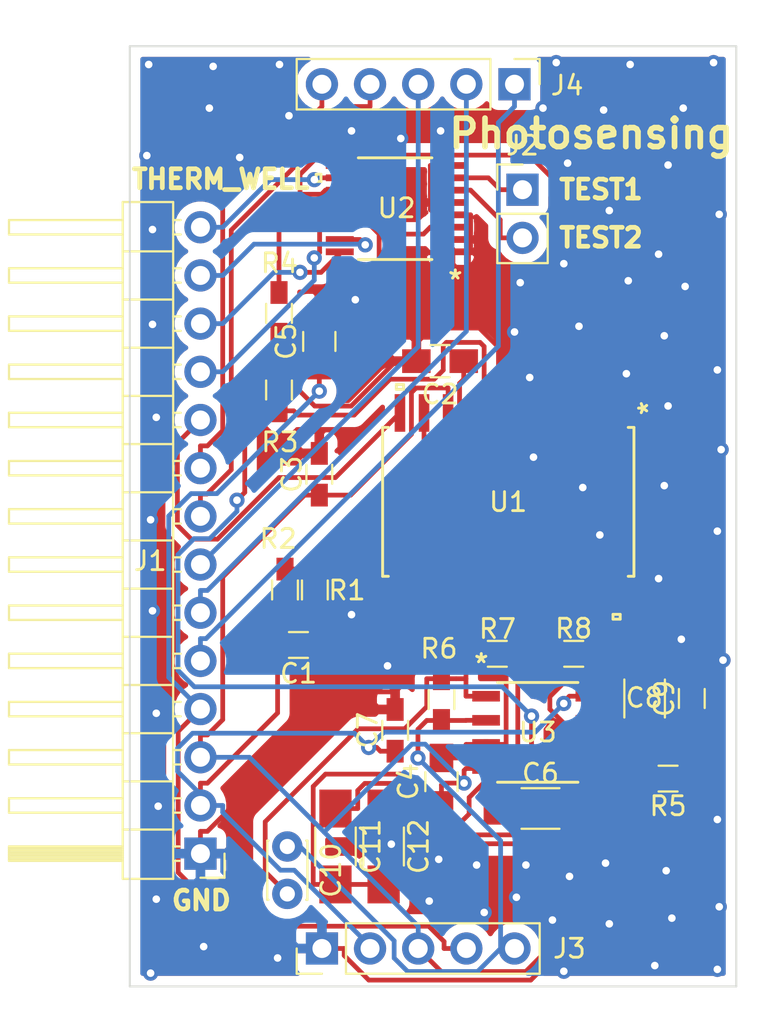
<source format=kicad_pcb>
(kicad_pcb (version 20171130) (host pcbnew "(5.1.6-0-10_14)")

  (general
    (thickness 1.6)
    (drawings 10)
    (tracks 484)
    (zones 0)
    (modules 27)
    (nets 34)
  )

  (page A4)
  (layers
    (0 F.Cu signal)
    (31 B.Cu signal)
    (32 B.Adhes user)
    (33 F.Adhes user)
    (34 B.Paste user)
    (35 F.Paste user)
    (36 B.SilkS user)
    (37 F.SilkS user)
    (38 B.Mask user)
    (39 F.Mask user)
    (40 Dwgs.User user hide)
    (41 Cmts.User user)
    (42 Eco1.User user)
    (43 Eco2.User user)
    (44 Edge.Cuts user)
    (45 Margin user)
    (46 B.CrtYd user)
    (47 F.CrtYd user)
    (48 B.Fab user)
    (49 F.Fab user hide)
  )

  (setup
    (last_trace_width 0.25)
    (trace_clearance 0.2)
    (zone_clearance 0.508)
    (zone_45_only no)
    (trace_min 0.2)
    (via_size 0.8)
    (via_drill 0.4)
    (via_min_size 0.4)
    (via_min_drill 0.3)
    (uvia_size 0.3)
    (uvia_drill 0.1)
    (uvias_allowed no)
    (uvia_min_size 0.2)
    (uvia_min_drill 0.1)
    (edge_width 0.1)
    (segment_width 0.2)
    (pcb_text_width 0.3)
    (pcb_text_size 1.5 1.5)
    (mod_edge_width 0.15)
    (mod_text_size 1 1)
    (mod_text_width 0.15)
    (pad_size 1.7 1.7)
    (pad_drill 1)
    (pad_to_mask_clearance 0)
    (aux_axis_origin 0 0)
    (visible_elements FFFFFF7F)
    (pcbplotparams
      (layerselection 0x010fc_ffffffff)
      (usegerberextensions true)
      (usegerberattributes true)
      (usegerberadvancedattributes true)
      (creategerberjobfile true)
      (excludeedgelayer true)
      (linewidth 0.100000)
      (plotframeref false)
      (viasonmask false)
      (mode 1)
      (useauxorigin false)
      (hpglpennumber 1)
      (hpglpenspeed 20)
      (hpglpendiameter 15.000000)
      (psnegative false)
      (psa4output false)
      (plotreference true)
      (plotvalue true)
      (plotinvisibletext false)
      (padsonsilk false)
      (subtractmaskfromsilk false)
      (outputformat 1)
      (mirror false)
      (drillshape 0)
      (scaleselection 1)
      (outputdirectory ""))
  )

  (net 0 "")
  (net 1 GND)
  (net 2 +10V)
  (net 3 -10V)
  (net 4 /PHOTO_OUT)
  (net 5 PD_MUX_OUT)
  (net 6 /AMP_OUT)
  (net 7 THERM_WELL)
  (net 8 I2C_SDA)
  (net 9 I2C_SCL)
  (net 10 ADC_DRDY)
  (net 11 PD_REF_PWM)
  (net 12 PD_MUX_GPIO1)
  (net 13 PD_MUX_GPIO2)
  (net 14 PD_MUX_GPIO3)
  (net 15 PD_MUX_GPIO4)
  (net 16 PD_MUX_GPIO5)
  (net 17 VCC_LOGIC)
  (net 18 "Net-(R1-Pad2)")
  (net 19 "Net-(R3-Pad2)")
  (net 20 "Net-(U1-Pad15)")
  (net 21 "Net-(U1-Pad18)")
  (net 22 "Net-(U1-Pad7)")
  (net 23 "Net-(U1-Pad6)")
  (net 24 "Net-(U1-Pad5)")
  (net 25 "Net-(U1-Pad4)")
  (net 26 "Net-(U1-Pad3)")
  (net 27 "Net-(U1-Pad2)")
  (net 28 "Net-(C6-Pad1)")
  (net 29 "Net-(C10-Pad2)")
  (net 30 "Net-(C11-Pad1)")
  (net 31 "Net-(C11-Pad2)")
  (net 32 THERM_TEST2)
  (net 33 THERM_TEST1)

  (net_class Default "This is the default net class."
    (clearance 0.2)
    (trace_width 0.25)
    (via_dia 0.8)
    (via_drill 0.4)
    (uvia_dia 0.3)
    (uvia_drill 0.1)
    (add_net +10V)
    (add_net -10V)
    (add_net /AMP_OUT)
    (add_net /PHOTO_OUT)
    (add_net ADC_DRDY)
    (add_net GND)
    (add_net I2C_SCL)
    (add_net I2C_SDA)
    (add_net "Net-(C10-Pad2)")
    (add_net "Net-(C11-Pad1)")
    (add_net "Net-(C11-Pad2)")
    (add_net "Net-(C6-Pad1)")
    (add_net "Net-(R1-Pad2)")
    (add_net "Net-(R3-Pad2)")
    (add_net "Net-(U1-Pad15)")
    (add_net "Net-(U1-Pad18)")
    (add_net "Net-(U1-Pad2)")
    (add_net "Net-(U1-Pad3)")
    (add_net "Net-(U1-Pad4)")
    (add_net "Net-(U1-Pad5)")
    (add_net "Net-(U1-Pad6)")
    (add_net "Net-(U1-Pad7)")
    (add_net PD_MUX_GPIO1)
    (add_net PD_MUX_GPIO2)
    (add_net PD_MUX_GPIO3)
    (add_net PD_MUX_GPIO4)
    (add_net PD_MUX_GPIO5)
    (add_net PD_MUX_OUT)
    (add_net PD_REF_PWM)
    (add_net THERM_TEST1)
    (add_net THERM_TEST2)
    (add_net THERM_WELL)
    (add_net VCC_LOGIC)
  )

  (module Resistors_SMD:R_0603_HandSoldering (layer F.Cu) (tedit 58E0A804) (tstamp 5F59D81D)
    (at 91.9 94)
    (descr "Resistor SMD 0603, hand soldering")
    (tags "resistor 0603")
    (path /5F58E36B)
    (attr smd)
    (fp_text reference C1 (at 0.00482 1.50654) (layer F.SilkS)
      (effects (font (size 1 1) (thickness 0.15)))
    )
    (fp_text value 0.1uF (at 0 1.55) (layer F.Fab)
      (effects (font (size 1 1) (thickness 0.15)))
    )
    (fp_line (start 1.95 0.7) (end -1.96 0.7) (layer F.CrtYd) (width 0.05))
    (fp_line (start 1.95 0.7) (end 1.95 -0.7) (layer F.CrtYd) (width 0.05))
    (fp_line (start -1.96 -0.7) (end -1.96 0.7) (layer F.CrtYd) (width 0.05))
    (fp_line (start -1.96 -0.7) (end 1.95 -0.7) (layer F.CrtYd) (width 0.05))
    (fp_line (start -0.5 -0.68) (end 0.5 -0.68) (layer F.SilkS) (width 0.12))
    (fp_line (start 0.5 0.68) (end -0.5 0.68) (layer F.SilkS) (width 0.12))
    (fp_line (start -0.8 -0.4) (end 0.8 -0.4) (layer F.Fab) (width 0.1))
    (fp_line (start 0.8 -0.4) (end 0.8 0.4) (layer F.Fab) (width 0.1))
    (fp_line (start 0.8 0.4) (end -0.8 0.4) (layer F.Fab) (width 0.1))
    (fp_line (start -0.8 0.4) (end -0.8 -0.4) (layer F.Fab) (width 0.1))
    (fp_text user %R (at 0 0) (layer F.Fab)
      (effects (font (size 0.4 0.4) (thickness 0.075)))
    )
    (pad 2 smd rect (at 1.1 0) (size 1.2 0.9) (layers F.Cu F.Paste F.Mask)
      (net 1 GND))
    (pad 1 smd rect (at -1.1 0) (size 1.2 0.9) (layers F.Cu F.Paste F.Mask)
      (net 2 +10V))
    (model ${KISYS3DMOD}/Resistors_SMD.3dshapes/R_0603.wrl
      (at (xyz 0 0 0))
      (scale (xyz 1 1 1))
      (rotate (xyz 0 0 0))
    )
  )

  (module Resistors_SMD:R_1206_HandSoldering (layer F.Cu) (tedit 58E0A804) (tstamp 5F59B038)
    (at 110.163 96.8215 90)
    (descr "Resistor SMD 1206, hand soldering")
    (tags "resistor 1206")
    (path /5F58E3A5)
    (attr smd)
    (fp_text reference C8 (at 0.03734 -0.02352 180) (layer F.SilkS)
      (effects (font (size 1 1) (thickness 0.15)))
    )
    (fp_text value 0.47uF (at 0 1.9 90) (layer F.Fab)
      (effects (font (size 1 1) (thickness 0.15)))
    )
    (fp_line (start -1.6 0.8) (end -1.6 -0.8) (layer F.Fab) (width 0.1))
    (fp_line (start 1.6 0.8) (end -1.6 0.8) (layer F.Fab) (width 0.1))
    (fp_line (start 1.6 -0.8) (end 1.6 0.8) (layer F.Fab) (width 0.1))
    (fp_line (start -1.6 -0.8) (end 1.6 -0.8) (layer F.Fab) (width 0.1))
    (fp_line (start 1 1.07) (end -1 1.07) (layer F.SilkS) (width 0.12))
    (fp_line (start -1 -1.07) (end 1 -1.07) (layer F.SilkS) (width 0.12))
    (fp_line (start -3.25 -1.11) (end 3.25 -1.11) (layer F.CrtYd) (width 0.05))
    (fp_line (start -3.25 -1.11) (end -3.25 1.1) (layer F.CrtYd) (width 0.05))
    (fp_line (start 3.25 1.1) (end 3.25 -1.11) (layer F.CrtYd) (width 0.05))
    (fp_line (start 3.25 1.1) (end -3.25 1.1) (layer F.CrtYd) (width 0.05))
    (fp_text user %R (at 0 0 90) (layer F.Fab)
      (effects (font (size 0.7 0.7) (thickness 0.105)))
    )
    (pad 1 smd rect (at -2 0 90) (size 2 1.7) (layers F.Cu F.Paste F.Mask)
      (net 1 GND))
    (pad 2 smd rect (at 2 0 90) (size 2 1.7) (layers F.Cu F.Paste F.Mask)
      (net 4 /PHOTO_OUT))
    (model ${KISYS3DMOD}/Resistors_SMD.3dshapes/R_1206.wrl
      (at (xyz 0 0 0))
      (scale (xyz 1 1 1))
      (rotate (xyz 0 0 0))
    )
  )

  (module Pin_Headers:Pin_Header_Straight_1x05_Pitch2.54mm (layer F.Cu) (tedit 59650532) (tstamp 5F5992F5)
    (at 93.138 110 90)
    (descr "Through hole straight pin header, 1x05, 2.54mm pitch, single row")
    (tags "Through hole pin header THT 1x05 2.54mm single row")
    (path /5F591AD7)
    (fp_text reference J3 (at -0.00486 13.0594 180) (layer F.SilkS)
      (effects (font (size 1 1) (thickness 0.15)))
    )
    (fp_text value Conn_01x05_Male (at 0 12.49 90) (layer F.Fab)
      (effects (font (size 1 1) (thickness 0.15)))
    )
    (fp_line (start 1.8 -1.8) (end -1.8 -1.8) (layer F.CrtYd) (width 0.05))
    (fp_line (start 1.8 11.95) (end 1.8 -1.8) (layer F.CrtYd) (width 0.05))
    (fp_line (start -1.8 11.95) (end 1.8 11.95) (layer F.CrtYd) (width 0.05))
    (fp_line (start -1.8 -1.8) (end -1.8 11.95) (layer F.CrtYd) (width 0.05))
    (fp_line (start -1.33 -1.33) (end 0 -1.33) (layer F.SilkS) (width 0.12))
    (fp_line (start -1.33 0) (end -1.33 -1.33) (layer F.SilkS) (width 0.12))
    (fp_line (start -1.33 1.27) (end 1.33 1.27) (layer F.SilkS) (width 0.12))
    (fp_line (start 1.33 1.27) (end 1.33 11.49) (layer F.SilkS) (width 0.12))
    (fp_line (start -1.33 1.27) (end -1.33 11.49) (layer F.SilkS) (width 0.12))
    (fp_line (start -1.33 11.49) (end 1.33 11.49) (layer F.SilkS) (width 0.12))
    (fp_line (start -1.27 -0.635) (end -0.635 -1.27) (layer F.Fab) (width 0.1))
    (fp_line (start -1.27 11.43) (end -1.27 -0.635) (layer F.Fab) (width 0.1))
    (fp_line (start 1.27 11.43) (end -1.27 11.43) (layer F.Fab) (width 0.1))
    (fp_line (start 1.27 -1.27) (end 1.27 11.43) (layer F.Fab) (width 0.1))
    (fp_line (start -0.635 -1.27) (end 1.27 -1.27) (layer F.Fab) (width 0.1))
    (fp_text user %R (at 0 5.08) (layer F.Fab)
      (effects (font (size 1 1) (thickness 0.15)))
    )
    (pad 5 thru_hole oval (at 0 10.16 90) (size 1.7 1.7) (drill 1) (layers *.Cu *.Mask)
      (net 5 PD_MUX_OUT))
    (pad 4 thru_hole oval (at 0 7.62 90) (size 1.7 1.7) (drill 1) (layers *.Cu *.Mask)
      (net 17 VCC_LOGIC))
    (pad 3 thru_hole oval (at 0 5.08 90) (size 1.7 1.7) (drill 1) (layers *.Cu *.Mask)
      (net 3 -10V))
    (pad 2 thru_hole oval (at 0 2.54 90) (size 1.7 1.7) (drill 1) (layers *.Cu *.Mask)
      (net 2 +10V))
    (pad 1 thru_hole rect (at 0 0 90) (size 1.7 1.7) (drill 1) (layers *.Cu *.Mask)
      (net 1 GND))
    (model ${KISYS3DMOD}/Pin_Headers.3dshapes/Pin_Header_Straight_1x05_Pitch2.54mm.wrl
      (at (xyz 0 0 0))
      (scale (xyz 1 1 1))
      (rotate (xyz 0 0 0))
    )
  )

  (module Pin_Headers:Pin_Header_Straight_1x05_Pitch2.54mm (layer F.Cu) (tedit 59650532) (tstamp 5F599D72)
    (at 103.298 64.44 270)
    (descr "Through hole straight pin header, 1x05, 2.54mm pitch, single row")
    (tags "Through hole pin header THT 1x05 2.54mm single row")
    (path /5F59281D)
    (fp_text reference J4 (at 0.06584 -2.77748 180) (layer F.SilkS)
      (effects (font (size 1 1) (thickness 0.15)))
    )
    (fp_text value Conn_01x05_Male (at 0 12.49 90) (layer F.Fab)
      (effects (font (size 1 1) (thickness 0.15)))
    )
    (fp_line (start -0.635 -1.27) (end 1.27 -1.27) (layer F.Fab) (width 0.1))
    (fp_line (start 1.27 -1.27) (end 1.27 11.43) (layer F.Fab) (width 0.1))
    (fp_line (start 1.27 11.43) (end -1.27 11.43) (layer F.Fab) (width 0.1))
    (fp_line (start -1.27 11.43) (end -1.27 -0.635) (layer F.Fab) (width 0.1))
    (fp_line (start -1.27 -0.635) (end -0.635 -1.27) (layer F.Fab) (width 0.1))
    (fp_line (start -1.33 11.49) (end 1.33 11.49) (layer F.SilkS) (width 0.12))
    (fp_line (start -1.33 1.27) (end -1.33 11.49) (layer F.SilkS) (width 0.12))
    (fp_line (start 1.33 1.27) (end 1.33 11.49) (layer F.SilkS) (width 0.12))
    (fp_line (start -1.33 1.27) (end 1.33 1.27) (layer F.SilkS) (width 0.12))
    (fp_line (start -1.33 0) (end -1.33 -1.33) (layer F.SilkS) (width 0.12))
    (fp_line (start -1.33 -1.33) (end 0 -1.33) (layer F.SilkS) (width 0.12))
    (fp_line (start -1.8 -1.8) (end -1.8 11.95) (layer F.CrtYd) (width 0.05))
    (fp_line (start -1.8 11.95) (end 1.8 11.95) (layer F.CrtYd) (width 0.05))
    (fp_line (start 1.8 11.95) (end 1.8 -1.8) (layer F.CrtYd) (width 0.05))
    (fp_line (start 1.8 -1.8) (end -1.8 -1.8) (layer F.CrtYd) (width 0.05))
    (fp_text user %R (at 0 5.08) (layer F.Fab)
      (effects (font (size 1 1) (thickness 0.15)))
    )
    (pad 1 thru_hole rect (at 0 0 270) (size 1.7 1.7) (drill 1) (layers *.Cu *.Mask)
      (net 16 PD_MUX_GPIO5))
    (pad 2 thru_hole oval (at 0 2.54 270) (size 1.7 1.7) (drill 1) (layers *.Cu *.Mask)
      (net 15 PD_MUX_GPIO4))
    (pad 3 thru_hole oval (at 0 5.08 270) (size 1.7 1.7) (drill 1) (layers *.Cu *.Mask)
      (net 14 PD_MUX_GPIO3))
    (pad 4 thru_hole oval (at 0 7.62 270) (size 1.7 1.7) (drill 1) (layers *.Cu *.Mask)
      (net 13 PD_MUX_GPIO2))
    (pad 5 thru_hole oval (at 0 10.16 270) (size 1.7 1.7) (drill 1) (layers *.Cu *.Mask)
      (net 12 PD_MUX_GPIO1))
    (model ${KISYS3DMOD}/Pin_Headers.3dshapes/Pin_Header_Straight_1x05_Pitch2.54mm.wrl
      (at (xyz 0 0 0))
      (scale (xyz 1 1 1))
      (rotate (xyz 0 0 0))
    )
  )

  (module Resistors_SMD:R_0603_HandSoldering (layer F.Cu) (tedit 58E0A804) (tstamp 5F59D114)
    (at 92.7656 91.1 90)
    (descr "Resistor SMD 0603, hand soldering")
    (tags "resistor 0603")
    (path /5F58E381)
    (attr smd)
    (fp_text reference R1 (at -0.01996 1.69446 180) (layer F.SilkS)
      (effects (font (size 1 1) (thickness 0.15)))
    )
    (fp_text value 1k (at 0 1.55 90) (layer F.Fab)
      (effects (font (size 1 1) (thickness 0.15)))
    )
    (fp_line (start 1.95 0.7) (end -1.96 0.7) (layer F.CrtYd) (width 0.05))
    (fp_line (start 1.95 0.7) (end 1.95 -0.7) (layer F.CrtYd) (width 0.05))
    (fp_line (start -1.96 -0.7) (end -1.96 0.7) (layer F.CrtYd) (width 0.05))
    (fp_line (start -1.96 -0.7) (end 1.95 -0.7) (layer F.CrtYd) (width 0.05))
    (fp_line (start -0.5 -0.68) (end 0.5 -0.68) (layer F.SilkS) (width 0.12))
    (fp_line (start 0.5 0.68) (end -0.5 0.68) (layer F.SilkS) (width 0.12))
    (fp_line (start -0.8 -0.4) (end 0.8 -0.4) (layer F.Fab) (width 0.1))
    (fp_line (start 0.8 -0.4) (end 0.8 0.4) (layer F.Fab) (width 0.1))
    (fp_line (start 0.8 0.4) (end -0.8 0.4) (layer F.Fab) (width 0.1))
    (fp_line (start -0.8 0.4) (end -0.8 -0.4) (layer F.Fab) (width 0.1))
    (fp_text user %R (at 0 0 90) (layer F.Fab)
      (effects (font (size 0.4 0.4) (thickness 0.075)))
    )
    (pad 2 smd rect (at 1.1 0 90) (size 1.2 0.9) (layers F.Cu F.Paste F.Mask)
      (net 18 "Net-(R1-Pad2)"))
    (pad 1 smd rect (at -1.1 0 90) (size 1.2 0.9) (layers F.Cu F.Paste F.Mask)
      (net 1 GND))
    (model ${KISYS3DMOD}/Resistors_SMD.3dshapes/R_0603.wrl
      (at (xyz 0 0 0))
      (scale (xyz 1 1 1))
      (rotate (xyz 0 0 0))
    )
  )

  (module Resistors_SMD:R_0603_HandSoldering (layer F.Cu) (tedit 58E0A804) (tstamp 5F59D174)
    (at 91.1908 91.1 270)
    (descr "Resistor SMD 0603, hand soldering")
    (tags "resistor 0603")
    (path /5F58E379)
    (attr smd)
    (fp_text reference R2 (at -2.69784 0.36294 180) (layer F.SilkS)
      (effects (font (size 1 1) (thickness 0.15)))
    )
    (fp_text value 6.2k (at 0 1.55 90) (layer F.Fab)
      (effects (font (size 1 1) (thickness 0.15)))
    )
    (fp_line (start -0.8 0.4) (end -0.8 -0.4) (layer F.Fab) (width 0.1))
    (fp_line (start 0.8 0.4) (end -0.8 0.4) (layer F.Fab) (width 0.1))
    (fp_line (start 0.8 -0.4) (end 0.8 0.4) (layer F.Fab) (width 0.1))
    (fp_line (start -0.8 -0.4) (end 0.8 -0.4) (layer F.Fab) (width 0.1))
    (fp_line (start 0.5 0.68) (end -0.5 0.68) (layer F.SilkS) (width 0.12))
    (fp_line (start -0.5 -0.68) (end 0.5 -0.68) (layer F.SilkS) (width 0.12))
    (fp_line (start -1.96 -0.7) (end 1.95 -0.7) (layer F.CrtYd) (width 0.05))
    (fp_line (start -1.96 -0.7) (end -1.96 0.7) (layer F.CrtYd) (width 0.05))
    (fp_line (start 1.95 0.7) (end 1.95 -0.7) (layer F.CrtYd) (width 0.05))
    (fp_line (start 1.95 0.7) (end -1.96 0.7) (layer F.CrtYd) (width 0.05))
    (fp_text user %R (at 0 0 90) (layer F.Fab)
      (effects (font (size 0.4 0.4) (thickness 0.075)))
    )
    (pad 1 smd rect (at -1.1 0 270) (size 1.2 0.9) (layers F.Cu F.Paste F.Mask)
      (net 18 "Net-(R1-Pad2)"))
    (pad 2 smd rect (at 1.1 0 270) (size 1.2 0.9) (layers F.Cu F.Paste F.Mask)
      (net 2 +10V))
    (model ${KISYS3DMOD}/Resistors_SMD.3dshapes/R_0603.wrl
      (at (xyz 0 0 0))
      (scale (xyz 1 1 1))
      (rotate (xyz 0 0 0))
    )
  )

  (module Resistors_SMD:R_0603_HandSoldering (layer F.Cu) (tedit 58E0A804) (tstamp 5F597D41)
    (at 90.8751 80.5578 270)
    (descr "Resistor SMD 0603, hand soldering")
    (tags "resistor 0603")
    (path /5F58E343)
    (attr smd)
    (fp_text reference R3 (at 2.7542 -0.04674 180) (layer F.SilkS)
      (effects (font (size 1 1) (thickness 0.15)))
    )
    (fp_text value 10k (at 0 1.55 90) (layer F.Fab)
      (effects (font (size 1 1) (thickness 0.15)))
    )
    (fp_line (start 1.95 0.7) (end -1.96 0.7) (layer F.CrtYd) (width 0.05))
    (fp_line (start 1.95 0.7) (end 1.95 -0.7) (layer F.CrtYd) (width 0.05))
    (fp_line (start -1.96 -0.7) (end -1.96 0.7) (layer F.CrtYd) (width 0.05))
    (fp_line (start -1.96 -0.7) (end 1.95 -0.7) (layer F.CrtYd) (width 0.05))
    (fp_line (start -0.5 -0.68) (end 0.5 -0.68) (layer F.SilkS) (width 0.12))
    (fp_line (start 0.5 0.68) (end -0.5 0.68) (layer F.SilkS) (width 0.12))
    (fp_line (start -0.8 -0.4) (end 0.8 -0.4) (layer F.Fab) (width 0.1))
    (fp_line (start 0.8 -0.4) (end 0.8 0.4) (layer F.Fab) (width 0.1))
    (fp_line (start 0.8 0.4) (end -0.8 0.4) (layer F.Fab) (width 0.1))
    (fp_line (start -0.8 0.4) (end -0.8 -0.4) (layer F.Fab) (width 0.1))
    (fp_text user %R (at 0 0 90) (layer F.Fab)
      (effects (font (size 0.4 0.4) (thickness 0.075)))
    )
    (pad 2 smd rect (at 1.1 0 270) (size 1.2 0.9) (layers F.Cu F.Paste F.Mask)
      (net 19 "Net-(R3-Pad2)"))
    (pad 1 smd rect (at -1.1 0 270) (size 1.2 0.9) (layers F.Cu F.Paste F.Mask)
      (net 28 "Net-(C6-Pad1)"))
    (model ${KISYS3DMOD}/Resistors_SMD.3dshapes/R_0603.wrl
      (at (xyz 0 0 0))
      (scale (xyz 1 1 1))
      (rotate (xyz 0 0 0))
    )
  )

  (module Resistors_SMD:R_0603_HandSoldering (layer F.Cu) (tedit 58E0A804) (tstamp 5F597D52)
    (at 90.8751 76.5192 90)
    (descr "Resistor SMD 0603, hand soldering")
    (tags "resistor 0603")
    (path /5F58E39F)
    (attr smd)
    (fp_text reference R4 (at 2.64584 0.02388 180) (layer F.SilkS)
      (effects (font (size 1 1) (thickness 0.15)))
    )
    (fp_text value 10k (at 0 1.55 90) (layer F.Fab)
      (effects (font (size 1 1) (thickness 0.15)))
    )
    (fp_line (start -0.8 0.4) (end -0.8 -0.4) (layer F.Fab) (width 0.1))
    (fp_line (start 0.8 0.4) (end -0.8 0.4) (layer F.Fab) (width 0.1))
    (fp_line (start 0.8 -0.4) (end 0.8 0.4) (layer F.Fab) (width 0.1))
    (fp_line (start -0.8 -0.4) (end 0.8 -0.4) (layer F.Fab) (width 0.1))
    (fp_line (start 0.5 0.68) (end -0.5 0.68) (layer F.SilkS) (width 0.12))
    (fp_line (start -0.5 -0.68) (end 0.5 -0.68) (layer F.SilkS) (width 0.12))
    (fp_line (start -1.96 -0.7) (end 1.95 -0.7) (layer F.CrtYd) (width 0.05))
    (fp_line (start -1.96 -0.7) (end -1.96 0.7) (layer F.CrtYd) (width 0.05))
    (fp_line (start 1.95 0.7) (end 1.95 -0.7) (layer F.CrtYd) (width 0.05))
    (fp_line (start 1.95 0.7) (end -1.96 0.7) (layer F.CrtYd) (width 0.05))
    (fp_text user %R (at 0 0 90) (layer F.Fab)
      (effects (font (size 0.4 0.4) (thickness 0.075)))
    )
    (pad 1 smd rect (at -1.1 0 90) (size 1.2 0.9) (layers F.Cu F.Paste F.Mask)
      (net 28 "Net-(C6-Pad1)"))
    (pad 2 smd rect (at 1.1 0 90) (size 1.2 0.9) (layers F.Cu F.Paste F.Mask)
      (net 4 /PHOTO_OUT))
    (model ${KISYS3DMOD}/Resistors_SMD.3dshapes/R_0603.wrl
      (at (xyz 0 0 0))
      (scale (xyz 1 1 1))
      (rotate (xyz 0 0 0))
    )
  )

  (module Resistors_SMD:R_0603_HandSoldering (layer F.Cu) (tedit 58E0A804) (tstamp 5F597D63)
    (at 111.4 101.044 180)
    (descr "Resistor SMD 0603, hand soldering")
    (tags "resistor 0603")
    (path /5F58155A)
    (attr smd)
    (fp_text reference R5 (at 0 -1.45) (layer F.SilkS)
      (effects (font (size 1 1) (thickness 0.15)))
    )
    (fp_text value 1800 (at 0 1.55) (layer F.Fab)
      (effects (font (size 1 1) (thickness 0.15)))
    )
    (fp_line (start -0.8 0.4) (end -0.8 -0.4) (layer F.Fab) (width 0.1))
    (fp_line (start 0.8 0.4) (end -0.8 0.4) (layer F.Fab) (width 0.1))
    (fp_line (start 0.8 -0.4) (end 0.8 0.4) (layer F.Fab) (width 0.1))
    (fp_line (start -0.8 -0.4) (end 0.8 -0.4) (layer F.Fab) (width 0.1))
    (fp_line (start 0.5 0.68) (end -0.5 0.68) (layer F.SilkS) (width 0.12))
    (fp_line (start -0.5 -0.68) (end 0.5 -0.68) (layer F.SilkS) (width 0.12))
    (fp_line (start -1.96 -0.7) (end 1.95 -0.7) (layer F.CrtYd) (width 0.05))
    (fp_line (start -1.96 -0.7) (end -1.96 0.7) (layer F.CrtYd) (width 0.05))
    (fp_line (start 1.95 0.7) (end 1.95 -0.7) (layer F.CrtYd) (width 0.05))
    (fp_line (start 1.95 0.7) (end -1.96 0.7) (layer F.CrtYd) (width 0.05))
    (fp_text user %R (at 0 0) (layer F.Fab)
      (effects (font (size 0.4 0.4) (thickness 0.075)))
    )
    (pad 1 smd rect (at -1.1 0 180) (size 1.2 0.9) (layers F.Cu F.Paste F.Mask)
      (net 6 /AMP_OUT))
    (pad 2 smd rect (at 1.1 0 180) (size 1.2 0.9) (layers F.Cu F.Paste F.Mask)
      (net 30 "Net-(C11-Pad1)"))
    (model ${KISYS3DMOD}/Resistors_SMD.3dshapes/R_0603.wrl
      (at (xyz 0 0 0))
      (scale (xyz 1 1 1))
      (rotate (xyz 0 0 0))
    )
  )

  (module Resistors_SMD:R_0603_HandSoldering (layer F.Cu) (tedit 58E0A804) (tstamp 5F59B1DE)
    (at 99.4443 96.8789 90)
    (descr "Resistor SMD 0603, hand soldering")
    (tags "resistor 0603")
    (path /5F581575)
    (attr smd)
    (fp_text reference R6 (at 2.68554 -0.13284 180) (layer F.SilkS)
      (effects (font (size 1 1) (thickness 0.15)))
    )
    (fp_text value 1.1M (at 0 1.55 90) (layer F.Fab)
      (effects (font (size 1 1) (thickness 0.15)))
    )
    (fp_line (start 1.95 0.7) (end -1.96 0.7) (layer F.CrtYd) (width 0.05))
    (fp_line (start 1.95 0.7) (end 1.95 -0.7) (layer F.CrtYd) (width 0.05))
    (fp_line (start -1.96 -0.7) (end -1.96 0.7) (layer F.CrtYd) (width 0.05))
    (fp_line (start -1.96 -0.7) (end 1.95 -0.7) (layer F.CrtYd) (width 0.05))
    (fp_line (start -0.5 -0.68) (end 0.5 -0.68) (layer F.SilkS) (width 0.12))
    (fp_line (start 0.5 0.68) (end -0.5 0.68) (layer F.SilkS) (width 0.12))
    (fp_line (start -0.8 -0.4) (end 0.8 -0.4) (layer F.Fab) (width 0.1))
    (fp_line (start 0.8 -0.4) (end 0.8 0.4) (layer F.Fab) (width 0.1))
    (fp_line (start 0.8 0.4) (end -0.8 0.4) (layer F.Fab) (width 0.1))
    (fp_line (start -0.8 0.4) (end -0.8 -0.4) (layer F.Fab) (width 0.1))
    (fp_text user %R (at 0 0 90) (layer F.Fab)
      (effects (font (size 0.4 0.4) (thickness 0.075)))
    )
    (pad 2 smd rect (at 1.1 0 90) (size 1.2 0.9) (layers F.Cu F.Paste F.Mask)
      (net 29 "Net-(C10-Pad2)"))
    (pad 1 smd rect (at -1.1 0 90) (size 1.2 0.9) (layers F.Cu F.Paste F.Mask)
      (net 5 PD_MUX_OUT))
    (model ${KISYS3DMOD}/Resistors_SMD.3dshapes/R_0603.wrl
      (at (xyz 0 0 0))
      (scale (xyz 1 1 1))
      (rotate (xyz 0 0 0))
    )
  )

  (module Resistors_SMD:R_0603_HandSoldering (layer F.Cu) (tedit 58E0A804) (tstamp 5F59BAF5)
    (at 102.391 94.4659 180)
    (descr "Resistor SMD 0603, hand soldering")
    (tags "resistor 0603")
    (path /5F58157C)
    (attr smd)
    (fp_text reference R7 (at -0.0091 1.31394) (layer F.SilkS)
      (effects (font (size 1 1) (thickness 0.15)))
    )
    (fp_text value 560 (at 0 1.55) (layer F.Fab)
      (effects (font (size 1 1) (thickness 0.15)))
    )
    (fp_line (start -0.8 0.4) (end -0.8 -0.4) (layer F.Fab) (width 0.1))
    (fp_line (start 0.8 0.4) (end -0.8 0.4) (layer F.Fab) (width 0.1))
    (fp_line (start 0.8 -0.4) (end 0.8 0.4) (layer F.Fab) (width 0.1))
    (fp_line (start -0.8 -0.4) (end 0.8 -0.4) (layer F.Fab) (width 0.1))
    (fp_line (start 0.5 0.68) (end -0.5 0.68) (layer F.SilkS) (width 0.12))
    (fp_line (start -0.5 -0.68) (end 0.5 -0.68) (layer F.SilkS) (width 0.12))
    (fp_line (start -1.96 -0.7) (end 1.95 -0.7) (layer F.CrtYd) (width 0.05))
    (fp_line (start -1.96 -0.7) (end -1.96 0.7) (layer F.CrtYd) (width 0.05))
    (fp_line (start 1.95 0.7) (end 1.95 -0.7) (layer F.CrtYd) (width 0.05))
    (fp_line (start 1.95 0.7) (end -1.96 0.7) (layer F.CrtYd) (width 0.05))
    (fp_text user %R (at 0 0) (layer F.Fab)
      (effects (font (size 0.4 0.4) (thickness 0.075)))
    )
    (pad 1 smd rect (at -1.1 0 180) (size 1.2 0.9) (layers F.Cu F.Paste F.Mask)
      (net 31 "Net-(C11-Pad2)"))
    (pad 2 smd rect (at 1.1 0 180) (size 1.2 0.9) (layers F.Cu F.Paste F.Mask)
      (net 29 "Net-(C10-Pad2)"))
    (model ${KISYS3DMOD}/Resistors_SMD.3dshapes/R_0603.wrl
      (at (xyz 0 0 0))
      (scale (xyz 1 1 1))
      (rotate (xyz 0 0 0))
    )
  )

  (module Resistors_SMD:R_0603_HandSoldering (layer F.Cu) (tedit 58E0A804) (tstamp 5F597D96)
    (at 106.422 94.4659)
    (descr "Resistor SMD 0603, hand soldering")
    (tags "resistor 0603")
    (path /5F581551)
    (attr smd)
    (fp_text reference R8 (at -0.00362 -1.32918) (layer F.SilkS)
      (effects (font (size 1 1) (thickness 0.15)))
    )
    (fp_text value 560 (at 0 1.55) (layer F.Fab)
      (effects (font (size 1 1) (thickness 0.15)))
    )
    (fp_line (start 1.95 0.7) (end -1.96 0.7) (layer F.CrtYd) (width 0.05))
    (fp_line (start 1.95 0.7) (end 1.95 -0.7) (layer F.CrtYd) (width 0.05))
    (fp_line (start -1.96 -0.7) (end -1.96 0.7) (layer F.CrtYd) (width 0.05))
    (fp_line (start -1.96 -0.7) (end 1.95 -0.7) (layer F.CrtYd) (width 0.05))
    (fp_line (start -0.5 -0.68) (end 0.5 -0.68) (layer F.SilkS) (width 0.12))
    (fp_line (start 0.5 0.68) (end -0.5 0.68) (layer F.SilkS) (width 0.12))
    (fp_line (start -0.8 -0.4) (end 0.8 -0.4) (layer F.Fab) (width 0.1))
    (fp_line (start 0.8 -0.4) (end 0.8 0.4) (layer F.Fab) (width 0.1))
    (fp_line (start 0.8 0.4) (end -0.8 0.4) (layer F.Fab) (width 0.1))
    (fp_line (start -0.8 0.4) (end -0.8 -0.4) (layer F.Fab) (width 0.1))
    (fp_text user %R (at 0 0) (layer F.Fab)
      (effects (font (size 0.4 0.4) (thickness 0.075)))
    )
    (pad 2 smd rect (at 1.1 0) (size 1.2 0.9) (layers F.Cu F.Paste F.Mask)
      (net 1 GND))
    (pad 1 smd rect (at -1.1 0) (size 1.2 0.9) (layers F.Cu F.Paste F.Mask)
      (net 31 "Net-(C11-Pad2)"))
    (model ${KISYS3DMOD}/Resistors_SMD.3dshapes/R_0603.wrl
      (at (xyz 0 0 0))
      (scale (xyz 1 1 1))
      (rotate (xyz 0 0 0))
    )
  )

  (module Ninja-qPCR:AD630ARZ (layer F.Cu) (tedit 0) (tstamp 5F59B43F)
    (at 102.97 86.455 270)
    (path /5F58E32E)
    (fp_text reference U1 (at 0.0066 0.00856 180) (layer F.SilkS)
      (effects (font (size 1 1) (thickness 0.15)))
    )
    (fp_text value AD630ARZ (at 0 0 90) (layer F.SilkS) hide
      (effects (font (size 1 1) (thickness 0.15)))
    )
    (fp_line (start -3.7973 -5.461) (end -3.7973 -5.969) (layer F.Fab) (width 0.1524))
    (fp_line (start -3.7973 -5.969) (end -5.3213 -5.969) (layer F.Fab) (width 0.1524))
    (fp_line (start -5.3213 -5.969) (end -5.3213 -5.461) (layer F.Fab) (width 0.1524))
    (fp_line (start -5.3213 -5.461) (end -3.7973 -5.461) (layer F.Fab) (width 0.1524))
    (fp_line (start -3.7973 -4.191) (end -3.7973 -4.699) (layer F.Fab) (width 0.1524))
    (fp_line (start -3.7973 -4.699) (end -5.3213 -4.699) (layer F.Fab) (width 0.1524))
    (fp_line (start -5.3213 -4.699) (end -5.3213 -4.191) (layer F.Fab) (width 0.1524))
    (fp_line (start -5.3213 -4.191) (end -3.7973 -4.191) (layer F.Fab) (width 0.1524))
    (fp_line (start -3.7973 -2.921) (end -3.7973 -3.429) (layer F.Fab) (width 0.1524))
    (fp_line (start -3.7973 -3.429) (end -5.3213 -3.429) (layer F.Fab) (width 0.1524))
    (fp_line (start -5.3213 -3.429) (end -5.3213 -2.921) (layer F.Fab) (width 0.1524))
    (fp_line (start -5.3213 -2.921) (end -3.7973 -2.921) (layer F.Fab) (width 0.1524))
    (fp_line (start -3.7973 -1.651) (end -3.7973 -2.159) (layer F.Fab) (width 0.1524))
    (fp_line (start -3.7973 -2.159) (end -5.3213 -2.159) (layer F.Fab) (width 0.1524))
    (fp_line (start -5.3213 -2.159) (end -5.3213 -1.651) (layer F.Fab) (width 0.1524))
    (fp_line (start -5.3213 -1.651) (end -3.7973 -1.651) (layer F.Fab) (width 0.1524))
    (fp_line (start -3.7973 -0.381) (end -3.7973 -0.889) (layer F.Fab) (width 0.1524))
    (fp_line (start -3.7973 -0.889) (end -5.3213 -0.889) (layer F.Fab) (width 0.1524))
    (fp_line (start -5.3213 -0.889) (end -5.3213 -0.381) (layer F.Fab) (width 0.1524))
    (fp_line (start -5.3213 -0.381) (end -3.7973 -0.381) (layer F.Fab) (width 0.1524))
    (fp_line (start -3.7973 0.889) (end -3.7973 0.381) (layer F.Fab) (width 0.1524))
    (fp_line (start -3.7973 0.381) (end -5.3213 0.381) (layer F.Fab) (width 0.1524))
    (fp_line (start -5.3213 0.381) (end -5.3213 0.889) (layer F.Fab) (width 0.1524))
    (fp_line (start -5.3213 0.889) (end -3.7973 0.889) (layer F.Fab) (width 0.1524))
    (fp_line (start -3.7973 2.159) (end -3.7973 1.651) (layer F.Fab) (width 0.1524))
    (fp_line (start -3.7973 1.651) (end -5.3213 1.651) (layer F.Fab) (width 0.1524))
    (fp_line (start -5.3213 1.651) (end -5.3213 2.159) (layer F.Fab) (width 0.1524))
    (fp_line (start -5.3213 2.159) (end -3.7973 2.159) (layer F.Fab) (width 0.1524))
    (fp_line (start -3.7973 3.429) (end -3.7973 2.921) (layer F.Fab) (width 0.1524))
    (fp_line (start -3.7973 2.921) (end -5.3213 2.921) (layer F.Fab) (width 0.1524))
    (fp_line (start -5.3213 2.921) (end -5.3213 3.429) (layer F.Fab) (width 0.1524))
    (fp_line (start -5.3213 3.429) (end -3.7973 3.429) (layer F.Fab) (width 0.1524))
    (fp_line (start -3.7973 4.699) (end -3.7973 4.191) (layer F.Fab) (width 0.1524))
    (fp_line (start -3.7973 4.191) (end -5.3213 4.191) (layer F.Fab) (width 0.1524))
    (fp_line (start -5.3213 4.191) (end -5.3213 4.699) (layer F.Fab) (width 0.1524))
    (fp_line (start -5.3213 4.699) (end -3.7973 4.699) (layer F.Fab) (width 0.1524))
    (fp_line (start -3.7973 5.969) (end -3.7973 5.461) (layer F.Fab) (width 0.1524))
    (fp_line (start -3.7973 5.461) (end -5.3213 5.461) (layer F.Fab) (width 0.1524))
    (fp_line (start -5.3213 5.461) (end -5.3213 5.969) (layer F.Fab) (width 0.1524))
    (fp_line (start -5.3213 5.969) (end -3.7973 5.969) (layer F.Fab) (width 0.1524))
    (fp_line (start 3.7973 5.461) (end 3.7973 5.969) (layer F.Fab) (width 0.1524))
    (fp_line (start 3.7973 5.969) (end 5.3213 5.969) (layer F.Fab) (width 0.1524))
    (fp_line (start 5.3213 5.969) (end 5.3213 5.461) (layer F.Fab) (width 0.1524))
    (fp_line (start 5.3213 5.461) (end 3.7973 5.461) (layer F.Fab) (width 0.1524))
    (fp_line (start 3.7973 4.191) (end 3.7973 4.699) (layer F.Fab) (width 0.1524))
    (fp_line (start 3.7973 4.699) (end 5.3213 4.699) (layer F.Fab) (width 0.1524))
    (fp_line (start 5.3213 4.699) (end 5.3213 4.191) (layer F.Fab) (width 0.1524))
    (fp_line (start 5.3213 4.191) (end 3.7973 4.191) (layer F.Fab) (width 0.1524))
    (fp_line (start 3.7973 2.921) (end 3.7973 3.429) (layer F.Fab) (width 0.1524))
    (fp_line (start 3.7973 3.429) (end 5.3213 3.429) (layer F.Fab) (width 0.1524))
    (fp_line (start 5.3213 3.429) (end 5.3213 2.921) (layer F.Fab) (width 0.1524))
    (fp_line (start 5.3213 2.921) (end 3.7973 2.921) (layer F.Fab) (width 0.1524))
    (fp_line (start 3.7973 1.651) (end 3.7973 2.159) (layer F.Fab) (width 0.1524))
    (fp_line (start 3.7973 2.159) (end 5.3213 2.159) (layer F.Fab) (width 0.1524))
    (fp_line (start 5.3213 2.159) (end 5.3213 1.651) (layer F.Fab) (width 0.1524))
    (fp_line (start 5.3213 1.651) (end 3.7973 1.651) (layer F.Fab) (width 0.1524))
    (fp_line (start 3.7973 0.381) (end 3.7973 0.889) (layer F.Fab) (width 0.1524))
    (fp_line (start 3.7973 0.889) (end 5.3213 0.889) (layer F.Fab) (width 0.1524))
    (fp_line (start 5.3213 0.889) (end 5.3213 0.381) (layer F.Fab) (width 0.1524))
    (fp_line (start 5.3213 0.381) (end 3.7973 0.381) (layer F.Fab) (width 0.1524))
    (fp_line (start 3.7973 -0.889) (end 3.7973 -0.381) (layer F.Fab) (width 0.1524))
    (fp_line (start 3.7973 -0.381) (end 5.3213 -0.381) (layer F.Fab) (width 0.1524))
    (fp_line (start 5.3213 -0.381) (end 5.3213 -0.889) (layer F.Fab) (width 0.1524))
    (fp_line (start 5.3213 -0.889) (end 3.7973 -0.889) (layer F.Fab) (width 0.1524))
    (fp_line (start 3.7973 -2.159) (end 3.7973 -1.651) (layer F.Fab) (width 0.1524))
    (fp_line (start 3.7973 -1.651) (end 5.3213 -1.651) (layer F.Fab) (width 0.1524))
    (fp_line (start 5.3213 -1.651) (end 5.3213 -2.159) (layer F.Fab) (width 0.1524))
    (fp_line (start 5.3213 -2.159) (end 3.7973 -2.159) (layer F.Fab) (width 0.1524))
    (fp_line (start 3.7973 -3.429) (end 3.7973 -2.921) (layer F.Fab) (width 0.1524))
    (fp_line (start 3.7973 -2.921) (end 5.3213 -2.921) (layer F.Fab) (width 0.1524))
    (fp_line (start 5.3213 -2.921) (end 5.3213 -3.429) (layer F.Fab) (width 0.1524))
    (fp_line (start 5.3213 -3.429) (end 3.7973 -3.429) (layer F.Fab) (width 0.1524))
    (fp_line (start 3.7973 -4.699) (end 3.7973 -4.191) (layer F.Fab) (width 0.1524))
    (fp_line (start 3.7973 -4.191) (end 5.3213 -4.191) (layer F.Fab) (width 0.1524))
    (fp_line (start 5.3213 -4.191) (end 5.3213 -4.699) (layer F.Fab) (width 0.1524))
    (fp_line (start 5.3213 -4.699) (end 3.7973 -4.699) (layer F.Fab) (width 0.1524))
    (fp_line (start 3.7973 -5.969) (end 3.7973 -5.461) (layer F.Fab) (width 0.1524))
    (fp_line (start 3.7973 -5.461) (end 5.3213 -5.461) (layer F.Fab) (width 0.1524))
    (fp_line (start 5.3213 -5.461) (end 5.3213 -5.969) (layer F.Fab) (width 0.1524))
    (fp_line (start 5.3213 -5.969) (end 3.7973 -5.969) (layer F.Fab) (width 0.1524))
    (fp_line (start -3.9243 6.6294) (end 3.9243 6.6294) (layer F.SilkS) (width 0.1524))
    (fp_line (start 3.9243 6.6294) (end 3.9243 6.32714) (layer F.SilkS) (width 0.1524))
    (fp_line (start 3.9243 -6.6294) (end -3.9243 -6.6294) (layer F.SilkS) (width 0.1524))
    (fp_line (start -3.9243 -6.6294) (end -3.9243 -6.32714) (layer F.SilkS) (width 0.1524))
    (fp_line (start -3.7973 6.5024) (end 3.7973 6.5024) (layer F.Fab) (width 0.1524))
    (fp_line (start 3.7973 6.5024) (end 3.7973 -6.5024) (layer F.Fab) (width 0.1524))
    (fp_line (start 3.7973 -6.5024) (end -3.7973 -6.5024) (layer F.Fab) (width 0.1524))
    (fp_line (start -3.7973 -6.5024) (end -3.7973 6.5024) (layer F.Fab) (width 0.1524))
    (fp_line (start -3.9243 6.32714) (end -3.9243 6.6294) (layer F.SilkS) (width 0.1524))
    (fp_line (start 3.9243 -6.32714) (end 3.9243 -6.6294) (layer F.SilkS) (width 0.1524))
    (fp_line (start -6.1849 5.5245) (end -6.1849 5.9055) (layer F.SilkS) (width 0.1524))
    (fp_line (start -6.1849 5.9055) (end -5.9309 5.9055) (layer F.SilkS) (width 0.1524))
    (fp_line (start -5.9309 5.9055) (end -5.9309 5.5245) (layer F.SilkS) (width 0.1524))
    (fp_line (start -5.9309 5.5245) (end -6.1849 5.5245) (layer F.SilkS) (width 0.1524))
    (fp_line (start 6.1849 -5.9055) (end 6.1849 -5.5245) (layer F.SilkS) (width 0.1524))
    (fp_line (start 6.1849 -5.5245) (end 5.9309 -5.5245) (layer F.SilkS) (width 0.1524))
    (fp_line (start 5.9309 -5.5245) (end 5.9309 -5.9055) (layer F.SilkS) (width 0.1524))
    (fp_line (start 5.9309 -5.9055) (end 6.1849 -5.9055) (layer F.SilkS) (width 0.1524))
    (fp_line (start -5.9309 6.2484) (end -5.9309 -6.2484) (layer F.CrtYd) (width 0.1524))
    (fp_line (start -5.9309 -6.2484) (end -4.0513 -6.2484) (layer F.CrtYd) (width 0.1524))
    (fp_line (start -4.0513 -6.2484) (end -4.0513 -6.7564) (layer F.CrtYd) (width 0.1524))
    (fp_line (start -4.0513 -6.7564) (end 4.0513 -6.7564) (layer F.CrtYd) (width 0.1524))
    (fp_line (start 4.0513 -6.7564) (end 4.0513 -6.2484) (layer F.CrtYd) (width 0.1524))
    (fp_line (start 4.0513 -6.2484) (end 5.9309 -6.2484) (layer F.CrtYd) (width 0.1524))
    (fp_line (start 5.9309 -6.2484) (end 5.9309 6.2484) (layer F.CrtYd) (width 0.1524))
    (fp_line (start 5.9309 6.2484) (end 4.0513 6.2484) (layer F.CrtYd) (width 0.1524))
    (fp_line (start 4.0513 6.2484) (end 4.0513 6.7564) (layer F.CrtYd) (width 0.1524))
    (fp_line (start 4.0513 6.7564) (end -4.0513 6.7564) (layer F.CrtYd) (width 0.1524))
    (fp_line (start -4.0513 6.7564) (end -4.0513 6.2484) (layer F.CrtYd) (width 0.1524))
    (fp_line (start -4.0513 6.2484) (end -5.9309 6.2484) (layer F.CrtYd) (width 0.1524))
    (fp_arc (start 0 -6.5024) (end 0.3048 -6.5024) (angle 180) (layer F.Fab) (width 0.1524))
    (fp_text user * (at -3.4163 -6.4262 90) (layer F.Fab)
      (effects (font (size 1 1) (thickness 0.15)))
    )
    (fp_text user * (at -4.9403 -7.4168 90) (layer F.SilkS)
      (effects (font (size 1 1) (thickness 0.15)))
    )
    (fp_text user 0.078in/1.981mm (at -4.6863 8.9154 90) (layer Dwgs.User)
      (effects (font (size 1 1) (thickness 0.15)))
    )
    (fp_text user 0.369in/9.373mm (at 0 -8.9154 90) (layer Dwgs.User)
      (effects (font (size 1 1) (thickness 0.15)))
    )
    (fp_text user 0.022in/0.559mm (at 7.7343 -5.715 90) (layer Dwgs.User)
      (effects (font (size 1 1) (thickness 0.15)))
    )
    (fp_text user 0.05in/1.27mm (at -7.7343 -5.08 90) (layer Dwgs.User)
      (effects (font (size 1 1) (thickness 0.15)))
    )
    (fp_text user * (at -3.4163 -6.4262 90) (layer F.Fab)
      (effects (font (size 1 1) (thickness 0.15)))
    )
    (fp_text user * (at -4.9403 -7.4168 90) (layer F.SilkS)
      (effects (font (size 1 1) (thickness 0.15)))
    )
    (fp_text user "Copyright 2016 Accelerated Designs. All rights reserved." (at 0 0 90) (layer Cmts.User)
      (effects (font (size 0.127 0.127) (thickness 0.002)))
    )
    (pad 20 smd rect (at 4.6863 -5.715 270) (size 1.9812 0.5588) (layers F.Cu F.Paste F.Mask)
      (net 20 "Net-(U1-Pad15)"))
    (pad 19 smd rect (at 4.6863 -4.445 270) (size 1.9812 0.5588) (layers F.Cu F.Paste F.Mask)
      (net 20 "Net-(U1-Pad15)"))
    (pad 18 smd rect (at 4.6863 -3.175 270) (size 1.9812 0.5588) (layers F.Cu F.Paste F.Mask)
      (net 21 "Net-(U1-Pad18)"))
    (pad 17 smd rect (at 4.6863 -1.905 270) (size 1.9812 0.5588) (layers F.Cu F.Paste F.Mask)
      (net 1 GND))
    (pad 16 smd rect (at 4.6863 -0.635 270) (size 1.9812 0.5588) (layers F.Cu F.Paste F.Mask)
      (net 6 /AMP_OUT))
    (pad 15 smd rect (at 4.6863 0.635 270) (size 1.9812 0.5588) (layers F.Cu F.Paste F.Mask)
      (net 20 "Net-(U1-Pad15)"))
    (pad 14 smd rect (at 4.6863 1.905 270) (size 1.9812 0.5588) (layers F.Cu F.Paste F.Mask)
      (net 1 GND))
    (pad 13 smd rect (at 4.6863 3.175 270) (size 1.9812 0.5588) (layers F.Cu F.Paste F.Mask)
      (net 19 "Net-(R3-Pad2)"))
    (pad 12 smd rect (at 4.6863 4.445 270) (size 1.9812 0.5588) (layers F.Cu F.Paste F.Mask)
      (net 19 "Net-(R3-Pad2)"))
    (pad 11 smd rect (at 4.6863 5.715 270) (size 1.9812 0.5588) (layers F.Cu F.Paste F.Mask)
      (net 2 +10V))
    (pad 10 smd rect (at -4.6863 5.715 270) (size 1.9812 0.5588) (layers F.Cu F.Paste F.Mask)
      (net 11 PD_REF_PWM))
    (pad 9 smd rect (at -4.6863 4.445 270) (size 1.9812 0.5588) (layers F.Cu F.Paste F.Mask)
      (net 18 "Net-(R1-Pad2)"))
    (pad 8 smd rect (at -4.6863 3.175 270) (size 1.9812 0.5588) (layers F.Cu F.Paste F.Mask)
      (net 3 -10V))
    (pad 7 smd rect (at -4.6863 1.905 270) (size 1.9812 0.5588) (layers F.Cu F.Paste F.Mask)
      (net 22 "Net-(U1-Pad7)"))
    (pad 6 smd rect (at -4.6863 0.635 270) (size 1.9812 0.5588) (layers F.Cu F.Paste F.Mask)
      (net 23 "Net-(U1-Pad6)"))
    (pad 5 smd rect (at -4.6863 -0.635 270) (size 1.9812 0.5588) (layers F.Cu F.Paste F.Mask)
      (net 24 "Net-(U1-Pad5)"))
    (pad 4 smd rect (at -4.6863 -1.905 270) (size 1.9812 0.5588) (layers F.Cu F.Paste F.Mask)
      (net 25 "Net-(U1-Pad4)"))
    (pad 3 smd rect (at -4.6863 -3.175 270) (size 1.9812 0.5588) (layers F.Cu F.Paste F.Mask)
      (net 26 "Net-(U1-Pad3)"))
    (pad 2 smd rect (at -4.6863 -4.445 270) (size 1.9812 0.5588) (layers F.Cu F.Paste F.Mask)
      (net 27 "Net-(U1-Pad2)"))
    (pad 1 smd rect (at -4.6863 -5.715 270) (size 1.9812 0.5588) (layers F.Cu F.Paste F.Mask)
      (net 6 /AMP_OUT))
  )

  (module Ninja-qPCR:ADS1219IPWR (layer F.Cu) (tedit 0) (tstamp 5F59D63C)
    (at 97 71 180)
    (path /5F63A689)
    (fp_text reference U2 (at -0.07372 0.02732) (layer F.SilkS)
      (effects (font (size 1 1) (thickness 0.15)))
    )
    (fp_text value ADS1219IPWR (at 0 0) (layer F.SilkS) hide
      (effects (font (size 1 1) (thickness 0.15)))
    )
    (fp_line (start -2.2479 -2.1226) (end -2.2479 -2.4274) (layer F.Fab) (width 0.1524))
    (fp_line (start -2.2479 -2.4274) (end -3.302 -2.4274) (layer F.Fab) (width 0.1524))
    (fp_line (start -3.302 -2.4274) (end -3.302 -2.1226) (layer F.Fab) (width 0.1524))
    (fp_line (start -3.302 -2.1226) (end -2.2479 -2.1226) (layer F.Fab) (width 0.1524))
    (fp_line (start -2.2479 -1.472601) (end -2.2479 -1.777401) (layer F.Fab) (width 0.1524))
    (fp_line (start -2.2479 -1.777401) (end -3.302 -1.777401) (layer F.Fab) (width 0.1524))
    (fp_line (start -3.302 -1.777401) (end -3.302 -1.472601) (layer F.Fab) (width 0.1524))
    (fp_line (start -3.302 -1.472601) (end -2.2479 -1.472601) (layer F.Fab) (width 0.1524))
    (fp_line (start -2.2479 -0.822601) (end -2.2479 -1.127401) (layer F.Fab) (width 0.1524))
    (fp_line (start -2.2479 -1.127401) (end -3.302 -1.127401) (layer F.Fab) (width 0.1524))
    (fp_line (start -3.302 -1.127401) (end -3.302 -0.822601) (layer F.Fab) (width 0.1524))
    (fp_line (start -3.302 -0.822601) (end -2.2479 -0.822601) (layer F.Fab) (width 0.1524))
    (fp_line (start -2.2479 -0.172601) (end -2.2479 -0.477401) (layer F.Fab) (width 0.1524))
    (fp_line (start -2.2479 -0.477401) (end -3.302 -0.477401) (layer F.Fab) (width 0.1524))
    (fp_line (start -3.302 -0.477401) (end -3.302 -0.172601) (layer F.Fab) (width 0.1524))
    (fp_line (start -3.302 -0.172601) (end -2.2479 -0.172601) (layer F.Fab) (width 0.1524))
    (fp_line (start -2.2479 0.477399) (end -2.2479 0.172599) (layer F.Fab) (width 0.1524))
    (fp_line (start -2.2479 0.172599) (end -3.302 0.172599) (layer F.Fab) (width 0.1524))
    (fp_line (start -3.302 0.172599) (end -3.302 0.477399) (layer F.Fab) (width 0.1524))
    (fp_line (start -3.302 0.477399) (end -2.2479 0.477399) (layer F.Fab) (width 0.1524))
    (fp_line (start -2.2479 1.127399) (end -2.2479 0.822599) (layer F.Fab) (width 0.1524))
    (fp_line (start -2.2479 0.822599) (end -3.302 0.822599) (layer F.Fab) (width 0.1524))
    (fp_line (start -3.302 0.822599) (end -3.302 1.127399) (layer F.Fab) (width 0.1524))
    (fp_line (start -3.302 1.127399) (end -2.2479 1.127399) (layer F.Fab) (width 0.1524))
    (fp_line (start -2.2479 1.777399) (end -2.2479 1.472599) (layer F.Fab) (width 0.1524))
    (fp_line (start -2.2479 1.472599) (end -3.302 1.472599) (layer F.Fab) (width 0.1524))
    (fp_line (start -3.302 1.472599) (end -3.302 1.777399) (layer F.Fab) (width 0.1524))
    (fp_line (start -3.302 1.777399) (end -2.2479 1.777399) (layer F.Fab) (width 0.1524))
    (fp_line (start -2.2479 2.427399) (end -2.2479 2.122599) (layer F.Fab) (width 0.1524))
    (fp_line (start -2.2479 2.122599) (end -3.302 2.122599) (layer F.Fab) (width 0.1524))
    (fp_line (start -3.302 2.122599) (end -3.302 2.427399) (layer F.Fab) (width 0.1524))
    (fp_line (start -3.302 2.427399) (end -2.2479 2.427399) (layer F.Fab) (width 0.1524))
    (fp_line (start 2.2479 2.1226) (end 2.2479 2.4274) (layer F.Fab) (width 0.1524))
    (fp_line (start 2.2479 2.4274) (end 3.302 2.4274) (layer F.Fab) (width 0.1524))
    (fp_line (start 3.302 2.4274) (end 3.302 2.1226) (layer F.Fab) (width 0.1524))
    (fp_line (start 3.302 2.1226) (end 2.2479 2.1226) (layer F.Fab) (width 0.1524))
    (fp_line (start 2.2479 1.472601) (end 2.2479 1.777401) (layer F.Fab) (width 0.1524))
    (fp_line (start 2.2479 1.777401) (end 3.302 1.777401) (layer F.Fab) (width 0.1524))
    (fp_line (start 3.302 1.777401) (end 3.302 1.472601) (layer F.Fab) (width 0.1524))
    (fp_line (start 3.302 1.472601) (end 2.2479 1.472601) (layer F.Fab) (width 0.1524))
    (fp_line (start 2.2479 0.822601) (end 2.2479 1.127401) (layer F.Fab) (width 0.1524))
    (fp_line (start 2.2479 1.127401) (end 3.302 1.127401) (layer F.Fab) (width 0.1524))
    (fp_line (start 3.302 1.127401) (end 3.302 0.822601) (layer F.Fab) (width 0.1524))
    (fp_line (start 3.302 0.822601) (end 2.2479 0.822601) (layer F.Fab) (width 0.1524))
    (fp_line (start 2.2479 0.172601) (end 2.2479 0.477401) (layer F.Fab) (width 0.1524))
    (fp_line (start 2.2479 0.477401) (end 3.302 0.477401) (layer F.Fab) (width 0.1524))
    (fp_line (start 3.302 0.477401) (end 3.302 0.172601) (layer F.Fab) (width 0.1524))
    (fp_line (start 3.302 0.172601) (end 2.2479 0.172601) (layer F.Fab) (width 0.1524))
    (fp_line (start 2.2479 -0.477399) (end 2.2479 -0.172599) (layer F.Fab) (width 0.1524))
    (fp_line (start 2.2479 -0.172599) (end 3.302 -0.172599) (layer F.Fab) (width 0.1524))
    (fp_line (start 3.302 -0.172599) (end 3.302 -0.477399) (layer F.Fab) (width 0.1524))
    (fp_line (start 3.302 -0.477399) (end 2.2479 -0.477399) (layer F.Fab) (width 0.1524))
    (fp_line (start 2.2479 -1.127399) (end 2.2479 -0.822599) (layer F.Fab) (width 0.1524))
    (fp_line (start 2.2479 -0.822599) (end 3.302 -0.822599) (layer F.Fab) (width 0.1524))
    (fp_line (start 3.302 -0.822599) (end 3.302 -1.127399) (layer F.Fab) (width 0.1524))
    (fp_line (start 3.302 -1.127399) (end 2.2479 -1.127399) (layer F.Fab) (width 0.1524))
    (fp_line (start 2.2479 -1.777399) (end 2.2479 -1.472599) (layer F.Fab) (width 0.1524))
    (fp_line (start 2.2479 -1.472599) (end 3.302 -1.472599) (layer F.Fab) (width 0.1524))
    (fp_line (start 3.302 -1.472599) (end 3.302 -1.777399) (layer F.Fab) (width 0.1524))
    (fp_line (start 3.302 -1.777399) (end 2.2479 -1.777399) (layer F.Fab) (width 0.1524))
    (fp_line (start 2.2479 -2.427399) (end 2.2479 -2.122599) (layer F.Fab) (width 0.1524))
    (fp_line (start 2.2479 -2.122599) (end 3.302 -2.122599) (layer F.Fab) (width 0.1524))
    (fp_line (start 3.302 -2.122599) (end 3.302 -2.427399) (layer F.Fab) (width 0.1524))
    (fp_line (start 3.302 -2.427399) (end 2.2479 -2.427399) (layer F.Fab) (width 0.1524))
    (fp_line (start -1.941024 2.6797) (end 1.941024 2.6797) (layer F.SilkS) (width 0.1524))
    (fp_line (start 1.941024 -2.6797) (end -1.941024 -2.6797) (layer F.SilkS) (width 0.1524))
    (fp_line (start -2.2479 2.5527) (end 2.2479 2.5527) (layer F.Fab) (width 0.1524))
    (fp_line (start 2.2479 2.5527) (end 2.2479 -2.5527) (layer F.Fab) (width 0.1524))
    (fp_line (start 2.2479 -2.5527) (end -2.2479 -2.5527) (layer F.Fab) (width 0.1524))
    (fp_line (start -2.2479 -2.5527) (end -2.2479 2.5527) (layer F.Fab) (width 0.1524))
    (fp_line (start 4.1656 1.434501) (end 4.1656 1.815501) (layer F.SilkS) (width 0.1524))
    (fp_line (start 4.1656 1.815501) (end 3.9116 1.815501) (layer F.SilkS) (width 0.1524))
    (fp_line (start 3.9116 1.815501) (end 3.9116 1.434501) (layer F.SilkS) (width 0.1524))
    (fp_line (start 3.9116 1.434501) (end 4.1656 1.434501) (layer F.SilkS) (width 0.1524))
    (fp_line (start -3.9116 2.7068) (end -3.9116 -2.7068) (layer F.CrtYd) (width 0.1524))
    (fp_line (start -3.9116 -2.7068) (end -2.5019 -2.7068) (layer F.CrtYd) (width 0.1524))
    (fp_line (start -2.5019 -2.7068) (end -2.5019 -2.8067) (layer F.CrtYd) (width 0.1524))
    (fp_line (start -2.5019 -2.8067) (end 2.5019 -2.8067) (layer F.CrtYd) (width 0.1524))
    (fp_line (start 2.5019 -2.8067) (end 2.5019 -2.7068) (layer F.CrtYd) (width 0.1524))
    (fp_line (start 2.5019 -2.7068) (end 3.9116 -2.7068) (layer F.CrtYd) (width 0.1524))
    (fp_line (start 3.9116 -2.7068) (end 3.9116 2.7068) (layer F.CrtYd) (width 0.1524))
    (fp_line (start 3.9116 2.7068) (end 2.5019 2.7068) (layer F.CrtYd) (width 0.1524))
    (fp_line (start 2.5019 2.7068) (end 2.5019 2.8067) (layer F.CrtYd) (width 0.1524))
    (fp_line (start 2.5019 2.8067) (end -2.5019 2.8067) (layer F.CrtYd) (width 0.1524))
    (fp_line (start -2.5019 2.8067) (end -2.5019 2.7068) (layer F.CrtYd) (width 0.1524))
    (fp_line (start -2.5019 2.7068) (end -3.9116 2.7068) (layer F.CrtYd) (width 0.1524))
    (fp_arc (start 0 -2.5527) (end 0.3048 -2.5527) (angle 180) (layer F.Fab) (width 0.1524))
    (fp_text user * (at -1.8669 -2.4765) (layer F.Fab)
      (effects (font (size 1 1) (thickness 0.15)))
    )
    (fp_text user * (at -3.175 -3.773601) (layer F.SilkS)
      (effects (font (size 1 1) (thickness 0.15)))
    )
    (fp_text user 0.058in/1.473mm (at -2.921 4.9657) (layer Dwgs.User)
      (effects (font (size 1 1) (thickness 0.15)))
    )
    (fp_text user 0.23in/5.842mm (at 0 -4.9657) (layer Dwgs.User)
      (effects (font (size 1 1) (thickness 0.15)))
    )
    (fp_text user 0.014in/0.356mm (at 5.969 -2.275) (layer Dwgs.User)
      (effects (font (size 1 1) (thickness 0.15)))
    )
    (fp_text user 0.026in/0.65mm (at -5.969 -1.950001) (layer Dwgs.User)
      (effects (font (size 1 1) (thickness 0.15)))
    )
    (fp_text user * (at -1.8669 -2.4765) (layer F.Fab)
      (effects (font (size 1 1) (thickness 0.15)))
    )
    (fp_text user * (at -3.175 -3.773601) (layer F.SilkS)
      (effects (font (size 1 1) (thickness 0.15)))
    )
    (fp_text user "Copyright 2016 Accelerated Designs. All rights reserved." (at 0 0) (layer Cmts.User)
      (effects (font (size 0.127 0.127) (thickness 0.002)))
    )
    (pad 16 smd rect (at 2.921 -2.274999 180) (size 1.4732 0.3556) (layers F.Cu F.Paste F.Mask)
      (net 9 I2C_SCL))
    (pad 15 smd rect (at 2.921 -1.624998 180) (size 1.4732 0.3556) (layers F.Cu F.Paste F.Mask)
      (net 8 I2C_SDA))
    (pad 14 smd rect (at 2.921 -0.974999 180) (size 1.4732 0.3556) (layers F.Cu F.Paste F.Mask)
      (net 10 ADC_DRDY))
    (pad 13 smd rect (at 2.921 -0.324998 180) (size 1.4732 0.3556) (layers F.Cu F.Paste F.Mask)
      (net 17 VCC_LOGIC))
    (pad 12 smd rect (at 2.921 0.325001 180) (size 1.4732 0.3556) (layers F.Cu F.Paste F.Mask)
      (net 17 VCC_LOGIC))
    (pad 11 smd rect (at 2.921 0.974999 180) (size 1.4732 0.3556) (layers F.Cu F.Paste F.Mask)
      (net 4 /PHOTO_OUT))
    (pad 10 smd rect (at 2.921 1.625001 180) (size 1.4732 0.3556) (layers F.Cu F.Paste F.Mask)
      (net 7 THERM_WELL))
    (pad 9 smd rect (at 2.921 2.274999 180) (size 1.4732 0.3556) (layers F.Cu F.Paste F.Mask)
      (net 17 VCC_LOGIC))
    (pad 8 smd rect (at -2.921 2.274999 180) (size 1.4732 0.3556) (layers F.Cu F.Paste F.Mask)
      (net 1 GND))
    (pad 7 smd rect (at -2.921 1.624998 180) (size 1.4732 0.3556) (layers F.Cu F.Paste F.Mask)
      (net 33 THERM_TEST1))
    (pad 6 smd rect (at -2.921 0.974999 180) (size 1.4732 0.3556) (layers F.Cu F.Paste F.Mask)
      (net 32 THERM_TEST2))
    (pad 5 smd rect (at -2.921 0.324998 180) (size 1.4732 0.3556) (layers F.Cu F.Paste F.Mask)
      (net 1 GND))
    (pad 4 smd rect (at -2.921 -0.325001 180) (size 1.4732 0.3556) (layers F.Cu F.Paste F.Mask)
      (net 1 GND))
    (pad 3 smd rect (at -2.921 -0.974999 180) (size 1.4732 0.3556) (layers F.Cu F.Paste F.Mask)
      (net 17 VCC_LOGIC))
    (pad 2 smd rect (at -2.921 -1.625001 180) (size 1.4732 0.3556) (layers F.Cu F.Paste F.Mask)
      (net 1 GND))
    (pad 1 smd rect (at -2.921 -2.274999 180) (size 1.4732 0.3556) (layers F.Cu F.Paste F.Mask)
      (net 1 GND))
  )

  (module Ninja-qPCR:LME49721MAX&slash_NOPB (layer F.Cu) (tedit 0) (tstamp 5F59AF58)
    (at 104.524 98.6061)
    (path /5F58159C)
    (fp_text reference U3 (at 0 0) (layer F.SilkS)
      (effects (font (size 1 1) (thickness 0.15)))
    )
    (fp_text value LME49721MAX_NOPB (at 0 0) (layer F.SilkS) hide
      (effects (font (size 1 1) (thickness 0.15)))
    )
    (fp_line (start -1.9939 -1.651) (end -1.9939 -2.159) (layer F.Fab) (width 0.1524))
    (fp_line (start -1.9939 -2.159) (end -3.0988 -2.159) (layer F.Fab) (width 0.1524))
    (fp_line (start -3.0988 -2.159) (end -3.0988 -1.651) (layer F.Fab) (width 0.1524))
    (fp_line (start -3.0988 -1.651) (end -1.9939 -1.651) (layer F.Fab) (width 0.1524))
    (fp_line (start -1.9939 -0.381) (end -1.9939 -0.889) (layer F.Fab) (width 0.1524))
    (fp_line (start -1.9939 -0.889) (end -3.0988 -0.889) (layer F.Fab) (width 0.1524))
    (fp_line (start -3.0988 -0.889) (end -3.0988 -0.381) (layer F.Fab) (width 0.1524))
    (fp_line (start -3.0988 -0.381) (end -1.9939 -0.381) (layer F.Fab) (width 0.1524))
    (fp_line (start -1.9939 0.889) (end -1.9939 0.381) (layer F.Fab) (width 0.1524))
    (fp_line (start -1.9939 0.381) (end -3.0988 0.381) (layer F.Fab) (width 0.1524))
    (fp_line (start -3.0988 0.381) (end -3.0988 0.889) (layer F.Fab) (width 0.1524))
    (fp_line (start -3.0988 0.889) (end -1.9939 0.889) (layer F.Fab) (width 0.1524))
    (fp_line (start -1.9939 2.159) (end -1.9939 1.651) (layer F.Fab) (width 0.1524))
    (fp_line (start -1.9939 1.651) (end -3.0988 1.651) (layer F.Fab) (width 0.1524))
    (fp_line (start -3.0988 1.651) (end -3.0988 2.159) (layer F.Fab) (width 0.1524))
    (fp_line (start -3.0988 2.159) (end -1.9939 2.159) (layer F.Fab) (width 0.1524))
    (fp_line (start 1.9939 1.651) (end 1.9939 2.159) (layer F.Fab) (width 0.1524))
    (fp_line (start 1.9939 2.159) (end 3.0988 2.159) (layer F.Fab) (width 0.1524))
    (fp_line (start 3.0988 2.159) (end 3.0988 1.651) (layer F.Fab) (width 0.1524))
    (fp_line (start 3.0988 1.651) (end 1.9939 1.651) (layer F.Fab) (width 0.1524))
    (fp_line (start 1.9939 0.381) (end 1.9939 0.889) (layer F.Fab) (width 0.1524))
    (fp_line (start 1.9939 0.889) (end 3.0988 0.889) (layer F.Fab) (width 0.1524))
    (fp_line (start 3.0988 0.889) (end 3.0988 0.381) (layer F.Fab) (width 0.1524))
    (fp_line (start 3.0988 0.381) (end 1.9939 0.381) (layer F.Fab) (width 0.1524))
    (fp_line (start 1.9939 -0.889) (end 1.9939 -0.381) (layer F.Fab) (width 0.1524))
    (fp_line (start 1.9939 -0.381) (end 3.0988 -0.381) (layer F.Fab) (width 0.1524))
    (fp_line (start 3.0988 -0.381) (end 3.0988 -0.889) (layer F.Fab) (width 0.1524))
    (fp_line (start 3.0988 -0.889) (end 1.9939 -0.889) (layer F.Fab) (width 0.1524))
    (fp_line (start 1.9939 -2.159) (end 1.9939 -1.651) (layer F.Fab) (width 0.1524))
    (fp_line (start 1.9939 -1.651) (end 3.0988 -1.651) (layer F.Fab) (width 0.1524))
    (fp_line (start 3.0988 -1.651) (end 3.0988 -2.159) (layer F.Fab) (width 0.1524))
    (fp_line (start 3.0988 -2.159) (end 1.9939 -2.159) (layer F.Fab) (width 0.1524))
    (fp_line (start -2.1209 2.6289) (end 2.1209 2.6289) (layer F.SilkS) (width 0.1524))
    (fp_line (start 2.1209 -2.6289) (end -2.1209 -2.6289) (layer F.SilkS) (width 0.1524))
    (fp_line (start -1.9939 2.5019) (end 1.9939 2.5019) (layer F.Fab) (width 0.1524))
    (fp_line (start 1.9939 2.5019) (end 1.9939 -2.5019) (layer F.Fab) (width 0.1524))
    (fp_line (start 1.9939 -2.5019) (end -1.9939 -2.5019) (layer F.Fab) (width 0.1524))
    (fp_line (start -1.9939 -2.5019) (end -1.9939 2.5019) (layer F.Fab) (width 0.1524))
    (fp_line (start -3.7084 2.4384) (end -3.7084 -2.4384) (layer F.CrtYd) (width 0.1524))
    (fp_line (start -3.7084 -2.4384) (end -2.2479 -2.4384) (layer F.CrtYd) (width 0.1524))
    (fp_line (start -2.2479 -2.4384) (end -2.2479 -2.7559) (layer F.CrtYd) (width 0.1524))
    (fp_line (start -2.2479 -2.7559) (end 2.2479 -2.7559) (layer F.CrtYd) (width 0.1524))
    (fp_line (start 2.2479 -2.7559) (end 2.2479 -2.4384) (layer F.CrtYd) (width 0.1524))
    (fp_line (start 2.2479 -2.4384) (end 3.7084 -2.4384) (layer F.CrtYd) (width 0.1524))
    (fp_line (start 3.7084 -2.4384) (end 3.7084 2.4384) (layer F.CrtYd) (width 0.1524))
    (fp_line (start 3.7084 2.4384) (end 2.2479 2.4384) (layer F.CrtYd) (width 0.1524))
    (fp_line (start 2.2479 2.4384) (end 2.2479 2.7559) (layer F.CrtYd) (width 0.1524))
    (fp_line (start 2.2479 2.7559) (end -2.2479 2.7559) (layer F.CrtYd) (width 0.1524))
    (fp_line (start -2.2479 2.7559) (end -2.2479 2.4384) (layer F.CrtYd) (width 0.1524))
    (fp_line (start -2.2479 2.4384) (end -3.7084 2.4384) (layer F.CrtYd) (width 0.1524))
    (fp_arc (start 0 -2.5019) (end 0.3048 -2.5019) (angle 180) (layer F.Fab) (width 0.1524))
    (fp_text user * (at -1.6129 -2.4257) (layer F.Fab)
      (effects (font (size 1 1) (thickness 0.15)))
    )
    (fp_text user * (at -2.97815 -3.6068) (layer F.SilkS)
      (effects (font (size 1 1) (thickness 0.15)))
    )
    (fp_text user 0.058in/1.46mm (at -2.72415 4.9149) (layer Dwgs.User)
      (effects (font (size 1 1) (thickness 0.15)))
    )
    (fp_text user 0.214in/5.448mm (at 0 -4.9149) (layer Dwgs.User)
      (effects (font (size 1 1) (thickness 0.15)))
    )
    (fp_text user 0.022in/0.559mm (at 5.77215 -1.905) (layer Dwgs.User)
      (effects (font (size 1 1) (thickness 0.15)))
    )
    (fp_text user 0.05in/1.27mm (at -5.77215 -1.27) (layer Dwgs.User)
      (effects (font (size 1 1) (thickness 0.15)))
    )
    (fp_text user * (at -1.6129 -2.4257) (layer F.Fab)
      (effects (font (size 1 1) (thickness 0.15)))
    )
    (fp_text user * (at -2.97815 -3.6068) (layer F.SilkS)
      (effects (font (size 1 1) (thickness 0.15)))
    )
    (fp_text user "Copyright 2016 Accelerated Designs. All rights reserved." (at 0 0) (layer Cmts.User)
      (effects (font (size 0.127 0.127) (thickness 0.002)))
    )
    (pad 8 smd rect (at 2.72415 -1.905) (size 1.4605 0.5588) (layers F.Cu F.Paste F.Mask)
      (net 2 +10V))
    (pad 7 smd rect (at 2.72415 -0.635) (size 1.4605 0.5588) (layers F.Cu F.Paste F.Mask)
      (net 6 /AMP_OUT))
    (pad 6 smd rect (at 2.72415 0.635) (size 1.4605 0.5588) (layers F.Cu F.Paste F.Mask)
      (net 30 "Net-(C11-Pad1)"))
    (pad 5 smd rect (at 2.72415 1.905) (size 1.4605 0.5588) (layers F.Cu F.Paste F.Mask)
      (net 1 GND))
    (pad 4 smd rect (at -2.72415 1.905) (size 1.4605 0.5588) (layers F.Cu F.Paste F.Mask)
      (net 3 -10V))
    (pad 3 smd rect (at -2.72415 0.635) (size 1.4605 0.5588) (layers F.Cu F.Paste F.Mask)
      (net 1 GND))
    (pad 2 smd rect (at -2.72415 -0.635) (size 1.4605 0.5588) (layers F.Cu F.Paste F.Mask)
      (net 5 PD_MUX_OUT))
    (pad 1 smd rect (at -2.72415 -1.905) (size 1.4605 0.5588) (layers F.Cu F.Paste F.Mask)
      (net 29 "Net-(C10-Pad2)"))
  )

  (module Capacitors_SMD:C_0805_HandSoldering (layer F.Cu) (tedit 58AA84A8) (tstamp 5F5EEAC5)
    (at 99.3708 79.0382 180)
    (descr "Capacitor SMD 0805, hand soldering")
    (tags "capacitor 0805")
    (path /5F5B08B9)
    (attr smd)
    (fp_text reference C2 (at 0 -1.75) (layer F.SilkS)
      (effects (font (size 1 1) (thickness 0.15)))
    )
    (fp_text value C (at 0 1.75) (layer F.Fab)
      (effects (font (size 1 1) (thickness 0.15)))
    )
    (fp_text user %R (at 0 -1.75) (layer F.Fab)
      (effects (font (size 1 1) (thickness 0.15)))
    )
    (fp_line (start -1 0.62) (end -1 -0.62) (layer F.Fab) (width 0.1))
    (fp_line (start 1 0.62) (end -1 0.62) (layer F.Fab) (width 0.1))
    (fp_line (start 1 -0.62) (end 1 0.62) (layer F.Fab) (width 0.1))
    (fp_line (start -1 -0.62) (end 1 -0.62) (layer F.Fab) (width 0.1))
    (fp_line (start 0.5 -0.85) (end -0.5 -0.85) (layer F.SilkS) (width 0.12))
    (fp_line (start -0.5 0.85) (end 0.5 0.85) (layer F.SilkS) (width 0.12))
    (fp_line (start -2.25 -0.88) (end 2.25 -0.88) (layer F.CrtYd) (width 0.05))
    (fp_line (start -2.25 -0.88) (end -2.25 0.87) (layer F.CrtYd) (width 0.05))
    (fp_line (start 2.25 0.87) (end 2.25 -0.88) (layer F.CrtYd) (width 0.05))
    (fp_line (start 2.25 0.87) (end -2.25 0.87) (layer F.CrtYd) (width 0.05))
    (pad 2 smd rect (at 1.25 0 180) (size 1.5 1.25) (layers F.Cu F.Paste F.Mask)
      (net 1 GND))
    (pad 1 smd rect (at -1.25 0 180) (size 1.5 1.25) (layers F.Cu F.Paste F.Mask)
      (net 2 +10V))
    (model Capacitors_SMD.3dshapes/C_0805.wrl
      (at (xyz 0 0 0))
      (scale (xyz 1 1 1))
      (rotate (xyz 0 0 0))
    )
  )

  (module Resistors_SMD:R_0603_HandSoldering (layer F.Cu) (tedit 58E0A804) (tstamp 5F5EEAD5)
    (at 93 85 90)
    (descr "Resistor SMD 0603, hand soldering")
    (tags "resistor 0603")
    (path /5F58E360)
    (attr smd)
    (fp_text reference C3 (at 0 -1.45 90) (layer F.SilkS)
      (effects (font (size 1 1) (thickness 0.15)))
    )
    (fp_text value 0.1uF (at 0 1.55 90) (layer F.Fab)
      (effects (font (size 1 1) (thickness 0.15)))
    )
    (fp_text user %R (at 0 0 90) (layer F.Fab)
      (effects (font (size 0.4 0.4) (thickness 0.075)))
    )
    (fp_line (start -0.8 0.4) (end -0.8 -0.4) (layer F.Fab) (width 0.1))
    (fp_line (start 0.8 0.4) (end -0.8 0.4) (layer F.Fab) (width 0.1))
    (fp_line (start 0.8 -0.4) (end 0.8 0.4) (layer F.Fab) (width 0.1))
    (fp_line (start -0.8 -0.4) (end 0.8 -0.4) (layer F.Fab) (width 0.1))
    (fp_line (start 0.5 0.68) (end -0.5 0.68) (layer F.SilkS) (width 0.12))
    (fp_line (start -0.5 -0.68) (end 0.5 -0.68) (layer F.SilkS) (width 0.12))
    (fp_line (start -1.96 -0.7) (end 1.95 -0.7) (layer F.CrtYd) (width 0.05))
    (fp_line (start -1.96 -0.7) (end -1.96 0.7) (layer F.CrtYd) (width 0.05))
    (fp_line (start 1.95 0.7) (end 1.95 -0.7) (layer F.CrtYd) (width 0.05))
    (fp_line (start 1.95 0.7) (end -1.96 0.7) (layer F.CrtYd) (width 0.05))
    (pad 2 smd rect (at 1.1 0 90) (size 1.2 0.9) (layers F.Cu F.Paste F.Mask)
      (net 1 GND))
    (pad 1 smd rect (at -1.1 0 90) (size 1.2 0.9) (layers F.Cu F.Paste F.Mask)
      (net 3 -10V))
    (model ${KISYS3DMOD}/Resistors_SMD.3dshapes/R_0603.wrl
      (at (xyz 0 0 0))
      (scale (xyz 1 1 1))
      (rotate (xyz 0 0 0))
    )
  )

  (module Capacitors_SMD:C_0805_HandSoldering (layer F.Cu) (tedit 58AA84A8) (tstamp 5F5EEAE5)
    (at 99.4443 101.205 90)
    (descr "Capacitor SMD 0805, hand soldering")
    (tags "capacitor 0805")
    (path /5F5B10F8)
    (attr smd)
    (fp_text reference C4 (at 0 -1.75 90) (layer F.SilkS)
      (effects (font (size 1 1) (thickness 0.15)))
    )
    (fp_text value C (at 0 1.75 90) (layer F.Fab)
      (effects (font (size 1 1) (thickness 0.15)))
    )
    (fp_line (start 2.25 0.87) (end -2.25 0.87) (layer F.CrtYd) (width 0.05))
    (fp_line (start 2.25 0.87) (end 2.25 -0.88) (layer F.CrtYd) (width 0.05))
    (fp_line (start -2.25 -0.88) (end -2.25 0.87) (layer F.CrtYd) (width 0.05))
    (fp_line (start -2.25 -0.88) (end 2.25 -0.88) (layer F.CrtYd) (width 0.05))
    (fp_line (start -0.5 0.85) (end 0.5 0.85) (layer F.SilkS) (width 0.12))
    (fp_line (start 0.5 -0.85) (end -0.5 -0.85) (layer F.SilkS) (width 0.12))
    (fp_line (start -1 -0.62) (end 1 -0.62) (layer F.Fab) (width 0.1))
    (fp_line (start 1 -0.62) (end 1 0.62) (layer F.Fab) (width 0.1))
    (fp_line (start 1 0.62) (end -1 0.62) (layer F.Fab) (width 0.1))
    (fp_line (start -1 0.62) (end -1 -0.62) (layer F.Fab) (width 0.1))
    (fp_text user %R (at 0 -1.75 90) (layer F.Fab)
      (effects (font (size 1 1) (thickness 0.15)))
    )
    (pad 1 smd rect (at -1.25 0 90) (size 1.5 1.25) (layers F.Cu F.Paste F.Mask)
      (net 3 -10V))
    (pad 2 smd rect (at 1.25 0 90) (size 1.5 1.25) (layers F.Cu F.Paste F.Mask)
      (net 1 GND))
    (model Capacitors_SMD.3dshapes/C_0805.wrl
      (at (xyz 0 0 0))
      (scale (xyz 1 1 1))
      (rotate (xyz 0 0 0))
    )
  )

  (module Capacitors_SMD:C_0805_HandSoldering (layer F.Cu) (tedit 58AA84A8) (tstamp 5F5EEAF5)
    (at 93 78 90)
    (descr "Capacitor SMD 0805, hand soldering")
    (tags "capacitor 0805")
    (path /5F5B161D)
    (attr smd)
    (fp_text reference C5 (at 0 -1.75 90) (layer F.SilkS)
      (effects (font (size 1 1) (thickness 0.15)))
    )
    (fp_text value C (at 0 1.75 90) (layer F.Fab)
      (effects (font (size 1 1) (thickness 0.15)))
    )
    (fp_text user %R (at 0 -1.75 90) (layer F.Fab)
      (effects (font (size 1 1) (thickness 0.15)))
    )
    (fp_line (start -1 0.62) (end -1 -0.62) (layer F.Fab) (width 0.1))
    (fp_line (start 1 0.62) (end -1 0.62) (layer F.Fab) (width 0.1))
    (fp_line (start 1 -0.62) (end 1 0.62) (layer F.Fab) (width 0.1))
    (fp_line (start -1 -0.62) (end 1 -0.62) (layer F.Fab) (width 0.1))
    (fp_line (start 0.5 -0.85) (end -0.5 -0.85) (layer F.SilkS) (width 0.12))
    (fp_line (start -0.5 0.85) (end 0.5 0.85) (layer F.SilkS) (width 0.12))
    (fp_line (start -2.25 -0.88) (end 2.25 -0.88) (layer F.CrtYd) (width 0.05))
    (fp_line (start -2.25 -0.88) (end -2.25 0.87) (layer F.CrtYd) (width 0.05))
    (fp_line (start 2.25 0.87) (end 2.25 -0.88) (layer F.CrtYd) (width 0.05))
    (fp_line (start 2.25 0.87) (end -2.25 0.87) (layer F.CrtYd) (width 0.05))
    (pad 2 smd rect (at 1.25 0 90) (size 1.5 1.25) (layers F.Cu F.Paste F.Mask)
      (net 1 GND))
    (pad 1 smd rect (at -1.25 0 90) (size 1.5 1.25) (layers F.Cu F.Paste F.Mask)
      (net 17 VCC_LOGIC))
    (model Capacitors_SMD.3dshapes/C_0805.wrl
      (at (xyz 0 0 0))
      (scale (xyz 1 1 1))
      (rotate (xyz 0 0 0))
    )
  )

  (module Resistors_SMD:R_1206_HandSoldering (layer F.Cu) (tedit 58E0A804) (tstamp 5F5EEB05)
    (at 104.669 102.619)
    (descr "Resistor SMD 1206, hand soldering")
    (tags "resistor 1206")
    (path /5F58E395)
    (attr smd)
    (fp_text reference C6 (at 0 -1.85) (layer F.SilkS)
      (effects (font (size 1 1) (thickness 0.15)))
    )
    (fp_text value 0.47uF (at 0 1.9) (layer F.Fab)
      (effects (font (size 1 1) (thickness 0.15)))
    )
    (fp_text user %R (at 0 0) (layer F.Fab)
      (effects (font (size 0.7 0.7) (thickness 0.105)))
    )
    (fp_line (start -1.6 0.8) (end -1.6 -0.8) (layer F.Fab) (width 0.1))
    (fp_line (start 1.6 0.8) (end -1.6 0.8) (layer F.Fab) (width 0.1))
    (fp_line (start 1.6 -0.8) (end 1.6 0.8) (layer F.Fab) (width 0.1))
    (fp_line (start -1.6 -0.8) (end 1.6 -0.8) (layer F.Fab) (width 0.1))
    (fp_line (start 1 1.07) (end -1 1.07) (layer F.SilkS) (width 0.12))
    (fp_line (start -1 -1.07) (end 1 -1.07) (layer F.SilkS) (width 0.12))
    (fp_line (start -3.25 -1.11) (end 3.25 -1.11) (layer F.CrtYd) (width 0.05))
    (fp_line (start -3.25 -1.11) (end -3.25 1.1) (layer F.CrtYd) (width 0.05))
    (fp_line (start 3.25 1.1) (end 3.25 -1.11) (layer F.CrtYd) (width 0.05))
    (fp_line (start 3.25 1.1) (end -3.25 1.1) (layer F.CrtYd) (width 0.05))
    (pad 2 smd rect (at 2 0) (size 2 1.7) (layers F.Cu F.Paste F.Mask)
      (net 1 GND))
    (pad 1 smd rect (at -2 0) (size 2 1.7) (layers F.Cu F.Paste F.Mask)
      (net 28 "Net-(C6-Pad1)"))
    (model ${KISYS3DMOD}/Resistors_SMD.3dshapes/R_1206.wrl
      (at (xyz 0 0 0))
      (scale (xyz 1 1 1))
      (rotate (xyz 0 0 0))
    )
  )

  (module Resistors_SMD:R_0603_HandSoldering (layer F.Cu) (tedit 58E0A804) (tstamp 5F5EEB15)
    (at 97 98.5 90)
    (descr "Resistor SMD 0603, hand soldering")
    (tags "resistor 0603")
    (path /5F581592)
    (attr smd)
    (fp_text reference C7 (at 0 -1.45 90) (layer F.SilkS)
      (effects (font (size 1 1) (thickness 0.15)))
    )
    (fp_text value 0.1uF (at 0 1.55 90) (layer F.Fab)
      (effects (font (size 1 1) (thickness 0.15)))
    )
    (fp_line (start 1.95 0.7) (end -1.96 0.7) (layer F.CrtYd) (width 0.05))
    (fp_line (start 1.95 0.7) (end 1.95 -0.7) (layer F.CrtYd) (width 0.05))
    (fp_line (start -1.96 -0.7) (end -1.96 0.7) (layer F.CrtYd) (width 0.05))
    (fp_line (start -1.96 -0.7) (end 1.95 -0.7) (layer F.CrtYd) (width 0.05))
    (fp_line (start -0.5 -0.68) (end 0.5 -0.68) (layer F.SilkS) (width 0.12))
    (fp_line (start 0.5 0.68) (end -0.5 0.68) (layer F.SilkS) (width 0.12))
    (fp_line (start -0.8 -0.4) (end 0.8 -0.4) (layer F.Fab) (width 0.1))
    (fp_line (start 0.8 -0.4) (end 0.8 0.4) (layer F.Fab) (width 0.1))
    (fp_line (start 0.8 0.4) (end -0.8 0.4) (layer F.Fab) (width 0.1))
    (fp_line (start -0.8 0.4) (end -0.8 -0.4) (layer F.Fab) (width 0.1))
    (fp_text user %R (at 0 0 90) (layer F.Fab)
      (effects (font (size 0.4 0.4) (thickness 0.075)))
    )
    (pad 1 smd rect (at -1.1 0 90) (size 1.2 0.9) (layers F.Cu F.Paste F.Mask)
      (net 2 +10V))
    (pad 2 smd rect (at 1.1 0 90) (size 1.2 0.9) (layers F.Cu F.Paste F.Mask)
      (net 1 GND))
    (model ${KISYS3DMOD}/Resistors_SMD.3dshapes/R_0603.wrl
      (at (xyz 0 0 0))
      (scale (xyz 1 1 1))
      (rotate (xyz 0 0 0))
    )
  )

  (module Resistors_SMD:R_0603_HandSoldering (layer F.Cu) (tedit 58E0A804) (tstamp 5F5EEB25)
    (at 112.652 96.8215 90)
    (descr "Resistor SMD 0603, hand soldering")
    (tags "resistor 0603")
    (path /5F581587)
    (attr smd)
    (fp_text reference C9 (at 0 -1.45 90) (layer F.SilkS)
      (effects (font (size 1 1) (thickness 0.15)))
    )
    (fp_text value 0.1uF (at 0 1.55 90) (layer F.Fab)
      (effects (font (size 1 1) (thickness 0.15)))
    )
    (fp_text user %R (at 0 0 90) (layer F.Fab)
      (effects (font (size 0.4 0.4) (thickness 0.075)))
    )
    (fp_line (start -0.8 0.4) (end -0.8 -0.4) (layer F.Fab) (width 0.1))
    (fp_line (start 0.8 0.4) (end -0.8 0.4) (layer F.Fab) (width 0.1))
    (fp_line (start 0.8 -0.4) (end 0.8 0.4) (layer F.Fab) (width 0.1))
    (fp_line (start -0.8 -0.4) (end 0.8 -0.4) (layer F.Fab) (width 0.1))
    (fp_line (start 0.5 0.68) (end -0.5 0.68) (layer F.SilkS) (width 0.12))
    (fp_line (start -0.5 -0.68) (end 0.5 -0.68) (layer F.SilkS) (width 0.12))
    (fp_line (start -1.96 -0.7) (end 1.95 -0.7) (layer F.CrtYd) (width 0.05))
    (fp_line (start -1.96 -0.7) (end -1.96 0.7) (layer F.CrtYd) (width 0.05))
    (fp_line (start 1.95 0.7) (end 1.95 -0.7) (layer F.CrtYd) (width 0.05))
    (fp_line (start 1.95 0.7) (end -1.96 0.7) (layer F.CrtYd) (width 0.05))
    (pad 2 smd rect (at 1.1 0 90) (size 1.2 0.9) (layers F.Cu F.Paste F.Mask)
      (net 1 GND))
    (pad 1 smd rect (at -1.1 0 90) (size 1.2 0.9) (layers F.Cu F.Paste F.Mask)
      (net 3 -10V))
    (model ${KISYS3DMOD}/Resistors_SMD.3dshapes/R_0603.wrl
      (at (xyz 0 0 0))
      (scale (xyz 1 1 1))
      (rotate (xyz 0 0 0))
    )
  )

  (module Capacitors_ThroughHole:C_Disc_D3.0mm_W2.0mm_P2.50mm (layer F.Cu) (tedit 597BC7C2) (tstamp 5F5EEB35)
    (at 91.313 104.623 270)
    (descr "C, Disc series, Radial, pin pitch=2.50mm, , diameter*width=3*2mm^2, Capacitor")
    (tags "C Disc series Radial pin pitch 2.50mm  diameter 3mm width 2mm Capacitor")
    (path /5F58156F)
    (fp_text reference C10 (at 1.25 -2.31 90) (layer F.SilkS)
      (effects (font (size 1 1) (thickness 0.15)))
    )
    (fp_text value 10pF (at 1.25 2.31 90) (layer F.Fab)
      (effects (font (size 1 1) (thickness 0.15)))
    )
    (fp_text user %R (at 1.25 0 90) (layer F.Fab)
      (effects (font (size 1 1) (thickness 0.15)))
    )
    (fp_line (start -0.25 -1) (end -0.25 1) (layer F.Fab) (width 0.1))
    (fp_line (start -0.25 1) (end 2.75 1) (layer F.Fab) (width 0.1))
    (fp_line (start 2.75 1) (end 2.75 -1) (layer F.Fab) (width 0.1))
    (fp_line (start 2.75 -1) (end -0.25 -1) (layer F.Fab) (width 0.1))
    (fp_line (start -0.31 -1.06) (end 2.81 -1.06) (layer F.SilkS) (width 0.12))
    (fp_line (start -0.31 1.06) (end 2.81 1.06) (layer F.SilkS) (width 0.12))
    (fp_line (start -0.31 -1.06) (end -0.31 -0.996) (layer F.SilkS) (width 0.12))
    (fp_line (start -0.31 0.996) (end -0.31 1.06) (layer F.SilkS) (width 0.12))
    (fp_line (start 2.81 -1.06) (end 2.81 -0.996) (layer F.SilkS) (width 0.12))
    (fp_line (start 2.81 0.996) (end 2.81 1.06) (layer F.SilkS) (width 0.12))
    (fp_line (start -1.05 -1.35) (end -1.05 1.35) (layer F.CrtYd) (width 0.05))
    (fp_line (start -1.05 1.35) (end 3.55 1.35) (layer F.CrtYd) (width 0.05))
    (fp_line (start 3.55 1.35) (end 3.55 -1.35) (layer F.CrtYd) (width 0.05))
    (fp_line (start 3.55 -1.35) (end -1.05 -1.35) (layer F.CrtYd) (width 0.05))
    (pad 2 thru_hole circle (at 2.5 0 270) (size 1.6 1.6) (drill 0.8) (layers *.Cu *.Mask)
      (net 29 "Net-(C10-Pad2)"))
    (pad 1 thru_hole circle (at 0 0 270) (size 1.6 1.6) (drill 0.8) (layers *.Cu *.Mask)
      (net 5 PD_MUX_OUT))
    (model ${KISYS3DMOD}/Capacitors_THT.3dshapes/C_Disc_D3.0mm_W2.0mm_P2.50mm.wrl
      (at (xyz 0 0 0))
      (scale (xyz 1 1 1))
      (rotate (xyz 0 0 0))
    )
  )

  (module Resistors_SMD:R_1206_HandSoldering (layer F.Cu) (tedit 58E0A804) (tstamp 5F5EEB49)
    (at 93.853 104.623 270)
    (descr "Resistor SMD 1206, hand soldering")
    (tags "resistor 1206")
    (path /5F581547)
    (attr smd)
    (fp_text reference C11 (at 0 -1.85 90) (layer F.SilkS)
      (effects (font (size 1 1) (thickness 0.15)))
    )
    (fp_text value 0.22uF (at 0 1.9 90) (layer F.Fab)
      (effects (font (size 1 1) (thickness 0.15)))
    )
    (fp_line (start 3.25 1.1) (end -3.25 1.1) (layer F.CrtYd) (width 0.05))
    (fp_line (start 3.25 1.1) (end 3.25 -1.11) (layer F.CrtYd) (width 0.05))
    (fp_line (start -3.25 -1.11) (end -3.25 1.1) (layer F.CrtYd) (width 0.05))
    (fp_line (start -3.25 -1.11) (end 3.25 -1.11) (layer F.CrtYd) (width 0.05))
    (fp_line (start -1 -1.07) (end 1 -1.07) (layer F.SilkS) (width 0.12))
    (fp_line (start 1 1.07) (end -1 1.07) (layer F.SilkS) (width 0.12))
    (fp_line (start -1.6 -0.8) (end 1.6 -0.8) (layer F.Fab) (width 0.1))
    (fp_line (start 1.6 -0.8) (end 1.6 0.8) (layer F.Fab) (width 0.1))
    (fp_line (start 1.6 0.8) (end -1.6 0.8) (layer F.Fab) (width 0.1))
    (fp_line (start -1.6 0.8) (end -1.6 -0.8) (layer F.Fab) (width 0.1))
    (fp_text user %R (at 0 0 90) (layer F.Fab)
      (effects (font (size 0.7 0.7) (thickness 0.105)))
    )
    (pad 1 smd rect (at -2 0 270) (size 2 1.7) (layers F.Cu F.Paste F.Mask)
      (net 30 "Net-(C11-Pad1)"))
    (pad 2 smd rect (at 2 0 270) (size 2 1.7) (layers F.Cu F.Paste F.Mask)
      (net 31 "Net-(C11-Pad2)"))
    (model ${KISYS3DMOD}/Resistors_SMD.3dshapes/R_1206.wrl
      (at (xyz 0 0 0))
      (scale (xyz 1 1 1))
      (rotate (xyz 0 0 0))
    )
  )

  (module Resistors_SMD:R_1206_HandSoldering (layer F.Cu) (tedit 58E0A804) (tstamp 5F5EEB59)
    (at 96.393 104.623 270)
    (descr "Resistor SMD 1206, hand soldering")
    (tags "resistor 1206")
    (path /5F581541)
    (attr smd)
    (fp_text reference C12 (at 0 -1.85 90) (layer F.SilkS)
      (effects (font (size 1 1) (thickness 0.15)))
    )
    (fp_text value 0.22uF (at 0 1.9 90) (layer F.Fab)
      (effects (font (size 1 1) (thickness 0.15)))
    )
    (fp_text user %R (at 0 0 90) (layer F.Fab)
      (effects (font (size 0.7 0.7) (thickness 0.105)))
    )
    (fp_line (start -1.6 0.8) (end -1.6 -0.8) (layer F.Fab) (width 0.1))
    (fp_line (start 1.6 0.8) (end -1.6 0.8) (layer F.Fab) (width 0.1))
    (fp_line (start 1.6 -0.8) (end 1.6 0.8) (layer F.Fab) (width 0.1))
    (fp_line (start -1.6 -0.8) (end 1.6 -0.8) (layer F.Fab) (width 0.1))
    (fp_line (start 1 1.07) (end -1 1.07) (layer F.SilkS) (width 0.12))
    (fp_line (start -1 -1.07) (end 1 -1.07) (layer F.SilkS) (width 0.12))
    (fp_line (start -3.25 -1.11) (end 3.25 -1.11) (layer F.CrtYd) (width 0.05))
    (fp_line (start -3.25 -1.11) (end -3.25 1.1) (layer F.CrtYd) (width 0.05))
    (fp_line (start 3.25 1.1) (end 3.25 -1.11) (layer F.CrtYd) (width 0.05))
    (fp_line (start 3.25 1.1) (end -3.25 1.1) (layer F.CrtYd) (width 0.05))
    (pad 2 smd rect (at 2 0 270) (size 2 1.7) (layers F.Cu F.Paste F.Mask)
      (net 31 "Net-(C11-Pad2)"))
    (pad 1 smd rect (at -2 0 270) (size 2 1.7) (layers F.Cu F.Paste F.Mask)
      (net 6 /AMP_OUT))
    (model ${KISYS3DMOD}/Resistors_SMD.3dshapes/R_1206.wrl
      (at (xyz 0 0 0))
      (scale (xyz 1 1 1))
      (rotate (xyz 0 0 0))
    )
  )

  (module Pin_Headers:Pin_Header_Angled_1x14_Pitch2.54mm (layer F.Cu) (tedit 59650532) (tstamp 5F5EEB69)
    (at 86.73 105 180)
    (descr "Through hole angled pin header, 1x14, 2.54mm pitch, 6mm pin length, single row")
    (tags "Through hole angled pin header THT 1x14 2.54mm single row")
    (path /5F5FEB48)
    (fp_text reference J1 (at 2.64838 15.4269) (layer F.SilkS)
      (effects (font (size 1 1) (thickness 0.15)))
    )
    (fp_text value Conn_01x14_Male (at 4.385 35.29) (layer F.Fab)
      (effects (font (size 1 1) (thickness 0.15)))
    )
    (fp_text user %R (at 2.77 16.51 90) (layer F.Fab)
      (effects (font (size 1 1) (thickness 0.15)))
    )
    (fp_line (start 2.135 -1.27) (end 4.04 -1.27) (layer F.Fab) (width 0.1))
    (fp_line (start 4.04 -1.27) (end 4.04 34.29) (layer F.Fab) (width 0.1))
    (fp_line (start 4.04 34.29) (end 1.5 34.29) (layer F.Fab) (width 0.1))
    (fp_line (start 1.5 34.29) (end 1.5 -0.635) (layer F.Fab) (width 0.1))
    (fp_line (start 1.5 -0.635) (end 2.135 -1.27) (layer F.Fab) (width 0.1))
    (fp_line (start -0.32 -0.32) (end 1.5 -0.32) (layer F.Fab) (width 0.1))
    (fp_line (start -0.32 -0.32) (end -0.32 0.32) (layer F.Fab) (width 0.1))
    (fp_line (start -0.32 0.32) (end 1.5 0.32) (layer F.Fab) (width 0.1))
    (fp_line (start 4.04 -0.32) (end 10.04 -0.32) (layer F.Fab) (width 0.1))
    (fp_line (start 10.04 -0.32) (end 10.04 0.32) (layer F.Fab) (width 0.1))
    (fp_line (start 4.04 0.32) (end 10.04 0.32) (layer F.Fab) (width 0.1))
    (fp_line (start -0.32 2.22) (end 1.5 2.22) (layer F.Fab) (width 0.1))
    (fp_line (start -0.32 2.22) (end -0.32 2.86) (layer F.Fab) (width 0.1))
    (fp_line (start -0.32 2.86) (end 1.5 2.86) (layer F.Fab) (width 0.1))
    (fp_line (start 4.04 2.22) (end 10.04 2.22) (layer F.Fab) (width 0.1))
    (fp_line (start 10.04 2.22) (end 10.04 2.86) (layer F.Fab) (width 0.1))
    (fp_line (start 4.04 2.86) (end 10.04 2.86) (layer F.Fab) (width 0.1))
    (fp_line (start -0.32 4.76) (end 1.5 4.76) (layer F.Fab) (width 0.1))
    (fp_line (start -0.32 4.76) (end -0.32 5.4) (layer F.Fab) (width 0.1))
    (fp_line (start -0.32 5.4) (end 1.5 5.4) (layer F.Fab) (width 0.1))
    (fp_line (start 4.04 4.76) (end 10.04 4.76) (layer F.Fab) (width 0.1))
    (fp_line (start 10.04 4.76) (end 10.04 5.4) (layer F.Fab) (width 0.1))
    (fp_line (start 4.04 5.4) (end 10.04 5.4) (layer F.Fab) (width 0.1))
    (fp_line (start -0.32 7.3) (end 1.5 7.3) (layer F.Fab) (width 0.1))
    (fp_line (start -0.32 7.3) (end -0.32 7.94) (layer F.Fab) (width 0.1))
    (fp_line (start -0.32 7.94) (end 1.5 7.94) (layer F.Fab) (width 0.1))
    (fp_line (start 4.04 7.3) (end 10.04 7.3) (layer F.Fab) (width 0.1))
    (fp_line (start 10.04 7.3) (end 10.04 7.94) (layer F.Fab) (width 0.1))
    (fp_line (start 4.04 7.94) (end 10.04 7.94) (layer F.Fab) (width 0.1))
    (fp_line (start -0.32 9.84) (end 1.5 9.84) (layer F.Fab) (width 0.1))
    (fp_line (start -0.32 9.84) (end -0.32 10.48) (layer F.Fab) (width 0.1))
    (fp_line (start -0.32 10.48) (end 1.5 10.48) (layer F.Fab) (width 0.1))
    (fp_line (start 4.04 9.84) (end 10.04 9.84) (layer F.Fab) (width 0.1))
    (fp_line (start 10.04 9.84) (end 10.04 10.48) (layer F.Fab) (width 0.1))
    (fp_line (start 4.04 10.48) (end 10.04 10.48) (layer F.Fab) (width 0.1))
    (fp_line (start -0.32 12.38) (end 1.5 12.38) (layer F.Fab) (width 0.1))
    (fp_line (start -0.32 12.38) (end -0.32 13.02) (layer F.Fab) (width 0.1))
    (fp_line (start -0.32 13.02) (end 1.5 13.02) (layer F.Fab) (width 0.1))
    (fp_line (start 4.04 12.38) (end 10.04 12.38) (layer F.Fab) (width 0.1))
    (fp_line (start 10.04 12.38) (end 10.04 13.02) (layer F.Fab) (width 0.1))
    (fp_line (start 4.04 13.02) (end 10.04 13.02) (layer F.Fab) (width 0.1))
    (fp_line (start -0.32 14.92) (end 1.5 14.92) (layer F.Fab) (width 0.1))
    (fp_line (start -0.32 14.92) (end -0.32 15.56) (layer F.Fab) (width 0.1))
    (fp_line (start -0.32 15.56) (end 1.5 15.56) (layer F.Fab) (width 0.1))
    (fp_line (start 4.04 14.92) (end 10.04 14.92) (layer F.Fab) (width 0.1))
    (fp_line (start 10.04 14.92) (end 10.04 15.56) (layer F.Fab) (width 0.1))
    (fp_line (start 4.04 15.56) (end 10.04 15.56) (layer F.Fab) (width 0.1))
    (fp_line (start -0.32 17.46) (end 1.5 17.46) (layer F.Fab) (width 0.1))
    (fp_line (start -0.32 17.46) (end -0.32 18.1) (layer F.Fab) (width 0.1))
    (fp_line (start -0.32 18.1) (end 1.5 18.1) (layer F.Fab) (width 0.1))
    (fp_line (start 4.04 17.46) (end 10.04 17.46) (layer F.Fab) (width 0.1))
    (fp_line (start 10.04 17.46) (end 10.04 18.1) (layer F.Fab) (width 0.1))
    (fp_line (start 4.04 18.1) (end 10.04 18.1) (layer F.Fab) (width 0.1))
    (fp_line (start -0.32 20) (end 1.5 20) (layer F.Fab) (width 0.1))
    (fp_line (start -0.32 20) (end -0.32 20.64) (layer F.Fab) (width 0.1))
    (fp_line (start -0.32 20.64) (end 1.5 20.64) (layer F.Fab) (width 0.1))
    (fp_line (start 4.04 20) (end 10.04 20) (layer F.Fab) (width 0.1))
    (fp_line (start 10.04 20) (end 10.04 20.64) (layer F.Fab) (width 0.1))
    (fp_line (start 4.04 20.64) (end 10.04 20.64) (layer F.Fab) (width 0.1))
    (fp_line (start -0.32 22.54) (end 1.5 22.54) (layer F.Fab) (width 0.1))
    (fp_line (start -0.32 22.54) (end -0.32 23.18) (layer F.Fab) (width 0.1))
    (fp_line (start -0.32 23.18) (end 1.5 23.18) (layer F.Fab) (width 0.1))
    (fp_line (start 4.04 22.54) (end 10.04 22.54) (layer F.Fab) (width 0.1))
    (fp_line (start 10.04 22.54) (end 10.04 23.18) (layer F.Fab) (width 0.1))
    (fp_line (start 4.04 23.18) (end 10.04 23.18) (layer F.Fab) (width 0.1))
    (fp_line (start -0.32 25.08) (end 1.5 25.08) (layer F.Fab) (width 0.1))
    (fp_line (start -0.32 25.08) (end -0.32 25.72) (layer F.Fab) (width 0.1))
    (fp_line (start -0.32 25.72) (end 1.5 25.72) (layer F.Fab) (width 0.1))
    (fp_line (start 4.04 25.08) (end 10.04 25.08) (layer F.Fab) (width 0.1))
    (fp_line (start 10.04 25.08) (end 10.04 25.72) (layer F.Fab) (width 0.1))
    (fp_line (start 4.04 25.72) (end 10.04 25.72) (layer F.Fab) (width 0.1))
    (fp_line (start -0.32 27.62) (end 1.5 27.62) (layer F.Fab) (width 0.1))
    (fp_line (start -0.32 27.62) (end -0.32 28.26) (layer F.Fab) (width 0.1))
    (fp_line (start -0.32 28.26) (end 1.5 28.26) (layer F.Fab) (width 0.1))
    (fp_line (start 4.04 27.62) (end 10.04 27.62) (layer F.Fab) (width 0.1))
    (fp_line (start 10.04 27.62) (end 10.04 28.26) (layer F.Fab) (width 0.1))
    (fp_line (start 4.04 28.26) (end 10.04 28.26) (layer F.Fab) (width 0.1))
    (fp_line (start -0.32 30.16) (end 1.5 30.16) (layer F.Fab) (width 0.1))
    (fp_line (start -0.32 30.16) (end -0.32 30.8) (layer F.Fab) (width 0.1))
    (fp_line (start -0.32 30.8) (end 1.5 30.8) (layer F.Fab) (width 0.1))
    (fp_line (start 4.04 30.16) (end 10.04 30.16) (layer F.Fab) (width 0.1))
    (fp_line (start 10.04 30.16) (end 10.04 30.8) (layer F.Fab) (width 0.1))
    (fp_line (start 4.04 30.8) (end 10.04 30.8) (layer F.Fab) (width 0.1))
    (fp_line (start -0.32 32.7) (end 1.5 32.7) (layer F.Fab) (width 0.1))
    (fp_line (start -0.32 32.7) (end -0.32 33.34) (layer F.Fab) (width 0.1))
    (fp_line (start -0.32 33.34) (end 1.5 33.34) (layer F.Fab) (width 0.1))
    (fp_line (start 4.04 32.7) (end 10.04 32.7) (layer F.Fab) (width 0.1))
    (fp_line (start 10.04 32.7) (end 10.04 33.34) (layer F.Fab) (width 0.1))
    (fp_line (start 4.04 33.34) (end 10.04 33.34) (layer F.Fab) (width 0.1))
    (fp_line (start 1.44 -1.33) (end 1.44 34.35) (layer F.SilkS) (width 0.12))
    (fp_line (start 1.44 34.35) (end 4.1 34.35) (layer F.SilkS) (width 0.12))
    (fp_line (start 4.1 34.35) (end 4.1 -1.33) (layer F.SilkS) (width 0.12))
    (fp_line (start 4.1 -1.33) (end 1.44 -1.33) (layer F.SilkS) (width 0.12))
    (fp_line (start 4.1 -0.38) (end 10.1 -0.38) (layer F.SilkS) (width 0.12))
    (fp_line (start 10.1 -0.38) (end 10.1 0.38) (layer F.SilkS) (width 0.12))
    (fp_line (start 10.1 0.38) (end 4.1 0.38) (layer F.SilkS) (width 0.12))
    (fp_line (start 4.1 -0.32) (end 10.1 -0.32) (layer F.SilkS) (width 0.12))
    (fp_line (start 4.1 -0.2) (end 10.1 -0.2) (layer F.SilkS) (width 0.12))
    (fp_line (start 4.1 -0.08) (end 10.1 -0.08) (layer F.SilkS) (width 0.12))
    (fp_line (start 4.1 0.04) (end 10.1 0.04) (layer F.SilkS) (width 0.12))
    (fp_line (start 4.1 0.16) (end 10.1 0.16) (layer F.SilkS) (width 0.12))
    (fp_line (start 4.1 0.28) (end 10.1 0.28) (layer F.SilkS) (width 0.12))
    (fp_line (start 1.11 -0.38) (end 1.44 -0.38) (layer F.SilkS) (width 0.12))
    (fp_line (start 1.11 0.38) (end 1.44 0.38) (layer F.SilkS) (width 0.12))
    (fp_line (start 1.44 1.27) (end 4.1 1.27) (layer F.SilkS) (width 0.12))
    (fp_line (start 4.1 2.16) (end 10.1 2.16) (layer F.SilkS) (width 0.12))
    (fp_line (start 10.1 2.16) (end 10.1 2.92) (layer F.SilkS) (width 0.12))
    (fp_line (start 10.1 2.92) (end 4.1 2.92) (layer F.SilkS) (width 0.12))
    (fp_line (start 1.042929 2.16) (end 1.44 2.16) (layer F.SilkS) (width 0.12))
    (fp_line (start 1.042929 2.92) (end 1.44 2.92) (layer F.SilkS) (width 0.12))
    (fp_line (start 1.44 3.81) (end 4.1 3.81) (layer F.SilkS) (width 0.12))
    (fp_line (start 4.1 4.7) (end 10.1 4.7) (layer F.SilkS) (width 0.12))
    (fp_line (start 10.1 4.7) (end 10.1 5.46) (layer F.SilkS) (width 0.12))
    (fp_line (start 10.1 5.46) (end 4.1 5.46) (layer F.SilkS) (width 0.12))
    (fp_line (start 1.042929 4.7) (end 1.44 4.7) (layer F.SilkS) (width 0.12))
    (fp_line (start 1.042929 5.46) (end 1.44 5.46) (layer F.SilkS) (width 0.12))
    (fp_line (start 1.44 6.35) (end 4.1 6.35) (layer F.SilkS) (width 0.12))
    (fp_line (start 4.1 7.24) (end 10.1 7.24) (layer F.SilkS) (width 0.12))
    (fp_line (start 10.1 7.24) (end 10.1 8) (layer F.SilkS) (width 0.12))
    (fp_line (start 10.1 8) (end 4.1 8) (layer F.SilkS) (width 0.12))
    (fp_line (start 1.042929 7.24) (end 1.44 7.24) (layer F.SilkS) (width 0.12))
    (fp_line (start 1.042929 8) (end 1.44 8) (layer F.SilkS) (width 0.12))
    (fp_line (start 1.44 8.89) (end 4.1 8.89) (layer F.SilkS) (width 0.12))
    (fp_line (start 4.1 9.78) (end 10.1 9.78) (layer F.SilkS) (width 0.12))
    (fp_line (start 10.1 9.78) (end 10.1 10.54) (layer F.SilkS) (width 0.12))
    (fp_line (start 10.1 10.54) (end 4.1 10.54) (layer F.SilkS) (width 0.12))
    (fp_line (start 1.042929 9.78) (end 1.44 9.78) (layer F.SilkS) (width 0.12))
    (fp_line (start 1.042929 10.54) (end 1.44 10.54) (layer F.SilkS) (width 0.12))
    (fp_line (start 1.44 11.43) (end 4.1 11.43) (layer F.SilkS) (width 0.12))
    (fp_line (start 4.1 12.32) (end 10.1 12.32) (layer F.SilkS) (width 0.12))
    (fp_line (start 10.1 12.32) (end 10.1 13.08) (layer F.SilkS) (width 0.12))
    (fp_line (start 10.1 13.08) (end 4.1 13.08) (layer F.SilkS) (width 0.12))
    (fp_line (start 1.042929 12.32) (end 1.44 12.32) (layer F.SilkS) (width 0.12))
    (fp_line (start 1.042929 13.08) (end 1.44 13.08) (layer F.SilkS) (width 0.12))
    (fp_line (start 1.44 13.97) (end 4.1 13.97) (layer F.SilkS) (width 0.12))
    (fp_line (start 4.1 14.86) (end 10.1 14.86) (layer F.SilkS) (width 0.12))
    (fp_line (start 10.1 14.86) (end 10.1 15.62) (layer F.SilkS) (width 0.12))
    (fp_line (start 10.1 15.62) (end 4.1 15.62) (layer F.SilkS) (width 0.12))
    (fp_line (start 1.042929 14.86) (end 1.44 14.86) (layer F.SilkS) (width 0.12))
    (fp_line (start 1.042929 15.62) (end 1.44 15.62) (layer F.SilkS) (width 0.12))
    (fp_line (start 1.44 16.51) (end 4.1 16.51) (layer F.SilkS) (width 0.12))
    (fp_line (start 4.1 17.4) (end 10.1 17.4) (layer F.SilkS) (width 0.12))
    (fp_line (start 10.1 17.4) (end 10.1 18.16) (layer F.SilkS) (width 0.12))
    (fp_line (start 10.1 18.16) (end 4.1 18.16) (layer F.SilkS) (width 0.12))
    (fp_line (start 1.042929 17.4) (end 1.44 17.4) (layer F.SilkS) (width 0.12))
    (fp_line (start 1.042929 18.16) (end 1.44 18.16) (layer F.SilkS) (width 0.12))
    (fp_line (start 1.44 19.05) (end 4.1 19.05) (layer F.SilkS) (width 0.12))
    (fp_line (start 4.1 19.94) (end 10.1 19.94) (layer F.SilkS) (width 0.12))
    (fp_line (start 10.1 19.94) (end 10.1 20.7) (layer F.SilkS) (width 0.12))
    (fp_line (start 10.1 20.7) (end 4.1 20.7) (layer F.SilkS) (width 0.12))
    (fp_line (start 1.042929 19.94) (end 1.44 19.94) (layer F.SilkS) (width 0.12))
    (fp_line (start 1.042929 20.7) (end 1.44 20.7) (layer F.SilkS) (width 0.12))
    (fp_line (start 1.44 21.59) (end 4.1 21.59) (layer F.SilkS) (width 0.12))
    (fp_line (start 4.1 22.48) (end 10.1 22.48) (layer F.SilkS) (width 0.12))
    (fp_line (start 10.1 22.48) (end 10.1 23.24) (layer F.SilkS) (width 0.12))
    (fp_line (start 10.1 23.24) (end 4.1 23.24) (layer F.SilkS) (width 0.12))
    (fp_line (start 1.042929 22.48) (end 1.44 22.48) (layer F.SilkS) (width 0.12))
    (fp_line (start 1.042929 23.24) (end 1.44 23.24) (layer F.SilkS) (width 0.12))
    (fp_line (start 1.44 24.13) (end 4.1 24.13) (layer F.SilkS) (width 0.12))
    (fp_line (start 4.1 25.02) (end 10.1 25.02) (layer F.SilkS) (width 0.12))
    (fp_line (start 10.1 25.02) (end 10.1 25.78) (layer F.SilkS) (width 0.12))
    (fp_line (start 10.1 25.78) (end 4.1 25.78) (layer F.SilkS) (width 0.12))
    (fp_line (start 1.042929 25.02) (end 1.44 25.02) (layer F.SilkS) (width 0.12))
    (fp_line (start 1.042929 25.78) (end 1.44 25.78) (layer F.SilkS) (width 0.12))
    (fp_line (start 1.44 26.67) (end 4.1 26.67) (layer F.SilkS) (width 0.12))
    (fp_line (start 4.1 27.56) (end 10.1 27.56) (layer F.SilkS) (width 0.12))
    (fp_line (start 10.1 27.56) (end 10.1 28.32) (layer F.SilkS) (width 0.12))
    (fp_line (start 10.1 28.32) (end 4.1 28.32) (layer F.SilkS) (width 0.12))
    (fp_line (start 1.042929 27.56) (end 1.44 27.56) (layer F.SilkS) (width 0.12))
    (fp_line (start 1.042929 28.32) (end 1.44 28.32) (layer F.SilkS) (width 0.12))
    (fp_line (start 1.44 29.21) (end 4.1 29.21) (layer F.SilkS) (width 0.12))
    (fp_line (start 4.1 30.1) (end 10.1 30.1) (layer F.SilkS) (width 0.12))
    (fp_line (start 10.1 30.1) (end 10.1 30.86) (layer F.SilkS) (width 0.12))
    (fp_line (start 10.1 30.86) (end 4.1 30.86) (layer F.SilkS) (width 0.12))
    (fp_line (start 1.042929 30.1) (end 1.44 30.1) (layer F.SilkS) (width 0.12))
    (fp_line (start 1.042929 30.86) (end 1.44 30.86) (layer F.SilkS) (width 0.12))
    (fp_line (start 1.44 31.75) (end 4.1 31.75) (layer F.SilkS) (width 0.12))
    (fp_line (start 4.1 32.64) (end 10.1 32.64) (layer F.SilkS) (width 0.12))
    (fp_line (start 10.1 32.64) (end 10.1 33.4) (layer F.SilkS) (width 0.12))
    (fp_line (start 10.1 33.4) (end 4.1 33.4) (layer F.SilkS) (width 0.12))
    (fp_line (start 1.042929 32.64) (end 1.44 32.64) (layer F.SilkS) (width 0.12))
    (fp_line (start 1.042929 33.4) (end 1.44 33.4) (layer F.SilkS) (width 0.12))
    (fp_line (start -1.27 0) (end -1.27 -1.27) (layer F.SilkS) (width 0.12))
    (fp_line (start -1.27 -1.27) (end 0 -1.27) (layer F.SilkS) (width 0.12))
    (fp_line (start -1.8 -1.8) (end -1.8 34.8) (layer F.CrtYd) (width 0.05))
    (fp_line (start -1.8 34.8) (end 10.55 34.8) (layer F.CrtYd) (width 0.05))
    (fp_line (start 10.55 34.8) (end 10.55 -1.8) (layer F.CrtYd) (width 0.05))
    (fp_line (start 10.55 -1.8) (end -1.8 -1.8) (layer F.CrtYd) (width 0.05))
    (pad 14 thru_hole oval (at 0 33.02 180) (size 1.7 1.7) (drill 1) (layers *.Cu *.Mask)
      (net 7 THERM_WELL))
    (pad 13 thru_hole oval (at 0 30.48 180) (size 1.7 1.7) (drill 1) (layers *.Cu *.Mask)
      (net 8 I2C_SDA))
    (pad 12 thru_hole oval (at 0 27.94 180) (size 1.7 1.7) (drill 1) (layers *.Cu *.Mask)
      (net 9 I2C_SCL))
    (pad 11 thru_hole oval (at 0 25.4 180) (size 1.7 1.7) (drill 1) (layers *.Cu *.Mask)
      (net 10 ADC_DRDY))
    (pad 10 thru_hole oval (at 0 22.86 180) (size 1.7 1.7) (drill 1) (layers *.Cu *.Mask)
      (net 11 PD_REF_PWM))
    (pad 9 thru_hole oval (at 0 20.32 180) (size 1.7 1.7) (drill 1) (layers *.Cu *.Mask)
      (net 12 PD_MUX_GPIO1))
    (pad 8 thru_hole oval (at 0 17.78 180) (size 1.7 1.7) (drill 1) (layers *.Cu *.Mask)
      (net 13 PD_MUX_GPIO2))
    (pad 7 thru_hole oval (at 0 15.24 180) (size 1.7 1.7) (drill 1) (layers *.Cu *.Mask)
      (net 14 PD_MUX_GPIO3))
    (pad 6 thru_hole oval (at 0 12.7 180) (size 1.7 1.7) (drill 1) (layers *.Cu *.Mask)
      (net 15 PD_MUX_GPIO4))
    (pad 5 thru_hole oval (at 0 10.16 180) (size 1.7 1.7) (drill 1) (layers *.Cu *.Mask)
      (net 16 PD_MUX_GPIO5))
    (pad 4 thru_hole oval (at 0 7.62 180) (size 1.7 1.7) (drill 1) (layers *.Cu *.Mask)
      (net 17 VCC_LOGIC))
    (pad 3 thru_hole oval (at 0 5.08 180) (size 1.7 1.7) (drill 1) (layers *.Cu *.Mask)
      (net 3 -10V))
    (pad 2 thru_hole oval (at 0 2.54 180) (size 1.7 1.7) (drill 1) (layers *.Cu *.Mask)
      (net 2 +10V))
    (pad 1 thru_hole rect (at 0 0 180) (size 1.7 1.7) (drill 1) (layers *.Cu *.Mask)
      (net 1 GND))
    (model ${KISYS3DMOD}/Pin_Headers.3dshapes/Pin_Header_Angled_1x14_Pitch2.54mm.wrl
      (at (xyz 0 0 0))
      (scale (xyz 1 1 1))
      (rotate (xyz 0 0 0))
    )
  )

  (module Pin_Headers:Pin_Header_Straight_1x02_Pitch2.54mm (layer F.Cu) (tedit 59650532) (tstamp 5F5EEC37)
    (at 103.721 70)
    (descr "Through hole straight pin header, 1x02, 2.54mm pitch, single row")
    (tags "Through hole pin header THT 1x02 2.54mm single row")
    (path /5F602441)
    (fp_text reference J2 (at 0 -2.33) (layer F.SilkS)
      (effects (font (size 1 1) (thickness 0.15)))
    )
    (fp_text value Conn_01x02_Male (at 0 4.87) (layer F.Fab)
      (effects (font (size 1 1) (thickness 0.15)))
    )
    (fp_text user %R (at 0 1.27 270) (layer F.Fab)
      (effects (font (size 1 1) (thickness 0.15)))
    )
    (fp_line (start -0.635 -1.27) (end 1.27 -1.27) (layer F.Fab) (width 0.1))
    (fp_line (start 1.27 -1.27) (end 1.27 3.81) (layer F.Fab) (width 0.1))
    (fp_line (start 1.27 3.81) (end -1.27 3.81) (layer F.Fab) (width 0.1))
    (fp_line (start -1.27 3.81) (end -1.27 -0.635) (layer F.Fab) (width 0.1))
    (fp_line (start -1.27 -0.635) (end -0.635 -1.27) (layer F.Fab) (width 0.1))
    (fp_line (start -1.33 3.87) (end 1.33 3.87) (layer F.SilkS) (width 0.12))
    (fp_line (start -1.33 1.27) (end -1.33 3.87) (layer F.SilkS) (width 0.12))
    (fp_line (start 1.33 1.27) (end 1.33 3.87) (layer F.SilkS) (width 0.12))
    (fp_line (start -1.33 1.27) (end 1.33 1.27) (layer F.SilkS) (width 0.12))
    (fp_line (start -1.33 0) (end -1.33 -1.33) (layer F.SilkS) (width 0.12))
    (fp_line (start -1.33 -1.33) (end 0 -1.33) (layer F.SilkS) (width 0.12))
    (fp_line (start -1.8 -1.8) (end -1.8 4.35) (layer F.CrtYd) (width 0.05))
    (fp_line (start -1.8 4.35) (end 1.8 4.35) (layer F.CrtYd) (width 0.05))
    (fp_line (start 1.8 4.35) (end 1.8 -1.8) (layer F.CrtYd) (width 0.05))
    (fp_line (start 1.8 -1.8) (end -1.8 -1.8) (layer F.CrtYd) (width 0.05))
    (pad 2 thru_hole oval (at 0 2.54) (size 1.7 1.7) (drill 1) (layers *.Cu *.Mask)
      (net 32 THERM_TEST2))
    (pad 1 thru_hole rect (at 0 0) (size 1.7 1.7) (drill 1) (layers *.Cu *.Mask)
      (net 33 THERM_TEST1))
    (model ${KISYS3DMOD}/Pin_Headers.3dshapes/Pin_Header_Straight_1x02_Pitch2.54mm.wrl
      (at (xyz 0 0 0))
      (scale (xyz 1 1 1))
      (rotate (xyz 0 0 0))
    )
  )

  (gr_text TEST1 (at 107.8611 69.99224) (layer F.SilkS) (tstamp 5F5EF598)
    (effects (font (size 1 1) (thickness 0.25)))
  )
  (gr_text TEST2 (at 107.8611 72.53224) (layer F.SilkS) (tstamp 5F5EF594)
    (effects (font (size 1 1) (thickness 0.25)))
  )
  (gr_text GND (at 86.7791 107.46994) (layer F.SilkS) (tstamp 5F5EF4B6)
    (effects (font (size 1 1) (thickness 0.25)))
  )
  (gr_text THERM_WELL (at 87.79002 69.44868) (layer F.SilkS) (tstamp 5F5EF4AA)
    (effects (font (size 1 1) (thickness 0.25)))
  )
  (gr_text Photosensing (at 107.34802 67.04838) (layer F.SilkS)
    (effects (font (size 1.5 1.5) (thickness 0.3)))
  )
  (gr_text 32x49.56mm (at 84.6328 55.34152) (layer Dwgs.User)
    (effects (font (size 1.5 1.5) (thickness 0.3)))
  )
  (gr_line (start 83 112) (end 83 62.44) (layer Edge.Cuts) (width 0.1) (tstamp 5F59D073))
  (gr_line (start 115 112) (end 83 112) (layer Edge.Cuts) (width 0.1))
  (gr_line (start 115 62.44) (end 115 112) (layer Edge.Cuts) (width 0.1))
  (gr_line (start 83 62.44) (end 115 62.44) (layer Edge.Cuts) (width 0.1))

  (segment (start 101.7999 99.2411) (end 102.8555 99.2411) (width 0.25) (layer F.Cu) (net 1))
  (segment (start 102.5656 93.6903) (end 102.5656 95.3587) (width 0.25) (layer F.Cu) (net 1))
  (segment (start 102.5656 95.3587) (end 102.8555 95.6486) (width 0.25) (layer F.Cu) (net 1))
  (segment (start 102.8555 95.6486) (end 102.8555 99.2411) (width 0.25) (layer F.Cu) (net 1))
  (segment (start 106.5967 94.4659) (end 106.5967 94.2045) (width 0.25) (layer F.Cu) (net 1))
  (segment (start 106.5967 94.2045) (end 106.0825 93.6903) (width 0.25) (layer F.Cu) (net 1))
  (segment (start 106.0825 93.6903) (end 102.5656 93.6903) (width 0.25) (layer F.Cu) (net 1))
  (segment (start 102.5656 93.6903) (end 102.2981 93.6903) (width 0.25) (layer F.Cu) (net 1))
  (segment (start 102.2981 93.6903) (end 101.065 92.4572) (width 0.25) (layer F.Cu) (net 1))
  (segment (start 101.065 91.1413) (end 101.065 92.4572) (width 0.25) (layer F.Cu) (net 1))
  (segment (start 97 96.4747) (end 101.0175 92.4572) (width 0.25) (layer F.Cu) (net 1))
  (segment (start 101.0175 92.4572) (end 101.065 92.4572) (width 0.25) (layer F.Cu) (net 1))
  (segment (start 93 96.4747) (end 97 96.4747) (width 0.25) (layer F.Cu) (net 1))
  (segment (start 101.7999 99.2411) (end 100.7444 99.2411) (width 0.25) (layer F.Cu) (net 1))
  (segment (start 99.4443 99.955) (end 100.3946 99.955) (width 0.25) (layer F.Cu) (net 1))
  (segment (start 100.7444 99.2411) (end 100.7444 99.6052) (width 0.25) (layer F.Cu) (net 1))
  (segment (start 100.7444 99.6052) (end 100.3946 99.955) (width 0.25) (layer F.Cu) (net 1))
  (segment (start 107.522 94.4659) (end 106.5967 94.4659) (width 0.25) (layer F.Cu) (net 1))
  (segment (start 106.3815 98.6061) (end 108.7723 98.6061) (width 0.25) (layer F.Cu) (net 1))
  (segment (start 108.7723 98.6061) (end 108.9877 98.8215) (width 0.25) (layer F.Cu) (net 1))
  (segment (start 106.7205 100.5111) (end 106.153 99.9436) (width 0.25) (layer F.Cu) (net 1))
  (segment (start 106.153 99.9436) (end 106.153 98.8346) (width 0.25) (layer F.Cu) (net 1))
  (segment (start 106.153 98.8346) (end 106.3815 98.6061) (width 0.25) (layer F.Cu) (net 1))
  (segment (start 106.3815 98.6061) (end 105.1646 97.3892) (width 0.25) (layer F.Cu) (net 1))
  (segment (start 105.1646 97.3892) (end 105.1646 96.7242) (width 0.25) (layer F.Cu) (net 1))
  (segment (start 105.1646 96.7242) (end 106.5967 95.2921) (width 0.25) (layer F.Cu) (net 1))
  (segment (start 106.5967 95.2921) (end 106.5967 94.4659) (width 0.25) (layer F.Cu) (net 1))
  (segment (start 110.163 98.8215) (end 108.9877 98.8215) (width 0.25) (layer F.Cu) (net 1))
  (segment (start 112.652 95.7215) (end 113.4273 95.7215) (width 0.25) (layer F.Cu) (net 1))
  (segment (start 93.138 110) (end 94.3133 110) (width 0.25) (layer F.Cu) (net 1))
  (segment (start 94.3133 110) (end 94.3133 110.3673) (width 0.25) (layer F.Cu) (net 1))
  (segment (start 94.3133 110.3673) (end 95.6106 111.6646) (width 0.25) (layer F.Cu) (net 1))
  (segment (start 95.6106 111.6646) (end 104.1587 111.6646) (width 0.25) (layer F.Cu) (net 1))
  (segment (start 104.1587 111.6646) (end 113.9266 101.8967) (width 0.25) (layer F.Cu) (net 1))
  (segment (start 113.9266 101.8967) (end 113.9266 96.2208) (width 0.25) (layer F.Cu) (net 1))
  (segment (start 113.9266 96.2208) (end 113.4273 95.7215) (width 0.25) (layer F.Cu) (net 1))
  (segment (start 100.6936 76.5437) (end 100.8703 76.367) (width 0.25) (layer F.Cu) (net 1))
  (segment (start 100.8703 76.367) (end 100.8703 73.275) (width 0.25) (layer F.Cu) (net 1))
  (segment (start 100.8703 73.275) (end 100.9829 73.1624) (width 0.25) (layer F.Cu) (net 1))
  (segment (start 100.9829 73.1624) (end 100.9829 72.625) (width 0.25) (layer F.Cu) (net 1))
  (segment (start 99.921 73.275) (end 100.8703 73.275) (width 0.25) (layer F.Cu) (net 1))
  (segment (start 100.6936 76.5437) (end 99.665 76.5437) (width 0.25) (layer F.Cu) (net 1))
  (segment (start 99.665 76.5437) (end 98.1208 78.0879) (width 0.25) (layer F.Cu) (net 1))
  (segment (start 102.97 89.3751) (end 102.97 78.8201) (width 0.25) (layer F.Cu) (net 1))
  (segment (start 102.97 78.8201) (end 100.6936 76.5437) (width 0.25) (layer F.Cu) (net 1))
  (segment (start 98.1208 79.0382) (end 98.1208 78.0879) (width 0.25) (layer F.Cu) (net 1))
  (segment (start 92.7656 92.2) (end 92.7656 93.1253) (width 0.25) (layer F.Cu) (net 1))
  (segment (start 93 94) (end 93 93.2247) (width 0.25) (layer F.Cu) (net 1))
  (segment (start 93 93.2247) (end 92.9006 93.1253) (width 0.25) (layer F.Cu) (net 1))
  (segment (start 92.9006 93.1253) (end 92.7656 93.1253) (width 0.25) (layer F.Cu) (net 1))
  (segment (start 93 96.4747) (end 93 94) (width 0.25) (layer F.Cu) (net 1))
  (segment (start 104.875 89.8254) (end 104.4247 89.3751) (width 0.25) (layer F.Cu) (net 1))
  (segment (start 104.4247 89.3751) (end 102.97 89.3751) (width 0.25) (layer F.Cu) (net 1))
  (segment (start 102.97 89.3751) (end 101.5153 89.3751) (width 0.25) (layer F.Cu) (net 1))
  (segment (start 101.5153 89.3751) (end 101.065 89.8254) (width 0.25) (layer F.Cu) (net 1))
  (segment (start 106.669 102.619) (end 106.669 101.4437) (width 0.25) (layer F.Cu) (net 1))
  (segment (start 106.669 101.4437) (end 106.7205 101.3922) (width 0.25) (layer F.Cu) (net 1))
  (segment (start 106.7205 101.3922) (end 106.7205 100.5111) (width 0.25) (layer F.Cu) (net 1))
  (segment (start 86.73 103.8247) (end 87.0973 103.8247) (width 0.25) (layer F.Cu) (net 1))
  (segment (start 87.0973 103.8247) (end 93 97.922) (width 0.25) (layer F.Cu) (net 1))
  (segment (start 93 97.922) (end 93 96.4747) (width 0.25) (layer F.Cu) (net 1))
  (segment (start 99.921 71.325) (end 100.9829 71.325) (width 0.25) (layer F.Cu) (net 1))
  (segment (start 100.9829 72.625) (end 100.9829 71.325) (width 0.25) (layer F.Cu) (net 1))
  (segment (start 99.921 72.625) (end 100.9829 72.625) (width 0.25) (layer F.Cu) (net 1))
  (segment (start 97.0455 79.0382) (end 94.6763 81.4074) (width 0.25) (layer F.Cu) (net 1))
  (segment (start 94.6763 81.4074) (end 92.7616 81.4074) (width 0.25) (layer F.Cu) (net 1))
  (segment (start 92.7616 81.4074) (end 91.6764 80.3222) (width 0.25) (layer F.Cu) (net 1))
  (segment (start 98.1208 79.0382) (end 97.0455 79.0382) (width 0.25) (layer F.Cu) (net 1))
  (segment (start 91.6764 80.3222) (end 91.6154 80.3832) (width 0.25) (layer F.Cu) (net 1))
  (segment (start 91.6154 80.3832) (end 90.6353 80.3832) (width 0.25) (layer F.Cu) (net 1))
  (segment (start 90.6353 80.3832) (end 90.0997 80.9188) (width 0.25) (layer F.Cu) (net 1))
  (segment (start 90.0997 80.9188) (end 90.0997 82.4841) (width 0.25) (layer F.Cu) (net 1))
  (segment (start 90.0997 82.4841) (end 91.5156 83.9) (width 0.25) (layer F.Cu) (net 1))
  (segment (start 91.5156 83.9) (end 93 83.9) (width 0.25) (layer F.Cu) (net 1))
  (segment (start 92.0497 76.75) (end 92.0497 79.9489) (width 0.25) (layer F.Cu) (net 1))
  (segment (start 92.0497 79.9489) (end 91.6764 80.3222) (width 0.25) (layer F.Cu) (net 1))
  (segment (start 107.2482 100.5111) (end 106.7205 100.5111) (width 0.25) (layer F.Cu) (net 1))
  (segment (start 98.9717 68.725) (end 98.8592 68.725) (width 0.25) (layer F.Cu) (net 1))
  (segment (start 98.8592 68.725) (end 98.8591 68.7251) (width 0.25) (layer F.Cu) (net 1))
  (segment (start 98.8591 68.7251) (end 98.8591 70.675) (width 0.25) (layer F.Cu) (net 1))
  (segment (start 99.3901 71.325) (end 99.1317 71.325) (width 0.25) (layer F.Cu) (net 1))
  (segment (start 99.1317 71.325) (end 98.8591 71.0524) (width 0.25) (layer F.Cu) (net 1))
  (segment (start 98.8591 71.0524) (end 98.8591 70.675) (width 0.25) (layer F.Cu) (net 1))
  (segment (start 99.921 70.675) (end 98.8591 70.675) (width 0.25) (layer F.Cu) (net 1))
  (segment (start 99.921 71.325) (end 99.3901 71.325) (width 0.25) (layer F.Cu) (net 1))
  (segment (start 97 97.4) (end 97 96.4747) (width 0.25) (layer F.Cu) (net 1))
  (segment (start 99.921 68.725) (end 98.9717 68.725) (width 0.25) (layer F.Cu) (net 1))
  (segment (start 86.73 105) (end 86.73 103.8247) (width 0.25) (layer F.Cu) (net 1))
  (segment (start 104.875 91.1413) (end 104.875 89.8254) (width 0.25) (layer F.Cu) (net 1))
  (segment (start 101.065 91.1413) (end 101.065 89.8254) (width 0.25) (layer F.Cu) (net 1))
  (segment (start 93 76.75) (end 92.0497 76.75) (width 0.25) (layer F.Cu) (net 1))
  (segment (start 93.138 110) (end 91.9627 110) (width 0.25) (layer B.Cu) (net 1))
  (segment (start 86.73 105) (end 87.9053 105) (width 0.25) (layer B.Cu) (net 1))
  (segment (start 87.9053 105) (end 87.9053 105.9426) (width 0.25) (layer B.Cu) (net 1))
  (segment (start 87.9053 105.9426) (end 91.9627 110) (width 0.25) (layer B.Cu) (net 1))
  (via (at 84 63.4) (size 0.8) (drill 0.4) (layers F.Cu B.Cu) (net 1))
  (via (at 91.4 66.1) (size 0.8) (drill 0.4) (layers F.Cu B.Cu) (net 1) (tstamp 5F5EF5BB))
  (via (at 88.8 68.3) (size 0.8) (drill 0.4) (layers F.Cu B.Cu) (net 1) (tstamp 5F5EF5BD))
  (via (at 94.7 66.9) (size 0.8) (drill 0.4) (layers F.Cu B.Cu) (net 1) (tstamp 5F5EF5BF))
  (via (at 97.3 67.3) (size 0.8) (drill 0.4) (layers F.Cu B.Cu) (net 1) (tstamp 5F5EF5C1))
  (via (at 99.4 66.9) (size 0.8) (drill 0.4) (layers F.Cu B.Cu) (net 1) (tstamp 5F5EF5C3))
  (via (at 104.8 65.7) (size 0.8) (drill 0.4) (layers F.Cu B.Cu) (net 1) (tstamp 5F5EF5C5))
  (via (at 105.5 63.3) (size 0.8) (drill 0.4) (layers F.Cu B.Cu) (net 1) (tstamp 5F5EF5C7))
  (via (at 106.1 68.6) (size 0.8) (drill 0.4) (layers F.Cu B.Cu) (net 1) (tstamp 5F5EF5C9))
  (via (at 105.9 73.9) (size 0.8) (drill 0.4) (layers F.Cu B.Cu) (net 1) (tstamp 5F5EF5CB))
  (via (at 103.6 74.9) (size 0.8) (drill 0.4) (layers F.Cu B.Cu) (net 1) (tstamp 5F5EF5CD))
  (via (at 103.3 77.5) (size 0.8) (drill 0.4) (layers F.Cu B.Cu) (net 1) (tstamp 5F5EF5CF))
  (via (at 104.1 79.9) (size 0.8) (drill 0.4) (layers F.Cu B.Cu) (net 1) (tstamp 5F5EF5D1))
  (via (at 109.2 79.7) (size 0.8) (drill 0.4) (layers F.Cu B.Cu) (net 1) (tstamp 5F5EF5D3))
  (via (at 109.3 74.8) (size 0.8) (drill 0.4) (layers F.Cu B.Cu) (net 1) (tstamp 5F5EF5D5))
  (via (at 106.7 77.2) (size 0.8) (drill 0.4) (layers F.Cu B.Cu) (net 1) (tstamp 5F5EF5D7))
  (via (at 110.9 73.4) (size 0.8) (drill 0.4) (layers F.Cu B.Cu) (net 1) (tstamp 5F5EF5D9))
  (via (at 108.3 71.1) (size 0.8) (drill 0.4) (layers F.Cu B.Cu) (net 1) (tstamp 5F5EF5DB))
  (via (at 113.8 63.3) (size 0.8) (drill 0.4) (layers F.Cu B.Cu) (net 1) (tstamp 5F5EF5DD))
  (via (at 109.4 63.4) (size 0.8) (drill 0.4) (layers F.Cu B.Cu) (net 1) (tstamp 5F5EF5DF))
  (via (at 108 65.8) (size 0.8) (drill 0.4) (layers F.Cu B.Cu) (net 1) (tstamp 5F5EF5E1))
  (via (at 112.2 65.7) (size 0.8) (drill 0.4) (layers F.Cu B.Cu) (net 1) (tstamp 5F5EF5E3))
  (via (at 111.4 68.7) (size 0.8) (drill 0.4) (layers F.Cu B.Cu) (net 1) (tstamp 5F5EF5E5))
  (via (at 114.1 71.3) (size 0.8) (drill 0.4) (layers F.Cu B.Cu) (net 1) (tstamp 5F5EF5E7))
  (via (at 112.3 75.1) (size 0.8) (drill 0.4) (layers F.Cu B.Cu) (net 1) (tstamp 5F5EF5E9))
  (via (at 90.9 63.4) (size 0.8) (drill 0.4) (layers F.Cu B.Cu) (net 1) (tstamp 5F5EF5EB))
  (via (at 87.4 63.5) (size 0.8) (drill 0.4) (layers F.Cu B.Cu) (net 1) (tstamp 5F5EF5ED))
  (via (at 87.2 65.7) (size 0.8) (drill 0.4) (layers F.Cu B.Cu) (net 1) (tstamp 5F5EF5EF))
  (via (at 83.9 68.2) (size 0.8) (drill 0.4) (layers F.Cu B.Cu) (net 1) (tstamp 5F5EF5F1))
  (via (at 111.4 81.4) (size 0.8) (drill 0.4) (layers F.Cu B.Cu) (net 1) (tstamp 5F5EF5F3))
  (via (at 111.2 77.7) (size 0.8) (drill 0.4) (layers F.Cu B.Cu) (net 1) (tstamp 5F5EF5F5))
  (via (at 114 79.5) (size 0.8) (drill 0.4) (layers F.Cu B.Cu) (net 1) (tstamp 5F5EF5F7))
  (via (at 114.2 83.7) (size 0.8) (drill 0.4) (layers F.Cu B.Cu) (net 1) (tstamp 5F5EF5F9))
  (via (at 111.2 85.6) (size 0.8) (drill 0.4) (layers F.Cu B.Cu) (net 1) (tstamp 5F5EF5FB))
  (via (at 114 88) (size 0.8) (drill 0.4) (layers F.Cu B.Cu) (net 1) (tstamp 5F5EF5FD))
  (via (at 110.9 90.5) (size 0.8) (drill 0.4) (layers F.Cu B.Cu) (net 1) (tstamp 5F5EF5FF))
  (via (at 114.3 94.8) (size 0.8) (drill 0.4) (layers F.Cu B.Cu) (net 1) (tstamp 5F5EF601))
  (via (at 112.1 93.7) (size 0.8) (drill 0.4) (layers F.Cu B.Cu) (net 1) (tstamp 5F5EF603))
  (via (at 114 103.2) (size 0.8) (drill 0.4) (layers F.Cu B.Cu) (net 1) (tstamp 5F5EF605))
  (via (at 111.3 105.9) (size 0.8) (drill 0.4) (layers F.Cu B.Cu) (net 1) (tstamp 5F5EF607))
  (via (at 108.3 108.7) (size 0.8) (drill 0.4) (layers F.Cu B.Cu) (net 1) (tstamp 5F5EF609))
  (via (at 105.9 111.2) (size 0.8) (drill 0.4) (layers F.Cu B.Cu) (net 1) (tstamp 5F5EF60B))
  (via (at 114 111.1) (size 0.8) (drill 0.4) (layers F.Cu B.Cu) (net 1) (tstamp 5F5EF60D))
  (via (at 114.1 107.8) (size 0.8) (drill 0.4) (layers F.Cu B.Cu) (net 1) (tstamp 5F5EF60F))
  (via (at 110.7 110.9) (size 0.8) (drill 0.4) (layers F.Cu B.Cu) (net 1) (tstamp 5F5EF611))
  (via (at 111.6 108.4) (size 0.8) (drill 0.4) (layers F.Cu B.Cu) (net 1) (tstamp 5F5EF613))
  (via (at 108.1 105.5) (size 0.8) (drill 0.4) (layers F.Cu B.Cu) (net 1) (tstamp 5F5EF615))
  (via (at 105.3 108.5) (size 0.8) (drill 0.4) (layers F.Cu B.Cu) (net 1) (tstamp 5F5EF617))
  (via (at 103.9 105.6) (size 0.8) (drill 0.4) (layers F.Cu B.Cu) (net 1) (tstamp 5F5EF619))
  (via (at 103.4 107.3) (size 0.8) (drill 0.4) (layers F.Cu B.Cu) (net 1) (tstamp 5F5EF61B))
  (via (at 106.2 106.2) (size 0.8) (drill 0.4) (layers F.Cu B.Cu) (net 1) (tstamp 5F5EF61D))
  (via (at 101.3 105.6) (size 0.8) (drill 0.4) (layers F.Cu B.Cu) (net 1) (tstamp 5F5EF61F))
  (via (at 101.7 108.1) (size 0.8) (drill 0.4) (layers F.Cu B.Cu) (net 1) (tstamp 5F5EF621))
  (via (at 98.8 107.5) (size 0.8) (drill 0.4) (layers F.Cu B.Cu) (net 1) (tstamp 5F5EF623))
  (via (at 99.3 105.3) (size 0.8) (drill 0.4) (layers F.Cu B.Cu) (net 1) (tstamp 5F5EF625))
  (via (at 96.8 104.5) (size 0.8) (drill 0.4) (layers F.Cu B.Cu) (net 1) (tstamp 5F5EF627))
  (via (at 90.8 110.5) (size 0.8) (drill 0.4) (layers F.Cu B.Cu) (net 1) (tstamp 5F5EF629))
  (via (at 84.1 111.3) (size 0.8) (drill 0.4) (layers F.Cu B.Cu) (net 1) (tstamp 5F5EF62B))
  (via (at 84.4 107.4) (size 0.8) (drill 0.4) (layers F.Cu B.Cu) (net 1) (tstamp 5F5EF62D))
  (via (at 86.9 109.9) (size 0.8) (drill 0.4) (layers F.Cu B.Cu) (net 1) (tstamp 5F5EF62F))
  (via (at 84.5 102.5) (size 0.8) (drill 0.4) (layers F.Cu B.Cu) (net 1) (tstamp 5F5EF631))
  (via (at 84.4 97.6) (size 0.8) (drill 0.4) (layers F.Cu B.Cu) (net 1) (tstamp 5F5EF633))
  (via (at 84.2 92.2) (size 0.8) (drill 0.4) (layers F.Cu B.Cu) (net 1) (tstamp 5F5EF635))
  (via (at 84.1 87.4) (size 0.8) (drill 0.4) (layers F.Cu B.Cu) (net 1) (tstamp 5F5EF637))
  (via (at 84.4 82) (size 0.8) (drill 0.4) (layers F.Cu B.Cu) (net 1) (tstamp 5F5EF639))
  (via (at 84.2 77.1) (size 0.8) (drill 0.4) (layers F.Cu B.Cu) (net 1) (tstamp 5F5EF63B))
  (via (at 84.2 72.1) (size 0.8) (drill 0.4) (layers F.Cu B.Cu) (net 1) (tstamp 5F5EF63D))
  (via (at 104.3 84.1) (size 0.8) (drill 0.4) (layers F.Cu B.Cu) (net 1) (tstamp 5F5EF63F))
  (via (at 107.8 88.2) (size 0.8) (drill 0.4) (layers F.Cu B.Cu) (net 1) (tstamp 5F5EF641))
  (via (at 106.9 85.7) (size 0.8) (drill 0.4) (layers F.Cu B.Cu) (net 1) (tstamp 5F5EF643))
  (via (at 94.7 92.4) (size 0.8) (drill 0.4) (layers F.Cu B.Cu) (net 1) (tstamp 5F5EF645))
  (via (at 96.6 95.1) (size 0.8) (drill 0.4) (layers F.Cu B.Cu) (net 1) (tstamp 5F5EF647))
  (via (at 94.9 75.8) (size 0.8) (drill 0.4) (layers F.Cu B.Cu) (net 1) (tstamp 5F5EF649))
  (segment (start 91.1908 92.2) (end 91.1908 93.1253) (width 0.25) (layer F.Cu) (net 2))
  (segment (start 90.8 94) (end 90.8 93.2247) (width 0.25) (layer F.Cu) (net 2))
  (segment (start 90.8 93.2247) (end 90.8994 93.1253) (width 0.25) (layer F.Cu) (net 2))
  (segment (start 90.8994 93.1253) (end 91.1908 93.1253) (width 0.25) (layer F.Cu) (net 2))
  (segment (start 86.73 101.2847) (end 87.0973 101.2847) (width 0.25) (layer F.Cu) (net 2))
  (segment (start 87.0973 101.2847) (end 90.8 97.582) (width 0.25) (layer F.Cu) (net 2))
  (segment (start 90.8 97.582) (end 90.8 94) (width 0.25) (layer F.Cu) (net 2))
  (segment (start 106.1927 96.7011) (end 105.8984 96.9954) (width 0.25) (layer F.Cu) (net 2))
  (segment (start 105.8984 96.9954) (end 105.8984 97.0833) (width 0.25) (layer F.Cu) (net 2))
  (segment (start 105.8984 97.0833) (end 104.3874 98.5943) (width 0.25) (layer B.Cu) (net 2))
  (segment (start 104.3874 98.5943) (end 96.411 98.5943) (width 0.25) (layer B.Cu) (net 2))
  (segment (start 96.411 98.5943) (end 95.6025 99.4028) (width 0.25) (layer B.Cu) (net 2))
  (segment (start 86.73 102.46) (end 86.73 101.2847) (width 0.25) (layer F.Cu) (net 2))
  (segment (start 107.2482 96.7011) (end 106.1927 96.7011) (width 0.25) (layer F.Cu) (net 2))
  (segment (start 87.3177 102.46) (end 85.5257 100.668) (width 0.25) (layer B.Cu) (net 2))
  (segment (start 85.5257 100.668) (end 85.5257 99.4414) (width 0.25) (layer B.Cu) (net 2))
  (segment (start 85.5257 99.4414) (end 86.3157 98.6514) (width 0.25) (layer B.Cu) (net 2))
  (segment (start 86.3157 98.6514) (end 94.8511 98.6514) (width 0.25) (layer B.Cu) (net 2))
  (segment (start 94.8511 98.6514) (end 95.6025 99.4028) (width 0.25) (layer B.Cu) (net 2))
  (segment (start 97 99.6) (end 96.2247 99.6) (width 0.25) (layer F.Cu) (net 2))
  (segment (start 95.6025 99.4028) (end 96.0275 99.4028) (width 0.25) (layer F.Cu) (net 2))
  (segment (start 96.0275 99.4028) (end 96.2247 99.6) (width 0.25) (layer F.Cu) (net 2))
  (segment (start 87.3177 102.46) (end 87.9053 102.46) (width 0.25) (layer B.Cu) (net 2))
  (segment (start 86.73 102.46) (end 87.3177 102.46) (width 0.25) (layer B.Cu) (net 2))
  (segment (start 100.6208 79.0382) (end 100.6208 79.9885) (width 0.25) (layer F.Cu) (net 2))
  (segment (start 97.255 89.938) (end 100.3998 86.7932) (width 0.25) (layer F.Cu) (net 2))
  (segment (start 100.3998 86.7932) (end 100.3998 80.2095) (width 0.25) (layer F.Cu) (net 2))
  (segment (start 100.3998 80.2095) (end 100.6208 79.9885) (width 0.25) (layer F.Cu) (net 2))
  (segment (start 91.9661 92.2) (end 91.9661 91.4247) (width 0.25) (layer F.Cu) (net 2))
  (segment (start 91.9661 91.4247) (end 92.3159 91.0749) (width 0.25) (layer F.Cu) (net 2))
  (segment (start 92.3159 91.0749) (end 96.1181 91.0749) (width 0.25) (layer F.Cu) (net 2))
  (segment (start 96.1181 91.0749) (end 97.255 89.938) (width 0.25) (layer F.Cu) (net 2))
  (segment (start 97.255 91.1413) (end 97.255 89.938) (width 0.25) (layer F.Cu) (net 2))
  (segment (start 87.9053 102.46) (end 87.9053 102.8273) (width 0.25) (layer B.Cu) (net 2))
  (segment (start 87.9053 102.8273) (end 90.951 105.873) (width 0.25) (layer B.Cu) (net 2))
  (segment (start 90.951 105.873) (end 91.6812 105.873) (width 0.25) (layer B.Cu) (net 2))
  (segment (start 91.6812 105.873) (end 95.678 109.8698) (width 0.25) (layer B.Cu) (net 2))
  (segment (start 95.678 109.8698) (end 95.678 110) (width 0.25) (layer B.Cu) (net 2))
  (segment (start 91.1908 92.2) (end 91.9661 92.2) (width 0.25) (layer F.Cu) (net 2))
  (via (at 105.8984 97.0833) (size 0.8) (layers F.Cu B.Cu) (net 2))
  (via (at 95.6025 99.4028) (size 0.8) (layers F.Cu B.Cu) (net 2))
  (segment (start 93.2555 103.8622) (end 98.218 108.8247) (width 0.25) (layer B.Cu) (net 3))
  (segment (start 86.73 99.92) (end 89.3133 99.92) (width 0.25) (layer B.Cu) (net 3))
  (segment (start 89.3133 99.92) (end 93.2555 103.8622) (width 0.25) (layer B.Cu) (net 3))
  (segment (start 100.6384 101.2806) (end 98.5861 99.2283) (width 0.25) (layer B.Cu) (net 3))
  (segment (start 98.5861 99.2283) (end 97.8894 99.2283) (width 0.25) (layer B.Cu) (net 3))
  (segment (start 97.8894 99.2283) (end 93.2555 103.8622) (width 0.25) (layer B.Cu) (net 3))
  (segment (start 100.6384 101.2806) (end 100.6384 100.6171) (width 0.25) (layer F.Cu) (net 3))
  (segment (start 100.6384 100.6171) (end 100.7444 100.5111) (width 0.25) (layer F.Cu) (net 3))
  (segment (start 99.4443 101.3797) (end 99.5434 101.2806) (width 0.25) (layer F.Cu) (net 3))
  (segment (start 99.5434 101.2806) (end 100.6384 101.2806) (width 0.25) (layer F.Cu) (net 3))
  (segment (start 112.652 97.9215) (end 112.652 98.8468) (width 0.25) (layer F.Cu) (net 3))
  (segment (start 98.218 110) (end 99.4322 111.2142) (width 0.25) (layer F.Cu) (net 3))
  (segment (start 99.4322 111.2142) (end 103.893 111.2142) (width 0.25) (layer F.Cu) (net 3))
  (segment (start 103.893 111.2142) (end 113.4254 101.6818) (width 0.25) (layer F.Cu) (net 3))
  (segment (start 113.4254 101.6818) (end 113.4254 99.6202) (width 0.25) (layer F.Cu) (net 3))
  (segment (start 113.4254 99.6202) (end 112.652 98.8468) (width 0.25) (layer F.Cu) (net 3))
  (segment (start 98.218 110) (end 98.218 108.8247) (width 0.25) (layer B.Cu) (net 3))
  (segment (start 93 86.1) (end 92.2247 86.1) (width 0.25) (layer F.Cu) (net 3))
  (segment (start 86.73 99.92) (end 86.73 98.7447) (width 0.25) (layer F.Cu) (net 3))
  (segment (start 86.73 98.7447) (end 87.0974 98.7447) (width 0.25) (layer F.Cu) (net 3))
  (segment (start 87.0974 98.7447) (end 87.9053 97.9368) (width 0.25) (layer F.Cu) (net 3))
  (segment (start 87.9053 97.9368) (end 87.9053 90.4194) (width 0.25) (layer F.Cu) (net 3))
  (segment (start 87.9053 90.4194) (end 92.2247 86.1) (width 0.25) (layer F.Cu) (net 3))
  (segment (start 99.795 81.7687) (end 99.795 80.4528) (width 0.25) (layer F.Cu) (net 3))
  (segment (start 93 86.1) (end 94.6541 86.1) (width 0.25) (layer F.Cu) (net 3))
  (segment (start 94.6541 86.1) (end 97.8598 82.8943) (width 0.25) (layer F.Cu) (net 3))
  (segment (start 97.8598 82.8943) (end 97.8598 80.6976) (width 0.25) (layer F.Cu) (net 3))
  (segment (start 97.8598 80.6976) (end 98.1046 80.4528) (width 0.25) (layer F.Cu) (net 3))
  (segment (start 98.1046 80.4528) (end 99.795 80.4528) (width 0.25) (layer F.Cu) (net 3))
  (segment (start 99.4443 102.455) (end 99.4443 101.3797) (width 0.25) (layer F.Cu) (net 3))
  (segment (start 101.7999 100.5111) (end 100.7444 100.5111) (width 0.25) (layer F.Cu) (net 3))
  (via (at 100.6384 101.2806) (size 0.8) (layers F.Cu B.Cu) (net 3))
  (segment (start 91.984 70.2397) (end 93.1121 70.2397) (width 0.25) (layer F.Cu) (net 4))
  (segment (start 93.1121 70.2397) (end 93.3268 70.025) (width 0.25) (layer F.Cu) (net 4))
  (segment (start 93.3268 70.025) (end 94.079 70.025) (width 0.25) (layer F.Cu) (net 4))
  (segment (start 90.8751 74.4939) (end 90.8751 71.3486) (width 0.25) (layer F.Cu) (net 4))
  (segment (start 90.8751 71.3486) (end 91.984 70.2397) (width 0.25) (layer F.Cu) (net 4))
  (segment (start 110.163 94.8215) (end 110.163 74.2648) (width 0.25) (layer F.Cu) (net 4))
  (segment (start 110.163 74.2648) (end 104.0751 68.1769) (width 0.25) (layer F.Cu) (net 4))
  (segment (start 104.0751 68.1769) (end 92.9982 68.1769) (width 0.25) (layer F.Cu) (net 4))
  (segment (start 92.9982 68.1769) (end 91.984 69.1911) (width 0.25) (layer F.Cu) (net 4))
  (segment (start 91.984 69.1911) (end 91.984 70.2397) (width 0.25) (layer F.Cu) (net 4))
  (segment (start 90.8751 75.4192) (end 90.8751 74.4939) (width 0.25) (layer F.Cu) (net 4))
  (segment (start 98.2049 99.9567) (end 98.2049 98.443) (width 0.25) (layer F.Cu) (net 5))
  (segment (start 98.2049 98.443) (end 98.669 97.9789) (width 0.25) (layer F.Cu) (net 5))
  (segment (start 98.2049 99.9567) (end 102.5654 104.3172) (width 0.25) (layer B.Cu) (net 5))
  (segment (start 102.5654 104.3172) (end 102.5654 110) (width 0.25) (layer B.Cu) (net 5))
  (segment (start 91.313 104.623) (end 91.9791 104.623) (width 0.25) (layer B.Cu) (net 5))
  (segment (start 91.9791 104.623) (end 96.948 109.5919) (width 0.25) (layer B.Cu) (net 5))
  (segment (start 96.948 109.5919) (end 96.948 110.5029) (width 0.25) (layer B.Cu) (net 5))
  (segment (start 96.948 110.5029) (end 97.6593 111.2142) (width 0.25) (layer B.Cu) (net 5))
  (segment (start 97.6593 111.2142) (end 101.3512 111.2142) (width 0.25) (layer B.Cu) (net 5))
  (segment (start 101.3512 111.2142) (end 102.5654 110) (width 0.25) (layer B.Cu) (net 5))
  (segment (start 102.5654 110) (end 102.7104 110) (width 0.25) (layer B.Cu) (net 5))
  (segment (start 99.4443 97.9789) (end 98.669 97.9789) (width 0.25) (layer F.Cu) (net 5))
  (segment (start 103.298 110) (end 102.7104 110) (width 0.25) (layer B.Cu) (net 5))
  (segment (start 100.7444 97.9711) (end 100.7366 97.9789) (width 0.25) (layer F.Cu) (net 5))
  (segment (start 100.7366 97.9789) (end 99.4443 97.9789) (width 0.25) (layer F.Cu) (net 5))
  (segment (start 101.7999 97.9711) (end 100.7444 97.9711) (width 0.25) (layer F.Cu) (net 5))
  (via (at 98.2049 99.9567) (size 0.8) (layers F.Cu B.Cu) (net 5))
  (segment (start 112.5 101.044) (end 112.5 101.8193) (width 0.25) (layer F.Cu) (net 6))
  (segment (start 96.393 102.623) (end 98.248 104.478) (width 0.25) (layer F.Cu) (net 6))
  (segment (start 98.248 104.478) (end 109.8413 104.478) (width 0.25) (layer F.Cu) (net 6))
  (segment (start 109.8413 104.478) (end 112.5 101.8193) (width 0.25) (layer F.Cu) (net 6))
  (segment (start 108.7788 97.4961) (end 108.3038 97.9711) (width 0.25) (layer F.Cu) (net 6))
  (segment (start 112.5 100.2687) (end 111.8766 99.6453) (width 0.25) (layer F.Cu) (net 6))
  (segment (start 111.8766 99.6453) (end 111.8766 98.2183) (width 0.25) (layer F.Cu) (net 6))
  (segment (start 111.8766 98.2183) (end 111.1544 97.4961) (width 0.25) (layer F.Cu) (net 6))
  (segment (start 111.1544 97.4961) (end 108.7788 97.4961) (width 0.25) (layer F.Cu) (net 6))
  (segment (start 108.7788 97.4961) (end 108.7788 94.1957) (width 0.25) (layer F.Cu) (net 6))
  (segment (start 108.7788 94.1957) (end 108.1918 93.6086) (width 0.25) (layer F.Cu) (net 6))
  (segment (start 108.1918 93.6086) (end 107.6297 93.0466) (width 0.25) (layer F.Cu) (net 6))
  (segment (start 107.6297 93.0466) (end 104.1944 93.0466) (width 0.25) (layer F.Cu) (net 6))
  (segment (start 104.1944 93.0466) (end 103.605 92.4572) (width 0.25) (layer F.Cu) (net 6))
  (segment (start 108.685 83.0846) (end 109.2898 83.6894) (width 0.25) (layer F.Cu) (net 6))
  (segment (start 109.2898 83.6894) (end 109.2898 92.5106) (width 0.25) (layer F.Cu) (net 6))
  (segment (start 109.2898 92.5106) (end 108.1918 93.6086) (width 0.25) (layer F.Cu) (net 6))
  (segment (start 112.5 101.044) (end 112.5 100.2687) (width 0.25) (layer F.Cu) (net 6))
  (segment (start 107.2482 97.9711) (end 108.3038 97.9711) (width 0.25) (layer F.Cu) (net 6))
  (segment (start 108.685 81.7687) (end 108.685 83.0846) (width 0.25) (layer F.Cu) (net 6))
  (segment (start 103.605 91.1413) (end 103.605 92.4572) (width 0.25) (layer F.Cu) (net 6))
  (segment (start 86.73 71.98) (end 87.9053 71.98) (width 0.25) (layer B.Cu) (net 7))
  (segment (start 92.7393 69.4695) (end 92.9226 69.4695) (width 0.25) (layer F.Cu) (net 7))
  (segment (start 92.9226 69.4695) (end 93.0171 69.375) (width 0.25) (layer F.Cu) (net 7))
  (segment (start 87.9053 71.98) (end 90.4158 69.4695) (width 0.25) (layer B.Cu) (net 7))
  (segment (start 90.4158 69.4695) (end 92.7393 69.4695) (width 0.25) (layer B.Cu) (net 7))
  (segment (start 94.079 69.375) (end 93.0171 69.375) (width 0.25) (layer F.Cu) (net 7))
  (via (at 92.7393 69.4695) (size 0.8) (layers F.Cu B.Cu) (net 7))
  (segment (start 86.73 74.52) (end 87.9053 74.52) (width 0.25) (layer B.Cu) (net 8))
  (segment (start 95.4235 72.9076) (end 95.1409 72.625) (width 0.25) (layer F.Cu) (net 8))
  (segment (start 87.9053 74.52) (end 89.5551 72.8702) (width 0.25) (layer B.Cu) (net 8))
  (segment (start 89.5551 72.8702) (end 95.3861 72.8702) (width 0.25) (layer B.Cu) (net 8))
  (segment (start 95.3861 72.8702) (end 95.4235 72.9076) (width 0.25) (layer B.Cu) (net 8))
  (segment (start 94.079 72.625) (end 95.1409 72.625) (width 0.25) (layer F.Cu) (net 8))
  (via (at 95.4235 72.9076) (size 0.8) (layers F.Cu B.Cu) (net 8))
  (segment (start 91.9829 74.3566) (end 93.0932 74.3566) (width 0.25) (layer F.Cu) (net 9))
  (segment (start 93.0932 74.3566) (end 94.079 73.3708) (width 0.25) (layer F.Cu) (net 9))
  (segment (start 94.079 73.3708) (end 94.079 73.275) (width 0.25) (layer F.Cu) (net 9))
  (segment (start 87.9053 77.06) (end 90.6087 74.3566) (width 0.25) (layer B.Cu) (net 9))
  (segment (start 90.6087 74.3566) (end 91.9829 74.3566) (width 0.25) (layer B.Cu) (net 9))
  (segment (start 86.73 77.06) (end 87.9053 77.06) (width 0.25) (layer B.Cu) (net 9))
  (via (at 91.9829 74.3566) (size 0.8) (layers F.Cu B.Cu) (net 9))
  (segment (start 87.9053 79.6) (end 92.7344 74.7709) (width 0.25) (layer B.Cu) (net 10))
  (segment (start 92.7344 74.7709) (end 92.7344 73.5956) (width 0.25) (layer B.Cu) (net 10))
  (segment (start 94.079 71.975) (end 93.0171 71.975) (width 0.25) (layer F.Cu) (net 10))
  (segment (start 86.73 79.6) (end 87.9053 79.6) (width 0.25) (layer B.Cu) (net 10))
  (segment (start 93.0171 71.975) (end 93.0171 73.3129) (width 0.25) (layer F.Cu) (net 10))
  (segment (start 93.0171 73.3129) (end 92.7344 73.5956) (width 0.25) (layer F.Cu) (net 10))
  (via (at 92.7344 73.5956) (size 0.8) (layers F.Cu B.Cu) (net 10))
  (segment (start 86.73 82.14) (end 85.5134 83.3566) (width 0.25) (layer F.Cu) (net 11))
  (segment (start 85.5134 83.3566) (end 85.5134 87.6902) (width 0.25) (layer F.Cu) (net 11))
  (segment (start 85.5134 87.6902) (end 86.2438 88.4206) (width 0.25) (layer F.Cu) (net 11))
  (segment (start 86.2438 88.4206) (end 87.6291 88.4206) (width 0.25) (layer F.Cu) (net 11))
  (segment (start 87.6291 88.4206) (end 90.8751 85.1746) (width 0.25) (layer F.Cu) (net 11))
  (segment (start 90.8751 85.1746) (end 93.8491 85.1746) (width 0.25) (layer F.Cu) (net 11))
  (segment (start 93.8491 85.1746) (end 97.255 81.7687) (width 0.25) (layer F.Cu) (net 11))
  (segment (start 93.138 64.44) (end 93.138 65.6153) (width 0.25) (layer F.Cu) (net 12))
  (segment (start 86.73 84.68) (end 86.73 83.5047) (width 0.25) (layer F.Cu) (net 12))
  (segment (start 86.73 83.5047) (end 87.0974 83.5047) (width 0.25) (layer F.Cu) (net 12))
  (segment (start 87.0974 83.5047) (end 87.9053 82.6968) (width 0.25) (layer F.Cu) (net 12))
  (segment (start 87.9053 82.6968) (end 87.9053 70.848) (width 0.25) (layer F.Cu) (net 12))
  (segment (start 87.9053 70.848) (end 93.138 65.6153) (width 0.25) (layer F.Cu) (net 12))
  (segment (start 95.678 64.44) (end 95.678 65.6153) (width 0.25) (layer F.Cu) (net 13))
  (segment (start 86.73 87.22) (end 86.73 86.0447) (width 0.25) (layer F.Cu) (net 13))
  (segment (start 86.73 86.0447) (end 87.073 86.0447) (width 0.25) (layer F.Cu) (net 13))
  (segment (start 87.073 86.0447) (end 88.3557 84.762) (width 0.25) (layer F.Cu) (net 13))
  (segment (start 88.3557 84.762) (end 88.3557 72.1296) (width 0.25) (layer F.Cu) (net 13))
  (segment (start 88.3557 72.1296) (end 94.87 65.6153) (width 0.25) (layer F.Cu) (net 13))
  (segment (start 94.87 65.6153) (end 95.678 65.6153) (width 0.25) (layer F.Cu) (net 13))
  (segment (start 86.73 89.76) (end 98.218 78.272) (width 0.25) (layer B.Cu) (net 14))
  (segment (start 98.218 78.272) (end 98.218 65.6153) (width 0.25) (layer B.Cu) (net 14))
  (segment (start 98.218 64.44) (end 98.218 65.6153) (width 0.25) (layer B.Cu) (net 14))
  (segment (start 86.73 92.3) (end 86.73 91.1247) (width 0.25) (layer B.Cu) (net 15))
  (segment (start 86.73 91.1247) (end 87.0973 91.1247) (width 0.25) (layer B.Cu) (net 15))
  (segment (start 87.0973 91.1247) (end 100.758 77.464) (width 0.25) (layer B.Cu) (net 15))
  (segment (start 100.758 77.464) (end 100.758 64.44) (width 0.25) (layer B.Cu) (net 15))
  (segment (start 103.298 65.6153) (end 102.4457 66.4676) (width 0.25) (layer B.Cu) (net 16))
  (segment (start 102.4457 66.4676) (end 102.4457 78.2466) (width 0.25) (layer B.Cu) (net 16))
  (segment (start 102.4457 78.2466) (end 87.0276 93.6647) (width 0.25) (layer B.Cu) (net 16))
  (segment (start 87.0276 93.6647) (end 86.73 93.6647) (width 0.25) (layer B.Cu) (net 16))
  (segment (start 103.298 64.44) (end 103.298 65.6153) (width 0.25) (layer B.Cu) (net 16))
  (segment (start 86.73 94.84) (end 86.73 93.6647) (width 0.25) (layer B.Cu) (net 16))
  (segment (start 100.758 110) (end 99.5827 110) (width 0.25) (layer F.Cu) (net 17))
  (segment (start 86.73 97.38) (end 85.5546 98.5554) (width 0.25) (layer F.Cu) (net 17))
  (segment (start 85.5546 98.5554) (end 85.5546 105.992) (width 0.25) (layer F.Cu) (net 17))
  (segment (start 85.5546 105.992) (end 88.3873 108.8247) (width 0.25) (layer F.Cu) (net 17))
  (segment (start 88.3873 108.8247) (end 98.7748 108.8247) (width 0.25) (layer F.Cu) (net 17))
  (segment (start 98.7748 108.8247) (end 99.5827 109.6326) (width 0.25) (layer F.Cu) (net 17))
  (segment (start 99.5827 109.6326) (end 99.5827 110) (width 0.25) (layer F.Cu) (net 17))
  (segment (start 93 80.62) (end 87.5974 86.0226) (width 0.25) (layer B.Cu) (net 17))
  (segment (start 87.5974 86.0226) (end 86.2367 86.0226) (width 0.25) (layer B.Cu) (net 17))
  (segment (start 86.2367 86.0226) (end 85.0561 87.2032) (width 0.25) (layer B.Cu) (net 17))
  (segment (start 85.0561 87.2032) (end 85.0561 95.7061) (width 0.25) (layer B.Cu) (net 17))
  (segment (start 85.0561 95.7061) (end 86.73 97.38) (width 0.25) (layer B.Cu) (net 17))
  (segment (start 95.1409 68.725) (end 95.1409 70.675) (width 0.25) (layer F.Cu) (net 17))
  (segment (start 94.8683 71.325) (end 95.1409 71.0524) (width 0.25) (layer F.Cu) (net 17))
  (segment (start 95.1409 71.0524) (end 95.1409 70.675) (width 0.25) (layer F.Cu) (net 17))
  (segment (start 94.61 71.325) (end 94.8683 71.325) (width 0.25) (layer F.Cu) (net 17))
  (segment (start 94.8683 71.325) (end 95.1409 71.325) (width 0.25) (layer F.Cu) (net 17))
  (segment (start 94.079 70.675) (end 95.1409 70.675) (width 0.25) (layer F.Cu) (net 17))
  (segment (start 94.079 71.325) (end 94.61 71.325) (width 0.25) (layer F.Cu) (net 17))
  (segment (start 96.1563 72.3404) (end 95.1409 71.325) (width 0.25) (layer F.Cu) (net 17))
  (segment (start 93.9503 79.25) (end 96.1563 77.044) (width 0.25) (layer F.Cu) (net 17))
  (segment (start 96.1563 77.044) (end 96.1563 72.3404) (width 0.25) (layer F.Cu) (net 17))
  (segment (start 96.1563 72.3404) (end 98.4937 72.3404) (width 0.25) (layer F.Cu) (net 17))
  (segment (start 98.4937 72.3404) (end 98.8591 71.975) (width 0.25) (layer F.Cu) (net 17))
  (segment (start 99.921 71.975) (end 98.8591 71.975) (width 0.25) (layer F.Cu) (net 17))
  (segment (start 93 80.3253) (end 93 80.62) (width 0.25) (layer F.Cu) (net 17))
  (segment (start 93 79.25) (end 93 80.3253) (width 0.25) (layer F.Cu) (net 17))
  (segment (start 94.079 68.725) (end 95.1409 68.725) (width 0.25) (layer F.Cu) (net 17))
  (segment (start 93 79.25) (end 93.9503 79.25) (width 0.25) (layer F.Cu) (net 17))
  (via (at 93 80.62) (size 0.8) (layers F.Cu B.Cu) (net 17))
  (segment (start 92.7656 90) (end 93.5409 90) (width 0.25) (layer F.Cu) (net 18))
  (segment (start 98.525 81.7687) (end 98.525 85.0159) (width 0.25) (layer F.Cu) (net 18))
  (segment (start 98.525 85.0159) (end 93.5409 90) (width 0.25) (layer F.Cu) (net 18))
  (segment (start 92.7656 90) (end 91.9661 90) (width 0.25) (layer F.Cu) (net 18))
  (segment (start 91.1908 90) (end 91.9661 90) (width 0.25) (layer F.Cu) (net 18))
  (segment (start 99.795 91.1413) (end 99.795 92.4572) (width 0.25) (layer F.Cu) (net 19))
  (segment (start 98.525 91.1413) (end 98.525 92.4572) (width 0.25) (layer F.Cu) (net 19))
  (segment (start 98.525 92.4572) (end 99.795 92.4572) (width 0.25) (layer F.Cu) (net 19))
  (segment (start 90.8751 81.6578) (end 91.6504 81.6578) (width 0.25) (layer F.Cu) (net 19))
  (segment (start 99.795 91.1413) (end 99.795 89.0214) (width 0.25) (layer F.Cu) (net 19))
  (segment (start 99.795 89.0214) (end 101.6962 87.1202) (width 0.25) (layer F.Cu) (net 19))
  (segment (start 101.6962 87.1202) (end 101.6962 78.2639) (width 0.25) (layer F.Cu) (net 19))
  (segment (start 101.6962 78.2639) (end 101.4828 78.0505) (width 0.25) (layer F.Cu) (net 19))
  (segment (start 101.4828 78.0505) (end 99.705 78.0505) (width 0.25) (layer F.Cu) (net 19))
  (segment (start 99.705 78.0505) (end 99.5385 78.217) (width 0.25) (layer F.Cu) (net 19))
  (segment (start 99.5385 78.217) (end 99.5385 79.51) (width 0.25) (layer F.Cu) (net 19))
  (segment (start 99.5385 79.51) (end 99.0599 79.9886) (width 0.25) (layer F.Cu) (net 19))
  (segment (start 99.0599 79.9886) (end 96.732 79.9886) (width 0.25) (layer F.Cu) (net 19))
  (segment (start 96.732 79.9886) (end 94.8407 81.8799) (width 0.25) (layer F.Cu) (net 19))
  (segment (start 94.8407 81.8799) (end 91.8725 81.8799) (width 0.25) (layer F.Cu) (net 19))
  (segment (start 91.8725 81.8799) (end 91.6504 81.6578) (width 0.25) (layer F.Cu) (net 19))
  (segment (start 102.335 91.1413) (end 102.335 89.8254) (width 0.25) (layer F.Cu) (net 20))
  (segment (start 102.335 89.8254) (end 104.0192 89.8254) (width 0.25) (layer F.Cu) (net 20))
  (segment (start 104.0192 89.8254) (end 104.242 90.0482) (width 0.25) (layer F.Cu) (net 20))
  (segment (start 104.242 90.0482) (end 104.242 92.2433) (width 0.25) (layer F.Cu) (net 20))
  (segment (start 104.242 92.2433) (end 104.4559 92.4572) (width 0.25) (layer F.Cu) (net 20))
  (segment (start 104.4559 92.4572) (end 107.415 92.4572) (width 0.25) (layer F.Cu) (net 20))
  (segment (start 107.415 92.4572) (end 108.685 92.4572) (width 0.25) (layer F.Cu) (net 20))
  (segment (start 108.685 91.1413) (end 108.685 92.4572) (width 0.25) (layer F.Cu) (net 20))
  (segment (start 107.415 91.1413) (end 107.415 92.4572) (width 0.25) (layer F.Cu) (net 20))
  (segment (start 90.8751 79.4578) (end 90.0998 79.4578) (width 0.25) (layer F.Cu) (net 28))
  (segment (start 88.6568 86.3671) (end 89.0684 85.9555) (width 0.25) (layer F.Cu) (net 28))
  (segment (start 89.0684 85.9555) (end 89.0684 80.4892) (width 0.25) (layer F.Cu) (net 28))
  (segment (start 89.0684 80.4892) (end 90.0998 79.4578) (width 0.25) (layer F.Cu) (net 28))
  (segment (start 104.1974 97.7502) (end 102.6519 96.2047) (width 0.25) (layer B.Cu) (net 28))
  (segment (start 102.6519 96.2047) (end 86.4103 96.2047) (width 0.25) (layer B.Cu) (net 28))
  (segment (start 86.4103 96.2047) (end 85.5469 95.3413) (width 0.25) (layer B.Cu) (net 28))
  (segment (start 85.5469 95.3413) (end 85.5469 89.2383) (width 0.25) (layer B.Cu) (net 28))
  (segment (start 85.5469 89.2383) (end 86.3898 88.3954) (width 0.25) (layer B.Cu) (net 28))
  (segment (start 86.3898 88.3954) (end 87.2169 88.3954) (width 0.25) (layer B.Cu) (net 28))
  (segment (start 87.2169 88.3954) (end 88.6568 86.9555) (width 0.25) (layer B.Cu) (net 28))
  (segment (start 88.6568 86.9555) (end 88.6568 86.3671) (width 0.25) (layer B.Cu) (net 28))
  (segment (start 102.669 102.619) (end 104.1974 101.0906) (width 0.25) (layer F.Cu) (net 28))
  (segment (start 104.1974 101.0906) (end 104.1974 97.7502) (width 0.25) (layer F.Cu) (net 28))
  (segment (start 90.8751 77.6192) (end 90.8751 79.4578) (width 0.25) (layer F.Cu) (net 28))
  (via (at 88.6568 86.3671) (size 0.8) (layers F.Cu B.Cu) (net 28))
  (via (at 104.1974 97.7502) (size 0.8) (layers F.Cu B.Cu) (net 28))
  (segment (start 99.4443 95.7789) (end 98.669 95.7789) (width 0.25) (layer F.Cu) (net 29))
  (segment (start 91.313 107.123) (end 90.1456 105.9556) (width 0.25) (layer F.Cu) (net 29))
  (segment (start 90.1456 105.9556) (end 90.1456 103.3196) (width 0.25) (layer F.Cu) (net 29))
  (segment (start 90.1456 103.3196) (end 95.0479 98.4173) (width 0.25) (layer F.Cu) (net 29))
  (segment (start 95.0479 98.4173) (end 97.5053 98.4173) (width 0.25) (layer F.Cu) (net 29))
  (segment (start 97.5053 98.4173) (end 98.669 97.2536) (width 0.25) (layer F.Cu) (net 29))
  (segment (start 98.669 97.2536) (end 98.669 95.7789) (width 0.25) (layer F.Cu) (net 29))
  (segment (start 100.7384 95.7789) (end 100.7384 96.6951) (width 0.25) (layer F.Cu) (net 29))
  (segment (start 100.7384 96.6951) (end 100.7444 96.7011) (width 0.25) (layer F.Cu) (net 29))
  (segment (start 100.7384 94.4659) (end 100.7384 95.7789) (width 0.25) (layer F.Cu) (net 29))
  (segment (start 100.7384 95.7789) (end 100.2196 95.7789) (width 0.25) (layer F.Cu) (net 29))
  (segment (start 99.4443 95.7789) (end 100.2196 95.7789) (width 0.25) (layer F.Cu) (net 29))
  (segment (start 101.7999 96.7011) (end 100.7444 96.7011) (width 0.25) (layer F.Cu) (net 29))
  (segment (start 101.291 94.4659) (end 100.7384 94.4659) (width 0.25) (layer F.Cu) (net 29))
  (segment (start 109.8374 101.044) (end 109.8374 101.7682) (width 0.25) (layer F.Cu) (net 30))
  (segment (start 109.8374 101.7682) (end 107.5948 104.0108) (width 0.25) (layer F.Cu) (net 30))
  (segment (start 107.5948 104.0108) (end 98.4327 104.0108) (width 0.25) (layer F.Cu) (net 30))
  (segment (start 98.4327 104.0108) (end 97.806 103.3841) (width 0.25) (layer F.Cu) (net 30))
  (segment (start 97.806 103.3841) (end 97.806 101.7259) (width 0.25) (layer F.Cu) (net 30))
  (segment (start 97.806 101.7259) (end 97.3777 101.2976) (width 0.25) (layer F.Cu) (net 30))
  (segment (start 97.3777 101.2976) (end 95.3988 101.2976) (width 0.25) (layer F.Cu) (net 30))
  (segment (start 95.3988 101.2976) (end 95.0283 101.6681) (width 0.25) (layer F.Cu) (net 30))
  (segment (start 95.0283 101.6681) (end 95.0283 102.623) (width 0.25) (layer F.Cu) (net 30))
  (segment (start 109.8374 101.044) (end 108.3038 99.5104) (width 0.25) (layer F.Cu) (net 30))
  (segment (start 108.3038 99.5104) (end 108.3038 99.2411) (width 0.25) (layer F.Cu) (net 30))
  (segment (start 107.2482 99.2411) (end 108.3038 99.2411) (width 0.25) (layer F.Cu) (net 30))
  (segment (start 93.853 102.623) (end 95.0283 102.623) (width 0.25) (layer F.Cu) (net 30))
  (segment (start 110.3 101.044) (end 109.8374 101.044) (width 0.25) (layer F.Cu) (net 30))
  (segment (start 92.6777 106.623) (end 92.6777 101.4585) (width 0.25) (layer F.Cu) (net 31))
  (segment (start 92.6777 101.4585) (end 93.3282 100.808) (width 0.25) (layer F.Cu) (net 31))
  (segment (start 93.3282 100.808) (end 97.602 100.808) (width 0.25) (layer F.Cu) (net 31))
  (segment (start 97.602 100.808) (end 98.3823 101.5883) (width 0.25) (layer F.Cu) (net 31))
  (segment (start 98.3823 101.5883) (end 98.3823 103.3235) (width 0.25) (layer F.Cu) (net 31))
  (segment (start 98.3823 103.3235) (end 98.5892 103.5304) (width 0.25) (layer F.Cu) (net 31))
  (segment (start 98.5892 103.5304) (end 100.2819 103.5304) (width 0.25) (layer F.Cu) (net 31))
  (segment (start 100.2819 103.5304) (end 100.9042 102.9081) (width 0.25) (layer F.Cu) (net 31))
  (segment (start 100.9042 102.9081) (end 100.9042 102.0406) (width 0.25) (layer F.Cu) (net 31))
  (segment (start 100.9042 102.0406) (end 101.6188 101.326) (width 0.25) (layer F.Cu) (net 31))
  (segment (start 101.6188 101.326) (end 101.6188 101.3259) (width 0.25) (layer F.Cu) (net 31))
  (segment (start 101.6188 101.3259) (end 102.4622 101.3259) (width 0.25) (layer F.Cu) (net 31))
  (segment (start 102.4622 101.3259) (end 103.4721 100.316) (width 0.25) (layer F.Cu) (net 31))
  (segment (start 103.4721 100.316) (end 103.4721 94.7599) (width 0.25) (layer F.Cu) (net 31))
  (segment (start 103.4721 94.7599) (end 103.491 94.741) (width 0.25) (layer F.Cu) (net 31))
  (segment (start 103.491 94.741) (end 104.1216 94.741) (width 0.25) (layer F.Cu) (net 31))
  (segment (start 104.1216 94.741) (end 104.3967 94.4659) (width 0.25) (layer F.Cu) (net 31))
  (segment (start 93.853 106.623) (end 92.6777 106.623) (width 0.25) (layer F.Cu) (net 31))
  (segment (start 96.393 106.623) (end 93.853 106.623) (width 0.25) (layer F.Cu) (net 31))
  (segment (start 105.322 94.4659) (end 104.3967 94.4659) (width 0.25) (layer F.Cu) (net 31))
  (segment (start 103.491 94.4659) (end 103.491 94.741) (width 0.25) (layer F.Cu) (net 31))
  (segment (start 99.921 70.025) (end 100.9829 70.025) (width 0.25) (layer F.Cu) (net 32))
  (segment (start 103.721 72.54) (end 102.5457 72.54) (width 0.25) (layer F.Cu) (net 32))
  (segment (start 102.5457 72.54) (end 102.5457 71.5878) (width 0.25) (layer F.Cu) (net 32))
  (segment (start 102.5457 71.5878) (end 100.9829 70.025) (width 0.25) (layer F.Cu) (net 32))
  (segment (start 103.721 70) (end 102.5457 70) (width 0.25) (layer F.Cu) (net 33))
  (segment (start 102.5457 70) (end 101.9207 69.375) (width 0.25) (layer F.Cu) (net 33))
  (segment (start 101.9207 69.375) (end 99.921 69.375) (width 0.25) (layer F.Cu) (net 33))

  (zone (net 1) (net_name GND) (layer F.Cu) (tstamp 5F5EF671) (hatch edge 0.508)
    (connect_pads (clearance 0.508))
    (min_thickness 0.254)
    (fill yes (arc_segments 32) (thermal_gap 0.508) (thermal_bridge_width 0.508))
    (polygon
      (pts
        (xy 116 113) (xy 81 113) (xy 81 61) (xy 116 61)
      )
    )
    (filled_polygon
      (pts
        (xy 92.191368 63.286525) (xy 91.984525 63.493368) (xy 91.82201 63.736589) (xy 91.710068 64.006842) (xy 91.653 64.29374)
        (xy 91.653 64.58626) (xy 91.710068 64.873158) (xy 91.82201 65.143411) (xy 91.984525 65.386632) (xy 92.138196 65.540303)
        (xy 87.394298 70.284201) (xy 87.3653 70.307999) (xy 87.341502 70.336997) (xy 87.341501 70.336998) (xy 87.270326 70.423724)
        (xy 87.199754 70.555754) (xy 87.196662 70.565946) (xy 87.163158 70.552068) (xy 86.87626 70.495) (xy 86.58374 70.495)
        (xy 86.296842 70.552068) (xy 86.026589 70.66401) (xy 85.783368 70.826525) (xy 85.576525 71.033368) (xy 85.41401 71.276589)
        (xy 85.302068 71.546842) (xy 85.245 71.83374) (xy 85.245 72.12626) (xy 85.302068 72.413158) (xy 85.41401 72.683411)
        (xy 85.576525 72.926632) (xy 85.783368 73.133475) (xy 85.95776 73.25) (xy 85.783368 73.366525) (xy 85.576525 73.573368)
        (xy 85.41401 73.816589) (xy 85.302068 74.086842) (xy 85.245 74.37374) (xy 85.245 74.66626) (xy 85.302068 74.953158)
        (xy 85.41401 75.223411) (xy 85.576525 75.466632) (xy 85.783368 75.673475) (xy 85.95776 75.79) (xy 85.783368 75.906525)
        (xy 85.576525 76.113368) (xy 85.41401 76.356589) (xy 85.302068 76.626842) (xy 85.245 76.91374) (xy 85.245 77.20626)
        (xy 85.302068 77.493158) (xy 85.41401 77.763411) (xy 85.576525 78.006632) (xy 85.783368 78.213475) (xy 85.95776 78.33)
        (xy 85.783368 78.446525) (xy 85.576525 78.653368) (xy 85.41401 78.896589) (xy 85.302068 79.166842) (xy 85.245 79.45374)
        (xy 85.245 79.74626) (xy 85.302068 80.033158) (xy 85.41401 80.303411) (xy 85.576525 80.546632) (xy 85.783368 80.753475)
        (xy 85.95776 80.87) (xy 85.783368 80.986525) (xy 85.576525 81.193368) (xy 85.41401 81.436589) (xy 85.302068 81.706842)
        (xy 85.245 81.99374) (xy 85.245 82.28626) (xy 85.288791 82.506408) (xy 85.002403 82.792796) (xy 84.973399 82.816599)
        (xy 84.929799 82.869726) (xy 84.878426 82.932324) (xy 84.848107 82.989047) (xy 84.807854 83.064354) (xy 84.764397 83.207615)
        (xy 84.7534 83.319268) (xy 84.7534 83.319278) (xy 84.749724 83.3566) (xy 84.7534 83.393923) (xy 84.753401 87.652868)
        (xy 84.749724 87.6902) (xy 84.764398 87.839185) (xy 84.807854 87.982446) (xy 84.878426 88.114476) (xy 84.889816 88.128354)
        (xy 84.9734 88.230201) (xy 85.002398 88.253999) (xy 85.570613 88.822215) (xy 85.41401 89.056589) (xy 85.302068 89.326842)
        (xy 85.245 89.61374) (xy 85.245 89.90626) (xy 85.302068 90.193158) (xy 85.41401 90.463411) (xy 85.576525 90.706632)
        (xy 85.783368 90.913475) (xy 85.95776 91.03) (xy 85.783368 91.146525) (xy 85.576525 91.353368) (xy 85.41401 91.596589)
        (xy 85.302068 91.866842) (xy 85.245 92.15374) (xy 85.245 92.44626) (xy 85.302068 92.733158) (xy 85.41401 93.003411)
        (xy 85.576525 93.246632) (xy 85.783368 93.453475) (xy 85.95776 93.57) (xy 85.783368 93.686525) (xy 85.576525 93.893368)
        (xy 85.41401 94.136589) (xy 85.302068 94.406842) (xy 85.245 94.69374) (xy 85.245 94.98626) (xy 85.302068 95.273158)
        (xy 85.41401 95.543411) (xy 85.576525 95.786632) (xy 85.783368 95.993475) (xy 85.95776 96.11) (xy 85.783368 96.226525)
        (xy 85.576525 96.433368) (xy 85.41401 96.676589) (xy 85.302068 96.946842) (xy 85.245 97.23374) (xy 85.245 97.52626)
        (xy 85.288791 97.746408) (xy 85.043603 97.991596) (xy 85.014599 98.015399) (xy 84.959471 98.082574) (xy 84.919626 98.131124)
        (xy 84.859196 98.24418) (xy 84.849054 98.263154) (xy 84.805597 98.406415) (xy 84.7946 98.518068) (xy 84.7946 98.518078)
        (xy 84.790924 98.5554) (xy 84.7946 98.592722) (xy 84.794601 105.954668) (xy 84.790924 105.992) (xy 84.794601 106.029333)
        (xy 84.797425 106.058) (xy 84.805598 106.140985) (xy 84.849054 106.284246) (xy 84.919626 106.416276) (xy 84.976027 106.485)
        (xy 85.0146 106.532001) (xy 85.043598 106.555799) (xy 87.8235 109.335702) (xy 87.847299 109.364701) (xy 87.963024 109.459674)
        (xy 88.095053 109.530246) (xy 88.238314 109.573703) (xy 88.349967 109.5847) (xy 88.349975 109.5847) (xy 88.3873 109.588376)
        (xy 88.424625 109.5847) (xy 91.652295 109.5847) (xy 91.653 109.71425) (xy 91.81175 109.873) (xy 93.011 109.873)
        (xy 93.011 109.853) (xy 93.265 109.853) (xy 93.265 109.873) (xy 93.285 109.873) (xy 93.285 110.127)
        (xy 93.265 110.127) (xy 93.265 110.147) (xy 93.011 110.147) (xy 93.011 110.127) (xy 91.81175 110.127)
        (xy 91.653 110.28575) (xy 91.649928 110.85) (xy 91.662188 110.974482) (xy 91.698498 111.09418) (xy 91.757463 111.204494)
        (xy 91.836815 111.301185) (xy 91.853649 111.315) (xy 83.685 111.315) (xy 83.685 63.125) (xy 92.433107 63.125)
      )
    )
    (filled_polygon
      (pts
        (xy 114.315001 111.315) (xy 104.867001 111.315) (xy 113.936404 102.245598) (xy 113.965401 102.221801) (xy 114.060374 102.106076)
        (xy 114.130946 101.974047) (xy 114.174403 101.830786) (xy 114.1854 101.719133) (xy 114.1854 101.719124) (xy 114.189076 101.681801)
        (xy 114.1854 101.644478) (xy 114.1854 99.657525) (xy 114.189076 99.6202) (xy 114.1854 99.582875) (xy 114.1854 99.582867)
        (xy 114.174403 99.471214) (xy 114.130946 99.327953) (xy 114.060374 99.195924) (xy 113.965401 99.080199) (xy 113.936402 99.056401)
        (xy 113.675541 98.79554) (xy 113.691502 98.76568) (xy 113.727812 98.645982) (xy 113.740072 98.5215) (xy 113.740072 97.3215)
        (xy 113.727812 97.197018) (xy 113.691502 97.07732) (xy 113.632537 96.967006) (xy 113.553185 96.870315) (xy 113.493704 96.8215)
        (xy 113.553185 96.772685) (xy 113.632537 96.675994) (xy 113.691502 96.56568) (xy 113.727812 96.445982) (xy 113.740072 96.3215)
        (xy 113.737 96.00725) (xy 113.57825 95.8485) (xy 112.779 95.8485) (xy 112.779 95.8685) (xy 112.525 95.8685)
        (xy 112.525 95.8485) (xy 112.505 95.8485) (xy 112.505 95.5945) (xy 112.525 95.5945) (xy 112.525 94.64525)
        (xy 112.779 94.64525) (xy 112.779 95.5945) (xy 113.57825 95.5945) (xy 113.737 95.43575) (xy 113.740072 95.1215)
        (xy 113.727812 94.997018) (xy 113.691502 94.87732) (xy 113.632537 94.767006) (xy 113.553185 94.670315) (xy 113.456494 94.590963)
        (xy 113.34618 94.531998) (xy 113.226482 94.495688) (xy 113.102 94.483428) (xy 112.93775 94.4865) (xy 112.779 94.64525)
        (xy 112.525 94.64525) (xy 112.36625 94.4865) (xy 112.202 94.483428) (xy 112.077518 94.495688) (xy 111.95782 94.531998)
        (xy 111.847506 94.590963) (xy 111.750815 94.670315) (xy 111.671463 94.767006) (xy 111.651072 94.805154) (xy 111.651072 93.8215)
        (xy 111.638812 93.697018) (xy 111.602502 93.57732) (xy 111.543537 93.467006) (xy 111.464185 93.370315) (xy 111.367494 93.290963)
        (xy 111.25718 93.231998) (xy 111.137482 93.195688) (xy 111.013 93.183428) (xy 110.923 93.183428) (xy 110.923 74.302125)
        (xy 110.926676 74.2648) (xy 110.923 74.227475) (xy 110.923 74.227467) (xy 110.912003 74.115814) (xy 110.868546 73.972553)
        (xy 110.797974 73.840524) (xy 110.703001 73.724799) (xy 110.674003 73.701001) (xy 104.638904 67.665903) (xy 104.615101 67.636899)
        (xy 104.499376 67.541926) (xy 104.367347 67.471354) (xy 104.224086 67.427897) (xy 104.112433 67.4169) (xy 104.112422 67.4169)
        (xy 104.0751 67.413224) (xy 104.037778 67.4169) (xy 94.143203 67.4169) (xy 95.184803 66.3753) (xy 95.640667 66.3753)
        (xy 95.678 66.378977) (xy 95.826986 66.364303) (xy 95.970247 66.320846) (xy 96.102276 66.250274) (xy 96.218001 66.155301)
        (xy 96.312974 66.039576) (xy 96.383546 65.907547) (xy 96.427003 65.764286) (xy 96.431089 65.722796) (xy 96.624632 65.593475)
        (xy 96.831475 65.386632) (xy 96.948 65.21224) (xy 97.064525 65.386632) (xy 97.271368 65.593475) (xy 97.514589 65.75599)
        (xy 97.784842 65.867932) (xy 98.07174 65.925) (xy 98.36426 65.925) (xy 98.651158 65.867932) (xy 98.921411 65.75599)
        (xy 99.164632 65.593475) (xy 99.371475 65.386632) (xy 99.488 65.21224) (xy 99.604525 65.386632) (xy 99.811368 65.593475)
        (xy 100.054589 65.75599) (xy 100.324842 65.867932) (xy 100.61174 65.925) (xy 100.90426 65.925) (xy 101.191158 65.867932)
        (xy 101.461411 65.75599) (xy 101.704632 65.593475) (xy 101.836487 65.46162) (xy 101.858498 65.53418) (xy 101.917463 65.644494)
        (xy 101.996815 65.741185) (xy 102.093506 65.820537) (xy 102.20382 65.879502) (xy 102.323518 65.915812) (xy 102.448 65.928072)
        (xy 104.148 65.928072) (xy 104.272482 65.915812) (xy 104.39218 65.879502) (xy 104.502494 65.820537) (xy 104.599185 65.741185)
        (xy 104.678537 65.644494) (xy 104.737502 65.53418) (xy 104.773812 65.414482) (xy 104.786072 65.29) (xy 104.786072 63.59)
        (xy 104.773812 63.465518) (xy 104.737502 63.34582) (xy 104.678537 63.235506) (xy 104.599185 63.138815) (xy 104.582351 63.125)
        (xy 114.315 63.125)
      )
    )
    (filled_polygon
      (pts
        (xy 95.188506 104.153537) (xy 95.29882 104.212502) (xy 95.418518 104.248812) (xy 95.543 104.261072) (xy 96.95627 104.261072)
        (xy 97.684201 104.989003) (xy 97.707999 105.018001) (xy 97.823724 105.112974) (xy 97.955753 105.183546) (xy 98.099014 105.227003)
        (xy 98.210667 105.238) (xy 98.210676 105.238) (xy 98.247999 105.241676) (xy 98.285322 105.238) (xy 108.794398 105.238)
        (xy 104.64967 109.382729) (xy 104.61399 109.296589) (xy 104.451475 109.053368) (xy 104.244632 108.846525) (xy 104.001411 108.68401)
        (xy 103.731158 108.572068) (xy 103.44426 108.515) (xy 103.15174 108.515) (xy 102.864842 108.572068) (xy 102.594589 108.68401)
        (xy 102.351368 108.846525) (xy 102.144525 109.053368) (xy 102.028 109.22776) (xy 101.911475 109.053368) (xy 101.704632 108.846525)
        (xy 101.461411 108.68401) (xy 101.191158 108.572068) (xy 100.90426 108.515) (xy 100.61174 108.515) (xy 100.324842 108.572068)
        (xy 100.054589 108.68401) (xy 99.847371 108.822469) (xy 99.338603 108.313702) (xy 99.314801 108.284699) (xy 99.199076 108.189726)
        (xy 99.067047 108.119154) (xy 98.923786 108.075697) (xy 98.812133 108.0647) (xy 98.812122 108.0647) (xy 98.7748 108.061024)
        (xy 98.737478 108.0647) (xy 97.701969 108.0647) (xy 97.773537 107.977494) (xy 97.832502 107.86718) (xy 97.868812 107.747482)
        (xy 97.881072 107.623) (xy 97.881072 105.623) (xy 97.868812 105.498518) (xy 97.832502 105.37882) (xy 97.773537 105.268506)
        (xy 97.694185 105.171815) (xy 97.597494 105.092463) (xy 97.48718 105.033498) (xy 97.367482 104.997188) (xy 97.243 104.984928)
        (xy 95.543 104.984928) (xy 95.418518 104.997188) (xy 95.29882 105.033498) (xy 95.188506 105.092463) (xy 95.123 105.146222)
        (xy 95.057494 105.092463) (xy 94.94718 105.033498) (xy 94.827482 104.997188) (xy 94.703 104.984928) (xy 93.4377 104.984928)
        (xy 93.4377 104.261072) (xy 94.703 104.261072) (xy 94.827482 104.248812) (xy 94.94718 104.212502) (xy 95.057494 104.153537)
        (xy 95.123 104.099778)
      )
    )
    (filled_polygon
      (pts
        (xy 106.781106 83.289837) (xy 106.89142 83.348802) (xy 107.011118 83.385112) (xy 107.1356 83.397372) (xy 107.6944 83.397372)
        (xy 107.818882 83.385112) (xy 107.93858 83.348802) (xy 107.966431 83.333915) (xy 107.979454 83.376846) (xy 108.050026 83.508876)
        (xy 108.07591 83.540415) (xy 108.145 83.624601) (xy 108.173998 83.648399) (xy 108.5298 84.004202) (xy 108.529801 89.512628)
        (xy 108.4056 89.512628) (xy 108.281118 89.524888) (xy 108.16142 89.561198) (xy 108.051106 89.620163) (xy 108.05 89.621071)
        (xy 108.048894 89.620163) (xy 107.93858 89.561198) (xy 107.818882 89.524888) (xy 107.6944 89.512628) (xy 107.1356 89.512628)
        (xy 107.011118 89.524888) (xy 106.89142 89.561198) (xy 106.781106 89.620163) (xy 106.78 89.621071) (xy 106.778894 89.620163)
        (xy 106.66858 89.561198) (xy 106.548882 89.524888) (xy 106.4244 89.512628) (xy 105.8656 89.512628) (xy 105.741118 89.524888)
        (xy 105.62142 89.561198) (xy 105.511106 89.620163) (xy 105.510105 89.620985) (xy 105.40001 89.561793) (xy 105.2804 89.525192)
        (xy 105.16075 89.5157) (xy 105.002 89.67445) (xy 105.002 90.010867) (xy 104.991003 89.899214) (xy 104.947546 89.755953)
        (xy 104.876974 89.623924) (xy 104.782001 89.508199) (xy 104.752998 89.484397) (xy 104.583004 89.314403) (xy 104.559201 89.285399)
        (xy 104.443476 89.190426) (xy 104.311447 89.119854) (xy 104.168186 89.076397) (xy 104.056533 89.0654) (xy 104.056522 89.0654)
        (xy 104.0192 89.061724) (xy 103.981878 89.0654) (xy 102.372333 89.0654) (xy 102.335 89.061723) (xy 102.297667 89.0654)
        (xy 102.186014 89.076397) (xy 102.042753 89.119854) (xy 101.910724 89.190426) (xy 101.794999 89.285399) (xy 101.700026 89.401124)
        (xy 101.629454 89.533153) (xy 101.616454 89.57601) (xy 101.59001 89.561793) (xy 101.4704 89.525192) (xy 101.35075 89.5157)
        (xy 101.192 89.67445) (xy 101.192 91.0143) (xy 101.212 91.0143) (xy 101.212 91.2683) (xy 101.192 91.2683)
        (xy 101.192 92.60815) (xy 101.35075 92.7669) (xy 101.4704 92.757408) (xy 101.59001 92.720807) (xy 101.700105 92.661615)
        (xy 101.701106 92.662437) (xy 101.81142 92.721402) (xy 101.931118 92.757712) (xy 102.0556 92.769972) (xy 102.6144 92.769972)
        (xy 102.738882 92.757712) (xy 102.85858 92.721402) (xy 102.886431 92.706515) (xy 102.899454 92.749446) (xy 102.970026 92.881476)
        (xy 103.041201 92.968202) (xy 103.065 92.997201) (xy 103.093997 93.020998) (xy 103.450826 93.377828) (xy 102.891 93.377828)
        (xy 102.766518 93.390088) (xy 102.64682 93.426398) (xy 102.536506 93.485363) (xy 102.439815 93.564715) (xy 102.391 93.624196)
        (xy 102.342185 93.564715) (xy 102.245494 93.485363) (xy 102.13518 93.426398) (xy 102.015482 93.390088) (xy 101.891 93.377828)
        (xy 100.691 93.377828) (xy 100.566518 93.390088) (xy 100.44682 93.426398) (xy 100.336506 93.485363) (xy 100.239815 93.564715)
        (xy 100.160463 93.661406) (xy 100.101498 93.77172) (xy 100.065188 93.891418) (xy 100.052928 94.0159) (xy 100.052928 94.136098)
        (xy 100.032854 94.173653) (xy 99.989397 94.316914) (xy 99.974723 94.4659) (xy 99.9784 94.503233) (xy 99.9784 94.549111)
        (xy 99.8943 94.540828) (xy 98.9943 94.540828) (xy 98.869818 94.553088) (xy 98.75012 94.589398) (xy 98.639806 94.648363)
        (xy 98.543115 94.727715) (xy 98.463763 94.824406) (xy 98.404798 94.93472) (xy 98.368488 95.054418) (xy 98.36606 95.07907)
        (xy 98.244724 95.143926) (xy 98.128999 95.238899) (xy 98.034026 95.354624) (xy 97.963454 95.486653) (xy 97.919997 95.629914)
        (xy 97.905323 95.7789) (xy 97.909001 95.816242) (xy 97.909001 96.358338) (xy 97.901185 96.348815) (xy 97.804494 96.269463)
        (xy 97.69418 96.210498) (xy 97.574482 96.174188) (xy 97.45 96.161928) (xy 97.28575 96.165) (xy 97.127 96.32375)
        (xy 97.127 97.273) (xy 97.147 97.273) (xy 97.147 97.527) (xy 97.127 97.527) (xy 97.127 97.547)
        (xy 96.873 97.547) (xy 96.873 97.527) (xy 96.07375 97.527) (xy 95.94345 97.6573) (xy 95.085222 97.6573)
        (xy 95.047899 97.653624) (xy 95.010576 97.6573) (xy 95.010567 97.6573) (xy 94.898914 97.668297) (xy 94.791283 97.700946)
        (xy 94.755653 97.711754) (xy 94.623623 97.782326) (xy 94.562727 97.832303) (xy 94.507899 97.877299) (xy 94.484101 97.906297)
        (xy 89.634598 102.755801) (xy 89.6056 102.779599) (xy 89.581802 102.808597) (xy 89.581801 102.808598) (xy 89.510626 102.895324)
        (xy 89.440054 103.027354) (xy 89.431035 103.057087) (xy 89.396598 103.170614) (xy 89.393211 103.205) (xy 89.381924 103.3196)
        (xy 89.385601 103.356932) (xy 89.3856 105.918277) (xy 89.381924 105.9556) (xy 89.3856 105.992922) (xy 89.3856 105.992932)
        (xy 89.396597 106.104585) (xy 89.426904 106.204494) (xy 89.440054 106.247846) (xy 89.510626 106.379876) (xy 89.540499 106.416276)
        (xy 89.605599 106.495601) (xy 89.634603 106.519404) (xy 89.914312 106.799114) (xy 89.878 106.981665) (xy 89.878 107.264335)
        (xy 89.933147 107.541574) (xy 90.04132 107.802727) (xy 90.198363 108.037759) (xy 90.225304 108.0647) (xy 88.702102 108.0647)
        (xy 87.122985 106.485584) (xy 87.58 106.488072) (xy 87.704482 106.475812) (xy 87.82418 106.439502) (xy 87.934494 106.380537)
        (xy 88.031185 106.301185) (xy 88.110537 106.204494) (xy 88.169502 106.09418) (xy 88.205812 105.974482) (xy 88.218072 105.85)
        (xy 88.215 105.28575) (xy 88.05625 105.127) (xy 86.857 105.127) (xy 86.857 105.147) (xy 86.603 105.147)
        (xy 86.603 105.127) (xy 86.583 105.127) (xy 86.583 104.873) (xy 86.603 104.873) (xy 86.603 104.853)
        (xy 86.857 104.853) (xy 86.857 104.873) (xy 88.05625 104.873) (xy 88.215 104.71425) (xy 88.218072 104.15)
        (xy 88.205812 104.025518) (xy 88.169502 103.90582) (xy 88.110537 103.795506) (xy 88.031185 103.698815) (xy 87.934494 103.619463)
        (xy 87.82418 103.560498) (xy 87.75162 103.538487) (xy 87.883475 103.406632) (xy 88.04599 103.163411) (xy 88.157932 102.893158)
        (xy 88.215 102.60626) (xy 88.215 102.31374) (xy 88.157932 102.026842) (xy 88.04599 101.756589) (xy 87.907491 101.54931)
        (xy 91.311004 98.145798) (xy 91.340001 98.122001) (xy 91.434974 98.006276) (xy 91.505546 97.874247) (xy 91.549003 97.730986)
        (xy 91.56 97.619333) (xy 91.56 97.619332) (xy 91.563677 97.582) (xy 91.56 97.544667) (xy 91.56 96.8)
        (xy 95.911928 96.8) (xy 95.915 97.11425) (xy 96.07375 97.273) (xy 96.873 97.273) (xy 96.873 96.32375)
        (xy 96.71425 96.165) (xy 96.55 96.161928) (xy 96.425518 96.174188) (xy 96.30582 96.210498) (xy 96.195506 96.269463)
        (xy 96.098815 96.348815) (xy 96.019463 96.445506) (xy 95.960498 96.55582) (xy 95.924188 96.675518) (xy 95.911928 96.8)
        (xy 91.56 96.8) (xy 91.56 95.065038) (xy 91.64418 95.039502) (xy 91.754494 94.980537) (xy 91.851185 94.901185)
        (xy 91.9 94.841704) (xy 91.948815 94.901185) (xy 92.045506 94.980537) (xy 92.15582 95.039502) (xy 92.275518 95.075812)
        (xy 92.4 95.088072) (xy 92.71425 95.085) (xy 92.873 94.92625) (xy 92.873 94.127) (xy 93.127 94.127)
        (xy 93.127 94.92625) (xy 93.28575 95.085) (xy 93.6 95.088072) (xy 93.724482 95.075812) (xy 93.84418 95.039502)
        (xy 93.954494 94.980537) (xy 94.051185 94.901185) (xy 94.130537 94.804494) (xy 94.189502 94.69418) (xy 94.225812 94.574482)
        (xy 94.238072 94.45) (xy 94.235 94.28575) (xy 94.07625 94.127) (xy 93.127 94.127) (xy 92.873 94.127)
        (xy 92.853 94.127) (xy 92.853 93.873) (xy 92.873 93.873) (xy 92.873 93.853) (xy 93.127 93.853)
        (xy 93.127 93.873) (xy 94.07625 93.873) (xy 94.235 93.71425) (xy 94.238072 93.55) (xy 94.225812 93.425518)
        (xy 94.189502 93.30582) (xy 94.130537 93.195506) (xy 94.051185 93.098815) (xy 93.954494 93.019463) (xy 93.84418 92.960498)
        (xy 93.831641 92.956694) (xy 93.841412 92.924482) (xy 93.853672 92.8) (xy 93.8506 92.48575) (xy 93.69185 92.327)
        (xy 92.8926 92.327) (xy 92.8926 92.347) (xy 92.715299 92.347) (xy 92.729777 92.2) (xy 92.7261 92.162667)
        (xy 92.7261 92.053) (xy 92.8926 92.053) (xy 92.8926 92.073) (xy 93.69185 92.073) (xy 93.8506 91.91425)
        (xy 93.851376 91.8349) (xy 96.080778 91.8349) (xy 96.1181 91.838576) (xy 96.155422 91.8349) (xy 96.155433 91.8349)
        (xy 96.267086 91.823903) (xy 96.337528 91.802535) (xy 96.337528 92.1319) (xy 96.349788 92.256382) (xy 96.386098 92.37608)
        (xy 96.445063 92.486394) (xy 96.524415 92.583085) (xy 96.621106 92.662437) (xy 96.73142 92.721402) (xy 96.851118 92.757712)
        (xy 96.9756 92.769972) (xy 97.5344 92.769972) (xy 97.658882 92.757712) (xy 97.77858 92.721402) (xy 97.806431 92.706515)
        (xy 97.819454 92.749447) (xy 97.890026 92.881476) (xy 97.984999 92.997201) (xy 98.100724 93.092174) (xy 98.232753 93.162746)
        (xy 98.376014 93.206203) (xy 98.487667 93.2172) (xy 98.525 93.220877) (xy 98.562333 93.2172) (xy 99.757667 93.2172)
        (xy 99.795 93.220877) (xy 99.943986 93.206203) (xy 100.087247 93.162746) (xy 100.219276 93.092174) (xy 100.335001 92.997201)
        (xy 100.429974 92.881476) (xy 100.500546 92.749447) (xy 100.513546 92.70659) (xy 100.53999 92.720807) (xy 100.6596 92.757408)
        (xy 100.77925 92.7669) (xy 100.938 92.60815) (xy 100.938 91.2683) (xy 100.918 91.2683) (xy 100.918 91.0143)
        (xy 100.938 91.0143) (xy 100.938 89.67445) (xy 100.77925 89.5157) (xy 100.6596 89.525192) (xy 100.555 89.5572)
        (xy 100.555 89.336201) (xy 102.207204 87.683998) (xy 102.236201 87.660201) (xy 102.331174 87.544476) (xy 102.401746 87.412447)
        (xy 102.445203 87.269186) (xy 102.4562 87.157533) (xy 102.4562 87.157523) (xy 102.459876 87.1202) (xy 102.4562 87.082877)
        (xy 102.4562 83.397372) (xy 102.6144 83.397372) (xy 102.738882 83.385112) (xy 102.85858 83.348802) (xy 102.968894 83.289837)
        (xy 102.97 83.288929) (xy 102.971106 83.289837) (xy 103.08142 83.348802) (xy 103.201118 83.385112) (xy 103.3256 83.397372)
        (xy 103.8844 83.397372) (xy 104.008882 83.385112) (xy 104.12858 83.348802) (xy 104.238894 83.289837) (xy 104.24 83.288929)
        (xy 104.241106 83.289837) (xy 104.35142 83.348802) (xy 104.471118 83.385112) (xy 104.5956 83.397372) (xy 105.1544 83.397372)
        (xy 105.278882 83.385112) (xy 105.39858 83.348802) (xy 105.508894 83.289837) (xy 105.51 83.288929) (xy 105.511106 83.289837)
        (xy 105.62142 83.348802) (xy 105.741118 83.385112) (xy 105.8656 83.397372) (xy 106.4244 83.397372) (xy 106.548882 83.385112)
        (xy 106.66858 83.348802) (xy 106.778894 83.289837) (xy 106.78 83.288929)
      )
    )
    (filled_polygon
      (pts
        (xy 105.238626 97.887237) (xy 105.408144 98.000505) (xy 105.596502 98.078526) (xy 105.796461 98.1183) (xy 105.879828 98.1183)
        (xy 105.879828 98.2505) (xy 105.892088 98.374982) (xy 105.928398 98.49468) (xy 105.987363 98.604994) (xy 105.988271 98.6061)
        (xy 105.987363 98.607206) (xy 105.928398 98.71752) (xy 105.892088 98.837218) (xy 105.879828 98.9617) (xy 105.879828 99.5205)
        (xy 105.892088 99.644982) (xy 105.928398 99.76468) (xy 105.987363 99.874994) (xy 105.98821 99.876026) (xy 105.929141 99.985735)
        (xy 105.892468 100.105323) (xy 105.8829 100.22535) (xy 106.04165 100.3841) (xy 107.12115 100.3841) (xy 107.12115 100.3641)
        (xy 107.37515 100.3641) (xy 107.37515 100.3841) (xy 107.39515 100.3841) (xy 107.39515 100.6381) (xy 107.37515 100.6381)
        (xy 107.37515 100.6581) (xy 107.12115 100.6581) (xy 107.12115 100.6381) (xy 106.04165 100.6381) (xy 105.8829 100.79685)
        (xy 105.892468 100.916877) (xy 105.929141 101.036465) (xy 105.980723 101.132269) (xy 105.669 101.130928) (xy 105.544518 101.143188)
        (xy 105.42482 101.179498) (xy 105.314506 101.238463) (xy 105.217815 101.317815) (xy 105.138463 101.414506) (xy 105.079498 101.52482)
        (xy 105.043188 101.644518) (xy 105.030928 101.769) (xy 105.034 102.33325) (xy 105.19275 102.492) (xy 106.542 102.492)
        (xy 106.542 102.472) (xy 106.796 102.472) (xy 106.796 102.492) (xy 106.816 102.492) (xy 106.816 102.746)
        (xy 106.796 102.746) (xy 106.796 102.766) (xy 106.542 102.766) (xy 106.542 102.746) (xy 105.19275 102.746)
        (xy 105.034 102.90475) (xy 105.032116 103.2508) (xy 104.307072 103.2508) (xy 104.307072 102.05573) (xy 104.708404 101.654398)
        (xy 104.737401 101.630601) (xy 104.781434 101.576947) (xy 104.832374 101.514877) (xy 104.902946 101.382847) (xy 104.913537 101.347932)
        (xy 104.946403 101.239586) (xy 104.9574 101.127933) (xy 104.9574 101.127923) (xy 104.961076 101.090601) (xy 104.9574 101.053278)
        (xy 104.9574 98.453911) (xy 105.001337 98.409974) (xy 105.114605 98.240456) (xy 105.192626 98.052098) (xy 105.22761 97.876221)
      )
    )
    (filled_polygon
      (pts
        (xy 99.5713 99.828) (xy 99.5913 99.828) (xy 99.5913 100.082) (xy 99.5713 100.082) (xy 99.5713 100.102)
        (xy 99.3173 100.102) (xy 99.3173 100.082) (xy 99.2973 100.082) (xy 99.2973 99.828) (xy 99.3173 99.828)
        (xy 99.3173 99.808) (xy 99.5713 99.808)
      )
    )
    (filled_polygon
      (pts
        (xy 101.92685 99.1141) (xy 101.94685 99.1141) (xy 101.94685 99.3681) (xy 101.92685 99.3681) (xy 101.92685 99.3881)
        (xy 101.67285 99.3881) (xy 101.67285 99.3681) (xy 101.65285 99.3681) (xy 101.65285 99.1141) (xy 101.67285 99.1141)
        (xy 101.67285 99.0941) (xy 101.92685 99.0941)
      )
    )
    (filled_polygon
      (pts
        (xy 110.29 98.6945) (xy 110.31 98.6945) (xy 110.31 98.9485) (xy 110.29 98.9485) (xy 110.29 98.9685)
        (xy 110.036 98.9685) (xy 110.036 98.9485) (xy 110.016 98.9485) (xy 110.016 98.6945) (xy 110.036 98.6945)
        (xy 110.036 98.6745) (xy 110.29 98.6745)
      )
    )
    (filled_polygon
      (pts
        (xy 108.836748 98.694498) (xy 108.835758 98.694498) (xy 108.728076 98.606126) (xy 108.728027 98.6061) (xy 108.728076 98.606074)
        (xy 108.739197 98.596947)
      )
    )
    (filled_polygon
      (pts
        (xy 107.649 94.3389) (xy 107.669 94.3389) (xy 107.669 94.5929) (xy 107.649 94.5929) (xy 107.649 95.39215)
        (xy 107.80775 95.5509) (xy 108.018801 95.552963) (xy 108.018801 95.787607) (xy 107.9784 95.783628) (xy 106.5179 95.783628)
        (xy 106.393418 95.795888) (xy 106.27372 95.832198) (xy 106.163406 95.891163) (xy 106.095355 95.947011) (xy 106.043714 95.952097)
        (xy 105.900453 95.995554) (xy 105.801774 96.0483) (xy 105.796461 96.0483) (xy 105.596502 96.088074) (xy 105.408144 96.166095)
        (xy 105.238626 96.279363) (xy 105.094463 96.423526) (xy 104.981195 96.593044) (xy 104.903174 96.781402) (xy 104.86819 96.957279)
        (xy 104.857174 96.946263) (xy 104.687656 96.832995) (xy 104.499298 96.754974) (xy 104.299339 96.7152) (xy 104.2321 96.7152)
        (xy 104.2321 95.536671) (xy 104.33518 95.505402) (xy 104.4065 95.46728) (xy 104.47782 95.505402) (xy 104.597518 95.541712)
        (xy 104.722 95.553972) (xy 105.922 95.553972) (xy 106.046482 95.541712) (xy 106.16618 95.505402) (xy 106.276494 95.446437)
        (xy 106.373185 95.367085) (xy 106.422 95.307604) (xy 106.470815 95.367085) (xy 106.567506 95.446437) (xy 106.67782 95.505402)
        (xy 106.797518 95.541712) (xy 106.922 95.553972) (xy 107.23625 95.5509) (xy 107.395 95.39215) (xy 107.395 94.5929)
        (xy 107.375 94.5929) (xy 107.375 94.3389) (xy 107.395 94.3389) (xy 107.395 94.3189) (xy 107.649 94.3189)
      )
    )
    (filled_polygon
      (pts
        (xy 102.439815 95.367085) (xy 102.536506 95.446437) (xy 102.64682 95.505402) (xy 102.712101 95.525205) (xy 102.712101 95.813336)
        (xy 102.654582 95.795888) (xy 102.5301 95.783628) (xy 101.501611 95.783628) (xy 101.502077 95.7789) (xy 101.4984 95.741567)
        (xy 101.4984 95.553972) (xy 101.891 95.553972) (xy 102.015482 95.541712) (xy 102.13518 95.505402) (xy 102.245494 95.446437)
        (xy 102.342185 95.367085) (xy 102.391 95.307604)
      )
    )
    (filled_polygon
      (pts
        (xy 105.022 91.2683) (xy 105.002 91.2683) (xy 105.002 91.0143) (xy 105.022 91.0143)
      )
    )
    (filled_polygon
      (pts
        (xy 96.337528 81.61137) (xy 94.085 83.863899) (xy 94.085 83.772998) (xy 93.926252 83.772998) (xy 94.085 83.61425)
        (xy 94.088072 83.3) (xy 94.075812 83.175518) (xy 94.039502 83.05582) (xy 93.980537 82.945506) (xy 93.901185 82.848815)
        (xy 93.804494 82.769463) (xy 93.69418 82.710498) (xy 93.574482 82.674188) (xy 93.45 82.661928) (xy 93.28575 82.665)
        (xy 93.127 82.82375) (xy 93.127 83.773) (xy 93.147 83.773) (xy 93.147 84.027) (xy 93.127 84.027)
        (xy 93.127 84.047) (xy 92.873 84.047) (xy 92.873 84.027) (xy 92.07375 84.027) (xy 91.915 84.18575)
        (xy 91.912763 84.4146) (xy 90.912422 84.4146) (xy 90.875099 84.410924) (xy 90.837776 84.4146) (xy 90.837767 84.4146)
        (xy 90.726114 84.425597) (xy 90.582853 84.469054) (xy 90.450824 84.539626) (xy 90.335099 84.634599) (xy 90.311301 84.663597)
        (xy 89.8284 85.146498) (xy 89.8284 83.3) (xy 91.911928 83.3) (xy 91.915 83.61425) (xy 92.07375 83.773)
        (xy 92.873 83.773) (xy 92.873 82.82375) (xy 92.71425 82.665) (xy 92.55 82.661928) (xy 92.425518 82.674188)
        (xy 92.30582 82.710498) (xy 92.195506 82.769463) (xy 92.098815 82.848815) (xy 92.019463 82.945506) (xy 91.960498 83.05582)
        (xy 91.924188 83.175518) (xy 91.911928 83.3) (xy 89.8284 83.3) (xy 89.8284 82.478251) (xy 89.835598 82.50198)
        (xy 89.894563 82.612294) (xy 89.973915 82.708985) (xy 90.070606 82.788337) (xy 90.18092 82.847302) (xy 90.300618 82.883612)
        (xy 90.4251 82.895872) (xy 91.3251 82.895872) (xy 91.449582 82.883612) (xy 91.56928 82.847302) (xy 91.679594 82.788337)
        (xy 91.776285 82.708985) (xy 91.833145 82.639701) (xy 91.835167 82.6399) (xy 91.835177 82.6399) (xy 91.8725 82.643576)
        (xy 91.909823 82.6399) (xy 94.803378 82.6399) (xy 94.8407 82.643576) (xy 94.878022 82.6399) (xy 94.878033 82.6399)
        (xy 94.989686 82.628903) (xy 95.132947 82.585446) (xy 95.264976 82.514874) (xy 95.380701 82.419901) (xy 95.404504 82.390897)
        (xy 96.337528 81.457874)
      )
    )
    (filled_polygon
      (pts
        (xy 109.403001 74.579603) (xy 109.403001 80.316587) (xy 109.318894 80.247563) (xy 109.20858 80.188598) (xy 109.088882 80.152288)
        (xy 108.9644 80.140028) (xy 108.4056 80.140028) (xy 108.281118 80.152288) (xy 108.16142 80.188598) (xy 108.051106 80.247563)
        (xy 108.05 80.248471) (xy 108.048894 80.247563) (xy 107.93858 80.188598) (xy 107.818882 80.152288) (xy 107.6944 80.140028)
        (xy 107.1356 80.140028) (xy 107.011118 80.152288) (xy 106.89142 80.188598) (xy 106.781106 80.247563) (xy 106.78 80.248471)
        (xy 106.778894 80.247563) (xy 106.66858 80.188598) (xy 106.548882 80.152288) (xy 106.4244 80.140028) (xy 105.8656 80.140028)
        (xy 105.741118 80.152288) (xy 105.62142 80.188598) (xy 105.511106 80.247563) (xy 105.51 80.248471) (xy 105.508894 80.247563)
        (xy 105.39858 80.188598) (xy 105.278882 80.152288) (xy 105.1544 80.140028) (xy 104.5956 80.140028) (xy 104.471118 80.152288)
        (xy 104.35142 80.188598) (xy 104.241106 80.247563) (xy 104.24 80.248471) (xy 104.238894 80.247563) (xy 104.12858 80.188598)
        (xy 104.008882 80.152288) (xy 103.8844 80.140028) (xy 103.3256 80.140028) (xy 103.201118 80.152288) (xy 103.08142 80.188598)
        (xy 102.971106 80.247563) (xy 102.97 80.248471) (xy 102.968894 80.247563) (xy 102.85858 80.188598) (xy 102.738882 80.152288)
        (xy 102.6144 80.140028) (xy 102.4562 80.140028) (xy 102.4562 78.301222) (xy 102.459876 78.263899) (xy 102.4562 78.226576)
        (xy 102.4562 78.226567) (xy 102.445203 78.114914) (xy 102.401746 77.971653) (xy 102.331174 77.839624) (xy 102.236201 77.723899)
        (xy 102.207197 77.700096) (xy 102.046604 77.539503) (xy 102.022801 77.510499) (xy 101.907076 77.415526) (xy 101.775047 77.344954)
        (xy 101.631786 77.301497) (xy 101.520133 77.2905) (xy 101.520122 77.2905) (xy 101.4828 77.286824) (xy 101.445478 77.2905)
        (xy 99.742333 77.2905) (xy 99.705 77.286823) (xy 99.667667 77.2905) (xy 99.556014 77.301497) (xy 99.412753 77.344954)
        (xy 99.280724 77.415526) (xy 99.164999 77.510499) (xy 99.141196 77.539503) (xy 99.027503 77.653196) (xy 98.998499 77.676999)
        (xy 98.96001 77.723899) (xy 98.91444 77.779426) (xy 98.8708 77.775128) (xy 98.40655 77.7782) (xy 98.2478 77.93695)
        (xy 98.2478 78.9112) (xy 98.2678 78.9112) (xy 98.2678 79.1652) (xy 98.2478 79.1652) (xy 98.2478 79.1852)
        (xy 97.9938 79.1852) (xy 97.9938 79.1652) (xy 96.89455 79.1652) (xy 96.83115 79.2286) (xy 96.769322 79.2286)
        (xy 96.731999 79.224924) (xy 96.694676 79.2286) (xy 96.694667 79.2286) (xy 96.583014 79.239597) (xy 96.440083 79.282954)
        (xy 96.439753 79.283054) (xy 96.307723 79.353626) (xy 96.224083 79.422268) (xy 96.191999 79.448599) (xy 96.168201 79.477597)
        (xy 94.525899 81.1199) (xy 93.910761 81.1199) (xy 93.917205 81.110256) (xy 93.995226 80.921898) (xy 94.035 80.721939)
        (xy 94.035 80.518061) (xy 94.029344 80.489626) (xy 94.076185 80.451185) (xy 94.155537 80.354494) (xy 94.214502 80.24418)
        (xy 94.250812 80.124482) (xy 94.263072 80) (xy 94.263072 79.944575) (xy 94.374576 79.884974) (xy 94.490301 79.790001)
        (xy 94.514104 79.760997) (xy 95.861901 78.4132) (xy 96.732728 78.4132) (xy 96.7358 78.75245) (xy 96.89455 78.9112)
        (xy 97.9938 78.9112) (xy 97.9938 77.93695) (xy 97.83505 77.7782) (xy 97.3708 77.775128) (xy 97.246318 77.787388)
        (xy 97.12662 77.823698) (xy 97.016306 77.882663) (xy 96.919615 77.962015) (xy 96.840263 78.058706) (xy 96.781298 78.16902)
        (xy 96.744988 78.288718) (xy 96.732728 78.4132) (xy 95.861901 78.4132) (xy 96.667304 77.607798) (xy 96.696301 77.584001)
        (xy 96.722632 77.551917) (xy 96.791274 77.468277) (xy 96.861846 77.336247) (xy 96.901276 77.20626) (xy 96.905303 77.192986)
        (xy 96.9163 77.081333) (xy 96.9163 77.081324) (xy 96.919976 77.044001) (xy 96.9163 77.006678) (xy 96.9163 73.1004)
        (xy 98.456378 73.1004) (xy 98.4937 73.104076) (xy 98.531022 73.1004) (xy 98.531033 73.1004) (xy 98.57957 73.095619)
        (xy 98.70815 73.224199) (xy 98.709148 73.224199) (xy 98.74006 73.260729) (xy 98.82183 73.325799) (xy 98.70815 73.325799)
        (xy 98.5494 73.484549) (xy 98.560534 73.58669) (xy 98.598642 73.705828) (xy 98.659261 73.815242) (xy 98.74006 73.910727)
        (xy 98.837936 73.988614) (xy 98.949125 74.045911) (xy 99.069356 74.080414) (xy 99.194008 74.090799) (xy 99.63525 74.087799)
        (xy 99.794 73.929049) (xy 99.794 73.325799) (xy 99.747252 73.325799) (xy 99.794 73.279051) (xy 99.794 73.127999)
        (xy 100.048 73.127999) (xy 100.048 73.279051) (xy 100.094748 73.325799) (xy 100.048 73.325799) (xy 100.048 73.929049)
        (xy 100.20675 74.087799) (xy 100.647992 74.090799) (xy 100.772644 74.080414) (xy 100.892875 74.045911) (xy 101.004064 73.988614)
        (xy 101.10194 73.910727) (xy 101.182739 73.815242) (xy 101.243358 73.705828) (xy 101.281466 73.58669) (xy 101.2926 73.484549)
        (xy 101.13385 73.325799) (xy 101.02017 73.325799) (xy 101.10194 73.260729) (xy 101.132852 73.224199) (xy 101.13385 73.224199)
        (xy 101.2926 73.065449) (xy 101.281466 72.963308) (xy 101.277209 72.95) (xy 101.281466 72.936692) (xy 101.2926 72.834551)
        (xy 101.13385 72.675801) (xy 101.132852 72.675801) (xy 101.10194 72.639271) (xy 101.083585 72.624665) (xy 101.108785 72.603984)
        (xy 101.133227 72.574201) (xy 101.13385 72.574201) (xy 101.2926 72.415451) (xy 101.281466 72.31331) (xy 101.276855 72.298895)
        (xy 101.283412 72.277281) (xy 101.295672 72.152799) (xy 101.295672 71.797199) (xy 101.283412 71.672717) (xy 101.276856 71.651105)
        (xy 101.281466 71.636692) (xy 101.2926 71.534551) (xy 101.210052 71.452003) (xy 101.2926 71.452003) (xy 101.2926 71.409501)
        (xy 101.785701 71.902603) (xy 101.7857 72.502666) (xy 101.782023 72.54) (xy 101.796697 72.688986) (xy 101.840154 72.832247)
        (xy 101.910726 72.964276) (xy 102.004511 73.078554) (xy 102.005699 73.080001) (xy 102.121424 73.174974) (xy 102.253453 73.245546)
        (xy 102.396714 73.289003) (xy 102.438204 73.293089) (xy 102.567525 73.486632) (xy 102.774368 73.693475) (xy 103.017589 73.85599)
        (xy 103.287842 73.967932) (xy 103.57474 74.025) (xy 103.86726 74.025) (xy 104.154158 73.967932) (xy 104.424411 73.85599)
        (xy 104.667632 73.693475) (xy 104.874475 73.486632) (xy 105.03699 73.243411) (xy 105.148932 72.973158) (xy 105.206 72.68626)
        (xy 105.206 72.39374) (xy 105.148932 72.106842) (xy 105.03699 71.836589) (xy 104.874475 71.593368) (xy 104.74262 71.461513)
        (xy 104.81518 71.439502) (xy 104.925494 71.380537) (xy 105.022185 71.301185) (xy 105.101537 71.204494) (xy 105.160502 71.09418)
        (xy 105.196812 70.974482) (xy 105.209072 70.85) (xy 105.209072 70.385673)
      )
    )
    (filled_polygon
      (pts
        (xy 95.321561 73.9426) (xy 95.396301 73.9426) (xy 95.3963 76.729198) (xy 94.07641 78.049089) (xy 94.076185 78.048815)
        (xy 94.016704 78) (xy 94.076185 77.951185) (xy 94.155537 77.854494) (xy 94.214502 77.74418) (xy 94.250812 77.624482)
        (xy 94.263072 77.5) (xy 94.26 77.03575) (xy 94.10125 76.877) (xy 93.127 76.877) (xy 93.127 76.897)
        (xy 92.873 76.897) (xy 92.873 76.877) (xy 92.853 76.877) (xy 92.853 76.623) (xy 92.873 76.623)
        (xy 92.873 75.52375) (xy 93.127 75.52375) (xy 93.127 76.623) (xy 94.10125 76.623) (xy 94.26 76.46425)
        (xy 94.263072 76) (xy 94.250812 75.875518) (xy 94.214502 75.75582) (xy 94.155537 75.645506) (xy 94.076185 75.548815)
        (xy 93.979494 75.469463) (xy 93.86918 75.410498) (xy 93.749482 75.374188) (xy 93.625 75.361928) (xy 93.28575 75.365)
        (xy 93.127 75.52375) (xy 92.873 75.52375) (xy 92.71425 75.365) (xy 92.375 75.361928) (xy 92.250518 75.374188)
        (xy 92.13082 75.410498) (xy 92.020506 75.469463) (xy 91.963172 75.516516) (xy 91.963172 75.3916) (xy 92.084839 75.3916)
        (xy 92.284798 75.351826) (xy 92.473156 75.273805) (xy 92.642674 75.160537) (xy 92.686611 75.1166) (xy 93.055878 75.1166)
        (xy 93.0932 75.120276) (xy 93.130522 75.1166) (xy 93.130533 75.1166) (xy 93.242186 75.105603) (xy 93.385447 75.062146)
        (xy 93.517476 74.991574) (xy 93.633201 74.896601) (xy 93.657004 74.867598) (xy 94.433731 74.090871) (xy 94.8156 74.090871)
        (xy 94.940082 74.078611) (xy 95.05978 74.042301) (xy 95.170094 73.983336) (xy 95.239597 73.926296)
      )
    )
    (filled_polygon
      (pts
        (xy 98.560534 69.036692) (xy 98.565145 69.051106) (xy 98.558588 69.07272) (xy 98.546328 69.197202) (xy 98.546328 69.552802)
        (xy 98.558588 69.677284) (xy 98.565479 69.700002) (xy 98.558588 69.722719) (xy 98.546328 69.847201) (xy 98.546328 70.202801)
        (xy 98.558588 70.327283) (xy 98.565145 70.348897) (xy 98.560534 70.363311) (xy 98.5494 70.465452) (xy 98.70815 70.624202)
        (xy 98.708772 70.624202) (xy 98.733215 70.653986) (xy 98.758415 70.674667) (xy 98.74006 70.689273) (xy 98.709149 70.725802)
        (xy 98.70815 70.725802) (xy 98.5494 70.884552) (xy 98.560534 70.986693) (xy 98.564791 71.000002) (xy 98.560534 71.01331)
        (xy 98.5494 71.115451) (xy 98.631948 71.197999) (xy 98.5494 71.197999) (xy 98.5494 71.278783) (xy 98.434824 71.340026)
        (xy 98.319099 71.434999) (xy 98.295296 71.464003) (xy 98.178899 71.5804) (xy 96.471103 71.5804) (xy 95.9009 71.010199)
        (xy 95.9009 70.712333) (xy 95.904577 70.675) (xy 95.9009 70.637667) (xy 95.9009 68.9369) (xy 98.549656 68.9369)
      )
    )
  )
  (zone (net 1) (net_name GND) (layer B.Cu) (tstamp 5F5EF66E) (hatch edge 0.508)
    (connect_pads (clearance 0.508))
    (min_thickness 0.254)
    (fill yes (arc_segments 32) (thermal_gap 0.508) (thermal_bridge_width 0.508))
    (polygon
      (pts
        (xy 117 114) (xy 80 114) (xy 80 60) (xy 117 60)
      )
    )
    (filled_polygon
      (pts
        (xy 114.315001 111.315) (xy 104.002893 111.315) (xy 104.244632 111.153475) (xy 104.451475 110.946632) (xy 104.61399 110.703411)
        (xy 104.725932 110.433158) (xy 104.783 110.14626) (xy 104.783 109.85374) (xy 104.725932 109.566842) (xy 104.61399 109.296589)
        (xy 104.451475 109.053368) (xy 104.244632 108.846525) (xy 104.001411 108.68401) (xy 103.731158 108.572068) (xy 103.44426 108.515)
        (xy 103.3254 108.515) (xy 103.3254 104.354522) (xy 103.329076 104.317199) (xy 103.3254 104.279876) (xy 103.3254 104.279867)
        (xy 103.314403 104.168214) (xy 103.270946 104.024953) (xy 103.200374 103.892924) (xy 103.105401 103.777199) (xy 103.076404 103.753402)
        (xy 101.352856 102.029855) (xy 101.442337 101.940374) (xy 101.555605 101.770856) (xy 101.633626 101.582498) (xy 101.6734 101.382539)
        (xy 101.6734 101.178661) (xy 101.633626 100.978702) (xy 101.555605 100.790344) (xy 101.442337 100.620826) (xy 101.298174 100.476663)
        (xy 101.128656 100.363395) (xy 100.940298 100.285374) (xy 100.740339 100.2456) (xy 100.678203 100.2456) (xy 99.786902 99.3543)
        (xy 104.350078 99.3543) (xy 104.3874 99.357976) (xy 104.424722 99.3543) (xy 104.424733 99.3543) (xy 104.536386 99.343303)
        (xy 104.679647 99.299846) (xy 104.811676 99.229274) (xy 104.927401 99.134301) (xy 104.951204 99.105297) (xy 105.938202 98.1183)
        (xy 106.000339 98.1183) (xy 106.200298 98.078526) (xy 106.388656 98.000505) (xy 106.558174 97.887237) (xy 106.702337 97.743074)
        (xy 106.815605 97.573556) (xy 106.893626 97.385198) (xy 106.9334 97.185239) (xy 106.9334 96.981361) (xy 106.893626 96.781402)
        (xy 106.815605 96.593044) (xy 106.702337 96.423526) (xy 106.558174 96.279363) (xy 106.388656 96.166095) (xy 106.200298 96.088074)
        (xy 106.000339 96.0483) (xy 105.796461 96.0483) (xy 105.596502 96.088074) (xy 105.408144 96.166095) (xy 105.238626 96.279363)
        (xy 105.094463 96.423526) (xy 104.981195 96.593044) (xy 104.903174 96.781402) (xy 104.86819 96.957279) (xy 104.857174 96.946263)
        (xy 104.687656 96.832995) (xy 104.499298 96.754974) (xy 104.299339 96.7152) (xy 104.237202 96.7152) (xy 103.215704 95.693703)
        (xy 103.191901 95.664699) (xy 103.076176 95.569726) (xy 102.944147 95.499154) (xy 102.800886 95.455697) (xy 102.689233 95.4447)
        (xy 102.689222 95.4447) (xy 102.6519 95.441024) (xy 102.614578 95.4447) (xy 88.086877 95.4447) (xy 88.157932 95.273158)
        (xy 88.215 94.98626) (xy 88.215 94.69374) (xy 88.157932 94.406842) (xy 88.04599 94.136589) (xy 87.883475 93.893368)
        (xy 87.878604 93.888497) (xy 102.956703 78.810399) (xy 102.985701 78.786601) (xy 103.012032 78.754517) (xy 103.080674 78.670877)
        (xy 103.151246 78.538847) (xy 103.194703 78.395586) (xy 103.2057 78.283933) (xy 103.2057 78.283924) (xy 103.209376 78.246601)
        (xy 103.2057 78.209278) (xy 103.2057 73.933908) (xy 103.287842 73.967932) (xy 103.57474 74.025) (xy 103.86726 74.025)
        (xy 104.154158 73.967932) (xy 104.424411 73.85599) (xy 104.667632 73.693475) (xy 104.874475 73.486632) (xy 105.03699 73.243411)
        (xy 105.148932 72.973158) (xy 105.206 72.68626) (xy 105.206 72.39374) (xy 105.148932 72.106842) (xy 105.03699 71.836589)
        (xy 104.874475 71.593368) (xy 104.74262 71.461513) (xy 104.81518 71.439502) (xy 104.925494 71.380537) (xy 105.022185 71.301185)
        (xy 105.101537 71.204494) (xy 105.160502 71.09418) (xy 105.196812 70.974482) (xy 105.209072 70.85) (xy 105.209072 69.15)
        (xy 105.196812 69.025518) (xy 105.160502 68.90582) (xy 105.101537 68.795506) (xy 105.022185 68.698815) (xy 104.925494 68.619463)
        (xy 104.81518 68.560498) (xy 104.695482 68.524188) (xy 104.571 68.511928) (xy 103.2057 68.511928) (xy 103.2057 66.782401)
        (xy 103.809003 66.179099) (xy 103.838001 66.155301) (xy 103.932974 66.039576) (xy 103.992575 65.928072) (xy 104.148 65.928072)
        (xy 104.272482 65.915812) (xy 104.39218 65.879502) (xy 104.502494 65.820537) (xy 104.599185 65.741185) (xy 104.678537 65.644494)
        (xy 104.737502 65.53418) (xy 104.773812 65.414482) (xy 104.786072 65.29) (xy 104.786072 63.59) (xy 104.773812 63.465518)
        (xy 104.737502 63.34582) (xy 104.678537 63.235506) (xy 104.599185 63.138815) (xy 104.582351 63.125) (xy 114.315 63.125)
      )
    )
    (filled_polygon
      (pts
        (xy 92.191368 63.286525) (xy 91.984525 63.493368) (xy 91.82201 63.736589) (xy 91.710068 64.006842) (xy 91.653 64.29374)
        (xy 91.653 64.58626) (xy 91.710068 64.873158) (xy 91.82201 65.143411) (xy 91.984525 65.386632) (xy 92.191368 65.593475)
        (xy 92.434589 65.75599) (xy 92.704842 65.867932) (xy 92.99174 65.925) (xy 93.28426 65.925) (xy 93.571158 65.867932)
        (xy 93.841411 65.75599) (xy 94.084632 65.593475) (xy 94.291475 65.386632) (xy 94.408 65.21224) (xy 94.524525 65.386632)
        (xy 94.731368 65.593475) (xy 94.974589 65.75599) (xy 95.244842 65.867932) (xy 95.53174 65.925) (xy 95.82426 65.925)
        (xy 96.111158 65.867932) (xy 96.381411 65.75599) (xy 96.624632 65.593475) (xy 96.831475 65.386632) (xy 96.948 65.21224)
        (xy 97.064525 65.386632) (xy 97.271368 65.593475) (xy 97.458001 65.718179) (xy 97.458 77.957197) (xy 89.559725 85.855473)
        (xy 89.460737 85.707326) (xy 89.316574 85.563163) (xy 89.205713 85.489088) (xy 93.039802 81.655) (xy 93.101939 81.655)
        (xy 93.301898 81.615226) (xy 93.490256 81.537205) (xy 93.659774 81.423937) (xy 93.803937 81.279774) (xy 93.917205 81.110256)
        (xy 93.995226 80.921898) (xy 94.035 80.721939) (xy 94.035 80.518061) (xy 93.995226 80.318102) (xy 93.917205 80.129744)
        (xy 93.803937 79.960226) (xy 93.659774 79.816063) (xy 93.490256 79.702795) (xy 93.301898 79.624774) (xy 93.101939 79.585)
        (xy 92.898061 79.585) (xy 92.698102 79.624774) (xy 92.509744 79.702795) (xy 92.340226 79.816063) (xy 92.196063 79.960226)
        (xy 92.082795 80.129744) (xy 92.004774 80.318102) (xy 91.965 80.518061) (xy 91.965 80.580198) (xy 88.18123 84.363969)
        (xy 88.157932 84.246842) (xy 88.04599 83.976589) (xy 87.883475 83.733368) (xy 87.676632 83.526525) (xy 87.50224 83.41)
        (xy 87.676632 83.293475) (xy 87.883475 83.086632) (xy 88.04599 82.843411) (xy 88.157932 82.573158) (xy 88.215 82.28626)
        (xy 88.215 81.99374) (xy 88.157932 81.706842) (xy 88.04599 81.436589) (xy 87.883475 81.193368) (xy 87.676632 80.986525)
        (xy 87.50224 80.87) (xy 87.676632 80.753475) (xy 87.883475 80.546632) (xy 88.012796 80.353089) (xy 88.054286 80.349003)
        (xy 88.197547 80.305546) (xy 88.329576 80.234974) (xy 88.445301 80.140001) (xy 88.469104 80.110997) (xy 93.245404 75.334698)
        (xy 93.274401 75.310901) (xy 93.369374 75.195176) (xy 93.439946 75.063147) (xy 93.483403 74.919886) (xy 93.4944 74.808233)
        (xy 93.4944 74.808225) (xy 93.498076 74.7709) (xy 93.4944 74.733575) (xy 93.4944 74.299311) (xy 93.538337 74.255374)
        (xy 93.651605 74.085856) (xy 93.729626 73.897498) (xy 93.7694 73.697539) (xy 93.7694 73.6302) (xy 94.682389 73.6302)
        (xy 94.763726 73.711537) (xy 94.933244 73.824805) (xy 95.121602 73.902826) (xy 95.321561 73.9426) (xy 95.525439 73.9426)
        (xy 95.725398 73.902826) (xy 95.913756 73.824805) (xy 96.083274 73.711537) (xy 96.227437 73.567374) (xy 96.340705 73.397856)
        (xy 96.418726 73.209498) (xy 96.4585 73.009539) (xy 96.4585 72.805661) (xy 96.418726 72.605702) (xy 96.340705 72.417344)
        (xy 96.227437 72.247826) (xy 96.083274 72.103663) (xy 95.913756 71.990395) (xy 95.725398 71.912374) (xy 95.525439 71.8726)
        (xy 95.321561 71.8726) (xy 95.121602 71.912374) (xy 94.933244 71.990395) (xy 94.763726 72.103663) (xy 94.757189 72.1102)
        (xy 89.592433 72.1102) (xy 89.5551 72.106523) (xy 89.517767 72.1102) (xy 89.406114 72.121197) (xy 89.262853 72.164654)
        (xy 89.130824 72.235226) (xy 89.015099 72.330199) (xy 88.991301 72.359197) (xy 87.830303 73.520196) (xy 87.676632 73.366525)
        (xy 87.50224 73.25) (xy 87.676632 73.133475) (xy 87.883475 72.926632) (xy 88.012796 72.733089) (xy 88.054286 72.729003)
        (xy 88.197547 72.685546) (xy 88.329576 72.614974) (xy 88.445301 72.520001) (xy 88.469104 72.490997) (xy 90.730602 70.2295)
        (xy 92.035589 70.2295) (xy 92.079526 70.273437) (xy 92.249044 70.386705) (xy 92.437402 70.464726) (xy 92.637361 70.5045)
        (xy 92.841239 70.5045) (xy 93.041198 70.464726) (xy 93.229556 70.386705) (xy 93.399074 70.273437) (xy 93.543237 70.129274)
        (xy 93.656505 69.959756) (xy 93.734526 69.771398) (xy 93.7743 69.571439) (xy 93.7743 69.367561) (xy 93.734526 69.167602)
        (xy 93.656505 68.979244) (xy 93.543237 68.809726) (xy 93.399074 68.665563) (xy 93.229556 68.552295) (xy 93.041198 68.474274)
        (xy 92.841239 68.4345) (xy 92.637361 68.4345) (xy 92.437402 68.474274) (xy 92.249044 68.552295) (xy 92.079526 68.665563)
        (xy 92.035589 68.7095) (xy 90.453122 68.7095) (xy 90.415799 68.705824) (xy 90.378476 68.7095) (xy 90.378467 68.7095)
        (xy 90.266814 68.720497) (xy 90.123553 68.763954) (xy 89.991523 68.834526) (xy 89.907883 68.903168) (xy 89.875799 68.929499)
        (xy 89.852001 68.958497) (xy 87.830303 70.980196) (xy 87.676632 70.826525) (xy 87.433411 70.66401) (xy 87.163158 70.552068)
        (xy 86.87626 70.495) (xy 86.58374 70.495) (xy 86.296842 70.552068) (xy 86.026589 70.66401) (xy 85.783368 70.826525)
        (xy 85.576525 71.033368) (xy 85.41401 71.276589) (xy 85.302068 71.546842) (xy 85.245 71.83374) (xy 85.245 72.12626)
        (xy 85.302068 72.413158) (xy 85.41401 72.683411) (xy 85.576525 72.926632) (xy 85.783368 73.133475) (xy 85.95776 73.25)
        (xy 85.783368 73.366525) (xy 85.576525 73.573368) (xy 85.41401 73.816589) (xy 85.302068 74.086842) (xy 85.245 74.37374)
        (xy 85.245 74.66626) (xy 85.302068 74.953158) (xy 85.41401 75.223411) (xy 85.576525 75.466632) (xy 85.783368 75.673475)
        (xy 85.95776 75.79) (xy 85.783368 75.906525) (xy 85.576525 76.113368) (xy 85.41401 76.356589) (xy 85.302068 76.626842)
        (xy 85.245 76.91374) (xy 85.245 77.20626) (xy 85.302068 77.493158) (xy 85.41401 77.763411) (xy 85.576525 78.006632)
        (xy 85.783368 78.213475) (xy 85.95776 78.33) (xy 85.783368 78.446525) (xy 85.576525 78.653368) (xy 85.41401 78.896589)
        (xy 85.302068 79.166842) (xy 85.245 79.45374) (xy 85.245 79.74626) (xy 85.302068 80.033158) (xy 85.41401 80.303411)
        (xy 85.576525 80.546632) (xy 85.783368 80.753475) (xy 85.95776 80.87) (xy 85.783368 80.986525) (xy 85.576525 81.193368)
        (xy 85.41401 81.436589) (xy 85.302068 81.706842) (xy 85.245 81.99374) (xy 85.245 82.28626) (xy 85.302068 82.573158)
        (xy 85.41401 82.843411) (xy 85.576525 83.086632) (xy 85.783368 83.293475) (xy 85.95776 83.41) (xy 85.783368 83.526525)
        (xy 85.576525 83.733368) (xy 85.41401 83.976589) (xy 85.302068 84.246842) (xy 85.245 84.53374) (xy 85.245 84.82626)
        (xy 85.302068 85.113158) (xy 85.41401 85.383411) (xy 85.569051 85.615447) (xy 84.545103 86.639396) (xy 84.516099 86.663199)
        (xy 84.462799 86.728146) (xy 84.421126 86.778924) (xy 84.379203 86.857356) (xy 84.350554 86.910954) (xy 84.307097 87.054215)
        (xy 84.2961 87.165868) (xy 84.2961 87.165878) (xy 84.292424 87.2032) (xy 84.2961 87.240522) (xy 84.296101 95.668768)
        (xy 84.292424 95.7061) (xy 84.307098 95.855085) (xy 84.350554 95.998346) (xy 84.421126 96.130376) (xy 84.482123 96.2047)
        (xy 84.5161 96.246101) (xy 84.545098 96.269899) (xy 85.288791 97.013592) (xy 85.245 97.23374) (xy 85.245 97.52626)
        (xy 85.302068 97.813158) (xy 85.41401 98.083411) (xy 85.572176 98.320123) (xy 85.014698 98.877601) (xy 84.9857 98.901399)
        (xy 84.961902 98.930397) (xy 84.961901 98.930398) (xy 84.890726 99.017124) (xy 84.820154 99.149154) (xy 84.807339 99.191401)
        (xy 84.776698 99.292414) (xy 84.770342 99.356946) (xy 84.762024 99.4414) (xy 84.765701 99.478732) (xy 84.7657 100.630677)
        (xy 84.762024 100.668) (xy 84.7657 100.705322) (xy 84.7657 100.705332) (xy 84.776697 100.816985) (xy 84.81763 100.951926)
        (xy 84.820154 100.960246) (xy 84.890726 101.092276) (xy 84.930571 101.140826) (xy 84.985699 101.208001) (xy 85.014703 101.231804)
        (xy 85.464269 101.681371) (xy 85.41401 101.756589) (xy 85.302068 102.026842) (xy 85.245 102.31374) (xy 85.245 102.60626)
        (xy 85.302068 102.893158) (xy 85.41401 103.163411) (xy 85.576525 103.406632) (xy 85.70838 103.538487) (xy 85.63582 103.560498)
        (xy 85.525506 103.619463) (xy 85.428815 103.698815) (xy 85.349463 103.795506) (xy 85.290498 103.90582) (xy 85.254188 104.025518)
        (xy 85.241928 104.15) (xy 85.245 104.71425) (xy 85.40375 104.873) (xy 86.603 104.873) (xy 86.603 104.853)
        (xy 86.857 104.853) (xy 86.857 104.873) (xy 88.05625 104.873) (xy 88.215 104.71425) (xy 88.217721 104.214522)
        (xy 90.204901 106.201703) (xy 90.198363 106.208241) (xy 90.04132 106.443273) (xy 89.933147 106.704426) (xy 89.878 106.981665)
        (xy 89.878 107.264335) (xy 89.933147 107.541574) (xy 90.04132 107.802727) (xy 90.198363 108.037759) (xy 90.398241 108.237637)
        (xy 90.633273 108.39468) (xy 90.894426 108.502853) (xy 91.171665 108.558) (xy 91.454335 108.558) (xy 91.731574 108.502853)
        (xy 91.992727 108.39468) (xy 92.227759 108.237637) (xy 92.427637 108.037759) (xy 92.565232 107.831833) (xy 93.336074 108.602676)
        (xy 93.265 108.67375) (xy 93.265 109.873) (xy 93.285 109.873) (xy 93.285 110.127) (xy 93.265 110.127)
        (xy 93.265 110.147) (xy 93.011 110.147) (xy 93.011 110.127) (xy 91.81175 110.127) (xy 91.653 110.28575)
        (xy 91.649928 110.85) (xy 91.662188 110.974482) (xy 91.698498 111.09418) (xy 91.757463 111.204494) (xy 91.836815 111.301185)
        (xy 91.853649 111.315) (xy 83.685 111.315) (xy 83.685 109.15) (xy 91.649928 109.15) (xy 91.653 109.71425)
        (xy 91.81175 109.873) (xy 93.011 109.873) (xy 93.011 108.67375) (xy 92.85225 108.515) (xy 92.288 108.511928)
        (xy 92.163518 108.524188) (xy 92.04382 108.560498) (xy 91.933506 108.619463) (xy 91.836815 108.698815) (xy 91.757463 108.795506)
        (xy 91.698498 108.90582) (xy 91.662188 109.025518) (xy 91.649928 109.15) (xy 83.685 109.15) (xy 83.685 105.85)
        (xy 85.241928 105.85) (xy 85.254188 105.974482) (xy 85.290498 106.09418) (xy 85.349463 106.204494) (xy 85.428815 106.301185)
        (xy 85.525506 106.380537) (xy 85.63582 106.439502) (xy 85.755518 106.475812) (xy 85.88 106.488072) (xy 86.44425 106.485)
        (xy 86.603 106.32625) (xy 86.603 105.127) (xy 86.857 105.127) (xy 86.857 106.32625) (xy 87.01575 106.485)
        (xy 87.58 106.488072) (xy 87.704482 106.475812) (xy 87.82418 106.439502) (xy 87.934494 106.380537) (xy 88.031185 106.301185)
        (xy 88.110537 106.204494) (xy 88.169502 106.09418) (xy 88.205812 105.974482) (xy 88.218072 105.85) (xy 88.215 105.28575)
        (xy 88.05625 105.127) (xy 86.857 105.127) (xy 86.603 105.127) (xy 85.40375 105.127) (xy 85.245 105.28575)
        (xy 85.241928 105.85) (xy 83.685 105.85) (xy 83.685 63.125) (xy 92.433107 63.125)
      )
    )
    (filled_polygon
      (pts
        (xy 97.545126 100.760637) (xy 97.714644 100.873905) (xy 97.903002 100.951926) (xy 98.102961 100.9917) (xy 98.165099 100.9917)
        (xy 101.8054 104.632002) (xy 101.805401 108.947294) (xy 101.704632 108.846525) (xy 101.461411 108.68401) (xy 101.191158 108.572068)
        (xy 100.90426 108.515) (xy 100.61174 108.515) (xy 100.324842 108.572068) (xy 100.054589 108.68401) (xy 99.811368 108.846525)
        (xy 99.604525 109.053368) (xy 99.488 109.22776) (xy 99.371475 109.053368) (xy 99.164632 108.846525) (xy 98.971089 108.717204)
        (xy 98.967003 108.675714) (xy 98.923546 108.532453) (xy 98.852974 108.400424) (xy 98.758001 108.284699) (xy 98.729003 108.260901)
        (xy 94.330301 103.8622) (xy 97.488495 100.704006)
      )
    )
    (filled_polygon
      (pts
        (xy 99.604525 65.386632) (xy 99.811368 65.593475) (xy 99.998001 65.718179) (xy 99.998 77.149198) (xy 98.978 78.169198)
        (xy 98.978 65.718178) (xy 99.164632 65.593475) (xy 99.371475 65.386632) (xy 99.488 65.21224)
      )
    )
  )
)

</source>
